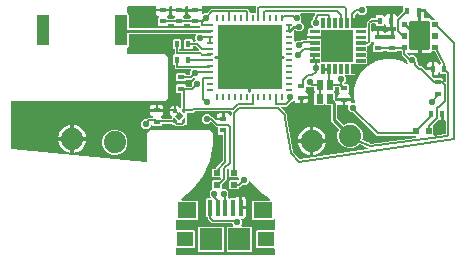
<source format=gbr>
G04 EAGLE Gerber RS-274X export*
G75*
%MOMM*%
%FSLAX34Y34*%
%LPD*%
%INTop Copper*%
%IPPOS*%
%AMOC8*
5,1,8,0,0,1.08239X$1,22.5*%
G01*
%ADD10R,0.457200X0.609600*%
%ADD11R,0.609600X0.457200*%
%ADD12R,0.500000X0.610000*%
%ADD13R,0.600000X0.500000*%
%ADD14R,0.600000X0.250000*%
%ADD15R,0.250000X0.600000*%
%ADD16R,5.400000X5.400000*%
%ADD17C,0.090000*%
%ADD18C,0.350000*%
%ADD19R,0.240000X0.240000*%
%ADD20R,0.520000X0.520000*%
%ADD21R,0.400000X1.350000*%
%ADD22R,1.600000X1.400000*%
%ADD23R,1.450000X1.300000*%
%ADD24R,1.900000X1.900000*%
%ADD25C,1.879600*%
%ADD26R,1.016000X2.540000*%
%ADD27C,0.026000*%
%ADD28R,2.680000X2.680000*%
%ADD29R,0.611800X0.811800*%
%ADD30C,0.553200*%
%ADD31C,0.152400*%
%ADD32C,0.254000*%

G36*
X-181093Y73469D02*
X-181093Y73469D01*
X-181074Y73467D01*
X-180972Y73489D01*
X-180870Y73505D01*
X-180853Y73515D01*
X-180833Y73519D01*
X-180744Y73572D01*
X-180653Y73621D01*
X-180639Y73635D01*
X-180622Y73645D01*
X-180554Y73724D01*
X-180483Y73799D01*
X-180475Y73817D01*
X-180462Y73832D01*
X-180423Y73928D01*
X-180380Y74022D01*
X-180377Y74042D01*
X-180370Y74060D01*
X-180351Y74227D01*
X-180349Y78080D01*
X-180353Y78099D01*
X-180350Y78119D01*
X-180372Y78220D01*
X-180389Y78322D01*
X-180398Y78340D01*
X-180403Y78360D01*
X-180455Y78448D01*
X-180504Y78540D01*
X-180518Y78554D01*
X-180529Y78571D01*
X-180607Y78638D01*
X-180682Y78709D01*
X-180700Y78718D01*
X-180716Y78731D01*
X-180812Y78770D01*
X-180905Y78813D01*
X-180925Y78815D01*
X-180944Y78823D01*
X-181111Y78841D01*
X-196030Y78841D01*
X-196775Y79586D01*
X-196775Y93638D01*
X-196030Y94383D01*
X-181101Y94383D01*
X-181081Y94386D01*
X-181062Y94384D01*
X-180960Y94406D01*
X-180858Y94422D01*
X-180841Y94432D01*
X-180821Y94436D01*
X-180732Y94489D01*
X-180641Y94538D01*
X-180627Y94552D01*
X-180610Y94562D01*
X-180543Y94641D01*
X-180471Y94716D01*
X-180463Y94734D01*
X-180450Y94749D01*
X-180411Y94845D01*
X-180368Y94939D01*
X-180366Y94958D01*
X-180358Y94977D01*
X-180340Y95144D01*
X-180335Y102645D01*
X-180347Y102716D01*
X-180349Y102788D01*
X-180367Y102837D01*
X-180375Y102888D01*
X-180409Y102952D01*
X-180433Y103019D01*
X-180466Y103060D01*
X-180490Y103106D01*
X-180542Y103155D01*
X-180587Y103211D01*
X-180631Y103239D01*
X-180668Y103275D01*
X-180733Y103305D01*
X-180794Y103344D01*
X-180844Y103357D01*
X-180891Y103379D01*
X-180963Y103387D01*
X-181032Y103404D01*
X-181084Y103400D01*
X-181136Y103406D01*
X-181206Y103391D01*
X-181278Y103385D01*
X-181325Y103365D01*
X-181376Y103354D01*
X-181438Y103317D01*
X-181504Y103289D01*
X-181560Y103244D01*
X-181587Y103228D01*
X-181603Y103210D01*
X-181635Y103184D01*
X-181978Y102841D01*
X-199030Y102841D01*
X-199775Y103586D01*
X-199775Y118638D01*
X-199030Y119383D01*
X-185241Y119383D01*
X-185236Y119383D01*
X-185232Y119383D01*
X-185115Y119403D01*
X-184998Y119422D01*
X-184994Y119425D01*
X-184990Y119425D01*
X-184885Y119482D01*
X-184781Y119538D01*
X-184778Y119541D01*
X-184774Y119543D01*
X-184693Y119630D01*
X-184611Y119716D01*
X-184610Y119720D01*
X-184606Y119723D01*
X-184558Y119831D01*
X-184508Y119939D01*
X-184507Y119943D01*
X-184505Y119948D01*
X-184494Y120066D01*
X-184481Y120183D01*
X-184482Y120188D01*
X-184481Y120192D01*
X-184508Y120309D01*
X-184533Y120424D01*
X-184535Y120428D01*
X-184536Y120432D01*
X-184598Y120533D01*
X-184659Y120635D01*
X-184663Y120638D01*
X-184665Y120642D01*
X-184788Y120756D01*
X-193826Y127448D01*
X-201244Y135764D01*
X-201316Y135822D01*
X-201384Y135887D01*
X-201412Y135899D01*
X-201435Y135919D01*
X-201522Y135951D01*
X-201607Y135990D01*
X-201637Y135994D01*
X-201666Y136004D01*
X-201759Y136007D01*
X-201851Y136017D01*
X-201881Y136011D01*
X-201912Y136012D01*
X-202001Y135985D01*
X-202092Y135965D01*
X-202118Y135949D01*
X-202147Y135941D01*
X-202223Y135887D01*
X-202303Y135839D01*
X-202323Y135816D01*
X-202348Y135798D01*
X-202402Y135723D01*
X-202463Y135652D01*
X-202474Y135624D01*
X-202492Y135599D01*
X-202520Y135510D01*
X-202555Y135424D01*
X-202559Y135386D01*
X-202566Y135364D01*
X-202565Y135332D01*
X-202573Y135257D01*
X-202573Y134872D01*
X-204938Y132507D01*
X-207457Y132507D01*
X-207547Y132492D01*
X-207638Y132485D01*
X-207667Y132473D01*
X-207699Y132467D01*
X-207780Y132425D01*
X-207864Y132389D01*
X-207896Y132363D01*
X-207917Y132352D01*
X-207939Y132329D01*
X-207995Y132284D01*
X-209642Y130637D01*
X-210106Y130637D01*
X-210126Y130634D01*
X-210145Y130636D01*
X-210247Y130614D01*
X-210349Y130598D01*
X-210366Y130588D01*
X-210386Y130584D01*
X-210475Y130531D01*
X-210566Y130482D01*
X-210580Y130468D01*
X-210597Y130458D01*
X-210664Y130379D01*
X-210736Y130304D01*
X-210744Y130286D01*
X-210757Y130271D01*
X-210796Y130175D01*
X-210839Y130081D01*
X-210841Y130061D01*
X-210849Y130043D01*
X-210867Y129876D01*
X-210867Y129644D01*
X-211612Y128899D01*
X-218664Y128899D01*
X-219409Y129644D01*
X-219409Y135696D01*
X-218664Y136441D01*
X-211408Y136441D01*
X-211388Y136444D01*
X-211369Y136442D01*
X-211267Y136464D01*
X-211165Y136480D01*
X-211148Y136490D01*
X-211128Y136494D01*
X-211039Y136547D01*
X-210948Y136596D01*
X-210934Y136610D01*
X-210917Y136620D01*
X-210850Y136699D01*
X-210778Y136774D01*
X-210770Y136792D01*
X-210757Y136807D01*
X-210718Y136903D01*
X-210675Y136997D01*
X-210673Y137017D01*
X-210665Y137035D01*
X-210647Y137202D01*
X-210647Y138138D01*
X-210650Y138158D01*
X-210648Y138177D01*
X-210670Y138279D01*
X-210686Y138381D01*
X-210696Y138398D01*
X-210700Y138418D01*
X-210753Y138507D01*
X-210802Y138598D01*
X-210816Y138612D01*
X-210826Y138629D01*
X-210905Y138696D01*
X-210980Y138768D01*
X-210998Y138776D01*
X-211013Y138789D01*
X-211109Y138828D01*
X-211203Y138871D01*
X-211223Y138873D01*
X-211241Y138881D01*
X-211408Y138899D01*
X-218664Y138899D01*
X-219409Y139644D01*
X-219409Y145812D01*
X-219410Y145820D01*
X-219410Y145824D01*
X-219414Y145843D01*
X-219420Y145882D01*
X-219422Y145954D01*
X-219440Y146003D01*
X-219448Y146054D01*
X-219482Y146118D01*
X-219507Y146185D01*
X-219539Y146226D01*
X-219564Y146272D01*
X-219615Y146321D01*
X-219660Y146377D01*
X-219704Y146405D01*
X-219742Y146441D01*
X-219807Y146471D01*
X-219867Y146510D01*
X-219918Y146523D01*
X-219965Y146545D01*
X-220036Y146553D01*
X-220106Y146570D01*
X-220158Y146566D01*
X-220209Y146572D01*
X-220280Y146556D01*
X-220351Y146551D01*
X-220399Y146531D01*
X-220450Y146519D01*
X-220511Y146483D01*
X-220577Y146455D01*
X-220633Y146410D01*
X-220661Y146393D01*
X-220676Y146376D01*
X-220708Y146350D01*
X-221010Y146048D01*
X-221063Y145974D01*
X-221123Y145904D01*
X-221135Y145874D01*
X-221154Y145848D01*
X-221181Y145761D01*
X-221215Y145676D01*
X-221219Y145635D01*
X-221226Y145613D01*
X-221225Y145581D01*
X-221233Y145509D01*
X-221233Y137080D01*
X-224868Y133445D01*
X-224921Y133371D01*
X-224981Y133302D01*
X-224993Y133271D01*
X-225012Y133245D01*
X-225039Y133158D01*
X-225073Y133073D01*
X-225077Y133032D01*
X-225084Y133010D01*
X-225083Y132978D01*
X-225091Y132907D01*
X-225091Y129688D01*
X-225088Y129668D01*
X-225090Y129648D01*
X-225068Y129547D01*
X-225052Y129445D01*
X-225042Y129427D01*
X-225038Y129408D01*
X-224985Y129319D01*
X-224936Y129227D01*
X-224922Y129214D01*
X-224912Y129197D01*
X-224833Y129129D01*
X-224758Y129058D01*
X-224740Y129050D01*
X-224725Y129037D01*
X-224629Y128998D01*
X-224535Y128954D01*
X-224515Y128952D01*
X-224497Y128945D01*
X-224330Y128926D01*
X-222180Y128926D01*
X-219816Y126562D01*
X-219816Y123218D01*
X-220248Y122785D01*
X-220301Y122711D01*
X-220361Y122641D01*
X-220373Y122611D01*
X-220392Y122585D01*
X-220419Y122498D01*
X-220453Y122413D01*
X-220457Y122372D01*
X-220464Y122350D01*
X-220463Y122318D01*
X-220471Y122247D01*
X-220471Y122144D01*
X-220468Y122124D01*
X-220470Y122105D01*
X-220448Y122003D01*
X-220432Y121901D01*
X-220422Y121884D01*
X-220418Y121864D01*
X-220365Y121775D01*
X-220316Y121684D01*
X-220302Y121670D01*
X-220292Y121653D01*
X-220213Y121586D01*
X-220138Y121514D01*
X-220120Y121506D01*
X-220105Y121493D01*
X-220077Y121482D01*
X-219792Y121197D01*
X-219776Y121186D01*
X-219764Y121170D01*
X-219676Y121114D01*
X-219593Y121054D01*
X-219574Y121048D01*
X-219557Y121037D01*
X-219456Y121012D01*
X-219358Y120981D01*
X-219338Y120982D01*
X-219318Y120977D01*
X-219215Y120985D01*
X-219112Y120988D01*
X-219093Y120995D01*
X-219073Y120996D01*
X-218978Y121037D01*
X-218881Y121072D01*
X-218865Y121085D01*
X-218847Y121093D01*
X-218716Y121197D01*
X-218530Y121383D01*
X-214142Y121383D01*
X-214052Y121397D01*
X-213961Y121405D01*
X-213931Y121417D01*
X-213899Y121422D01*
X-213818Y121465D01*
X-213734Y121501D01*
X-213702Y121527D01*
X-213682Y121538D01*
X-213659Y121561D01*
X-213603Y121606D01*
X-213064Y122145D01*
X-212485Y122480D01*
X-211838Y122653D01*
X-210503Y122653D01*
X-210503Y113600D01*
X-210500Y113581D01*
X-210502Y113561D01*
X-210480Y113459D01*
X-210464Y113357D01*
X-210454Y113340D01*
X-210450Y113320D01*
X-210397Y113231D01*
X-210348Y113140D01*
X-210334Y113126D01*
X-210324Y113109D01*
X-210245Y113042D01*
X-210170Y112971D01*
X-210152Y112962D01*
X-210137Y112949D01*
X-210041Y112911D01*
X-209988Y112886D01*
X-209987Y112881D01*
X-209978Y112864D01*
X-209974Y112844D01*
X-209921Y112755D01*
X-209872Y112664D01*
X-209858Y112650D01*
X-209848Y112633D01*
X-209769Y112566D01*
X-209694Y112494D01*
X-209676Y112486D01*
X-209661Y112473D01*
X-209564Y112434D01*
X-209471Y112391D01*
X-209451Y112389D01*
X-209433Y112381D01*
X-209266Y112363D01*
X-204963Y112363D01*
X-204963Y106278D01*
X-205136Y105631D01*
X-205471Y105052D01*
X-205944Y104579D01*
X-206523Y104244D01*
X-207170Y104071D01*
X-208031Y104071D01*
X-208101Y104060D01*
X-208173Y104058D01*
X-208222Y104040D01*
X-208273Y104032D01*
X-208337Y103998D01*
X-208404Y103973D01*
X-208445Y103941D01*
X-208491Y103916D01*
X-208540Y103865D01*
X-208596Y103820D01*
X-208624Y103776D01*
X-208660Y103738D01*
X-208690Y103673D01*
X-208729Y103613D01*
X-208742Y103562D01*
X-208764Y103515D01*
X-208772Y103444D01*
X-208789Y103374D01*
X-208785Y103322D01*
X-208791Y103271D01*
X-208776Y103200D01*
X-208770Y103129D01*
X-208750Y103081D01*
X-208739Y103030D01*
X-208702Y102969D01*
X-208674Y102903D01*
X-208629Y102847D01*
X-208612Y102819D01*
X-208595Y102804D01*
X-208569Y102772D01*
X-208307Y102510D01*
X-208307Y99166D01*
X-208791Y98682D01*
X-208833Y98624D01*
X-208882Y98572D01*
X-208904Y98525D01*
X-208934Y98483D01*
X-208956Y98414D01*
X-208986Y98349D01*
X-208992Y98297D01*
X-209007Y98247D01*
X-209005Y98176D01*
X-209013Y98105D01*
X-209002Y98054D01*
X-209000Y98002D01*
X-208976Y97934D01*
X-208961Y97864D01*
X-208934Y97819D01*
X-208916Y97771D01*
X-208871Y97715D01*
X-208834Y97653D01*
X-208795Y97619D01*
X-208762Y97579D01*
X-208702Y97540D01*
X-208648Y97493D01*
X-208599Y97474D01*
X-208555Y97446D01*
X-208486Y97428D01*
X-208419Y97401D01*
X-208348Y97393D01*
X-208317Y97385D01*
X-208294Y97387D01*
X-208253Y97383D01*
X-200478Y97383D01*
X-199733Y96638D01*
X-199733Y76586D01*
X-200478Y75841D01*
X-220530Y75841D01*
X-221275Y76586D01*
X-221275Y96638D01*
X-220530Y97383D01*
X-216435Y97383D01*
X-216365Y97394D01*
X-216293Y97396D01*
X-216244Y97414D01*
X-216193Y97422D01*
X-216129Y97456D01*
X-216062Y97481D01*
X-216021Y97513D01*
X-215975Y97538D01*
X-215926Y97590D01*
X-215870Y97634D01*
X-215842Y97678D01*
X-215806Y97716D01*
X-215776Y97781D01*
X-215737Y97841D01*
X-215724Y97892D01*
X-215702Y97939D01*
X-215694Y98010D01*
X-215677Y98080D01*
X-215681Y98132D01*
X-215675Y98183D01*
X-215690Y98254D01*
X-215696Y98325D01*
X-215716Y98373D01*
X-215727Y98424D01*
X-215764Y98485D01*
X-215792Y98551D01*
X-215837Y98607D01*
X-215854Y98635D01*
X-215871Y98650D01*
X-215897Y98682D01*
X-216381Y99166D01*
X-216381Y99246D01*
X-216384Y99266D01*
X-216382Y99285D01*
X-216404Y99387D01*
X-216420Y99489D01*
X-216430Y99506D01*
X-216434Y99526D01*
X-216487Y99615D01*
X-216536Y99706D01*
X-216550Y99720D01*
X-216560Y99737D01*
X-216639Y99804D01*
X-216714Y99876D01*
X-216732Y99884D01*
X-216747Y99897D01*
X-216843Y99936D01*
X-216937Y99979D01*
X-216957Y99981D01*
X-216975Y99989D01*
X-217142Y100007D01*
X-233555Y100007D01*
X-237101Y103553D01*
X-237101Y104580D01*
X-237104Y104600D01*
X-237102Y104619D01*
X-237124Y104721D01*
X-237140Y104823D01*
X-237150Y104840D01*
X-237154Y104860D01*
X-237207Y104949D01*
X-237256Y105040D01*
X-237270Y105054D01*
X-237280Y105071D01*
X-237359Y105138D01*
X-237434Y105210D01*
X-237452Y105218D01*
X-237467Y105231D01*
X-237563Y105270D01*
X-237657Y105313D01*
X-237677Y105315D01*
X-237695Y105323D01*
X-237862Y105341D01*
X-238030Y105341D01*
X-238775Y106086D01*
X-238775Y120638D01*
X-238030Y121383D01*
X-235355Y121383D01*
X-235285Y121394D01*
X-235213Y121396D01*
X-235164Y121414D01*
X-235113Y121422D01*
X-235049Y121456D01*
X-234982Y121481D01*
X-234941Y121513D01*
X-234895Y121538D01*
X-234846Y121590D01*
X-234790Y121634D01*
X-234762Y121678D01*
X-234726Y121716D01*
X-234696Y121781D01*
X-234657Y121841D01*
X-234644Y121892D01*
X-234622Y121939D01*
X-234614Y122010D01*
X-234597Y122080D01*
X-234601Y122132D01*
X-234595Y122183D01*
X-234610Y122254D01*
X-234616Y122325D01*
X-234636Y122373D01*
X-234647Y122424D01*
X-234684Y122485D01*
X-234712Y122551D01*
X-234757Y122607D01*
X-234774Y122635D01*
X-234791Y122650D01*
X-234817Y122682D01*
X-235685Y123550D01*
X-235685Y126894D01*
X-233822Y128757D01*
X-233811Y128773D01*
X-233795Y128785D01*
X-233739Y128873D01*
X-233679Y128956D01*
X-233673Y128976D01*
X-233662Y128992D01*
X-233637Y129093D01*
X-233606Y129191D01*
X-233607Y129212D01*
X-233602Y129231D01*
X-233610Y129334D01*
X-233613Y129437D01*
X-233620Y129456D01*
X-233621Y129476D01*
X-233633Y129503D01*
X-233633Y135696D01*
X-232888Y136441D01*
X-227937Y136441D01*
X-227847Y136455D01*
X-227756Y136463D01*
X-227726Y136475D01*
X-227695Y136480D01*
X-227614Y136523D01*
X-227530Y136559D01*
X-227498Y136585D01*
X-227477Y136596D01*
X-227455Y136619D01*
X-227399Y136664D01*
X-226463Y137600D01*
X-226421Y137658D01*
X-226372Y137710D01*
X-226350Y137757D01*
X-226319Y137799D01*
X-226298Y137868D01*
X-226268Y137933D01*
X-226262Y137985D01*
X-226247Y138035D01*
X-226249Y138106D01*
X-226241Y138177D01*
X-226252Y138228D01*
X-226253Y138280D01*
X-226278Y138348D01*
X-226293Y138418D01*
X-226320Y138463D01*
X-226338Y138511D01*
X-226383Y138567D01*
X-226419Y138629D01*
X-226459Y138663D01*
X-226492Y138703D01*
X-226552Y138742D01*
X-226606Y138789D01*
X-226655Y138808D01*
X-226699Y138836D01*
X-226768Y138854D01*
X-226835Y138881D01*
X-226906Y138889D01*
X-226937Y138897D01*
X-226960Y138895D01*
X-227001Y138899D01*
X-232888Y138899D01*
X-233633Y139644D01*
X-233633Y145696D01*
X-232888Y146441D01*
X-230639Y146441D01*
X-230520Y146460D01*
X-230402Y146478D01*
X-230399Y146480D01*
X-230396Y146480D01*
X-230290Y146536D01*
X-230184Y146592D01*
X-230181Y146594D01*
X-230178Y146596D01*
X-230170Y146604D01*
X-230061Y146706D01*
X-224973Y152630D01*
X-224940Y152684D01*
X-224899Y152731D01*
X-224876Y152788D01*
X-224844Y152840D01*
X-224831Y152901D01*
X-224807Y152960D01*
X-224797Y153048D01*
X-224790Y153080D01*
X-224792Y153098D01*
X-224789Y153126D01*
X-224789Y174494D01*
X-224792Y174514D01*
X-224790Y174533D01*
X-224812Y174635D01*
X-224828Y174737D01*
X-224838Y174754D01*
X-224842Y174774D01*
X-224895Y174863D01*
X-224944Y174954D01*
X-224958Y174968D01*
X-224968Y174985D01*
X-225047Y175052D01*
X-225122Y175124D01*
X-225140Y175132D01*
X-225155Y175145D01*
X-225251Y175184D01*
X-225345Y175227D01*
X-225365Y175229D01*
X-225383Y175237D01*
X-225550Y175255D01*
X-227600Y175255D01*
X-228345Y176000D01*
X-228345Y180844D01*
X-228348Y180864D01*
X-228346Y180883D01*
X-228368Y180985D01*
X-228384Y181087D01*
X-228394Y181104D01*
X-228398Y181124D01*
X-228451Y181213D01*
X-228500Y181304D01*
X-228514Y181318D01*
X-228524Y181335D01*
X-228603Y181402D01*
X-228678Y181474D01*
X-228696Y181482D01*
X-228711Y181495D01*
X-228807Y181534D01*
X-228901Y181577D01*
X-228921Y181579D01*
X-228939Y181587D01*
X-229106Y181605D01*
X-230200Y181605D01*
X-234138Y185543D01*
X-234154Y185555D01*
X-234166Y185570D01*
X-234254Y185626D01*
X-234337Y185686D01*
X-234356Y185692D01*
X-234373Y185703D01*
X-234474Y185728D01*
X-234573Y185759D01*
X-234592Y185758D01*
X-234612Y185763D01*
X-234715Y185755D01*
X-234818Y185752D01*
X-234837Y185746D01*
X-234857Y185744D01*
X-234952Y185704D01*
X-235049Y185668D01*
X-235065Y185656D01*
X-235083Y185648D01*
X-235214Y185543D01*
X-236326Y184431D01*
X-239670Y184431D01*
X-242035Y186796D01*
X-242035Y190140D01*
X-239670Y192505D01*
X-236326Y192505D01*
X-234545Y190724D01*
X-234471Y190671D01*
X-234401Y190611D01*
X-234371Y190599D01*
X-234345Y190580D01*
X-234258Y190553D01*
X-234173Y190519D01*
X-234132Y190515D01*
X-234110Y190508D01*
X-234078Y190509D01*
X-234007Y190501D01*
X-233346Y190501D01*
X-230390Y187545D01*
X-230316Y187492D01*
X-230247Y187432D01*
X-230216Y187420D01*
X-230190Y187401D01*
X-230103Y187374D01*
X-230018Y187340D01*
X-229977Y187336D01*
X-229955Y187329D01*
X-229923Y187330D01*
X-229852Y187322D01*
X-224407Y187322D01*
X-224388Y187325D01*
X-224368Y187323D01*
X-224266Y187345D01*
X-224164Y187361D01*
X-224147Y187371D01*
X-224127Y187375D01*
X-224038Y187428D01*
X-223947Y187477D01*
X-223933Y187491D01*
X-223916Y187501D01*
X-223849Y187580D01*
X-223778Y187655D01*
X-223769Y187673D01*
X-223756Y187688D01*
X-223718Y187784D01*
X-223674Y187878D01*
X-223672Y187898D01*
X-223664Y187916D01*
X-223646Y188083D01*
X-223646Y188084D01*
X-223645Y188084D01*
X-223625Y188087D01*
X-223605Y188085D01*
X-223504Y188107D01*
X-223402Y188124D01*
X-223385Y188133D01*
X-223365Y188137D01*
X-223276Y188190D01*
X-223185Y188239D01*
X-223171Y188253D01*
X-223154Y188263D01*
X-223087Y188342D01*
X-223015Y188417D01*
X-223007Y188435D01*
X-222994Y188450D01*
X-222955Y188547D01*
X-222912Y188640D01*
X-222910Y188660D01*
X-222902Y188678D01*
X-222884Y188845D01*
X-222884Y193291D01*
X-220644Y193291D01*
X-219997Y193118D01*
X-219418Y192783D01*
X-218945Y192310D01*
X-218608Y191726D01*
X-218561Y191638D01*
X-218520Y191547D01*
X-218504Y191530D01*
X-218492Y191508D01*
X-218420Y191440D01*
X-218353Y191367D01*
X-218332Y191356D01*
X-218314Y191339D01*
X-218224Y191297D01*
X-218137Y191250D01*
X-218113Y191245D01*
X-218091Y191235D01*
X-217992Y191224D01*
X-217895Y191207D01*
X-217871Y191211D01*
X-217847Y191208D01*
X-217749Y191229D01*
X-217651Y191244D01*
X-217630Y191255D01*
X-217606Y191260D01*
X-217521Y191311D01*
X-217433Y191357D01*
X-217416Y191374D01*
X-217395Y191387D01*
X-217331Y191462D01*
X-217261Y191533D01*
X-217251Y191555D01*
X-217235Y191573D01*
X-217198Y191665D01*
X-217155Y191755D01*
X-217152Y191779D01*
X-217143Y191802D01*
X-217125Y191968D01*
X-217125Y193449D01*
X-217125Y194394D01*
X-217128Y194414D01*
X-217126Y194433D01*
X-217148Y194535D01*
X-217164Y194637D01*
X-217174Y194654D01*
X-217178Y194674D01*
X-217231Y194763D01*
X-217280Y194854D01*
X-217294Y194868D01*
X-217304Y194885D01*
X-217383Y194952D01*
X-217458Y195024D01*
X-217476Y195032D01*
X-217491Y195045D01*
X-217587Y195084D01*
X-217681Y195127D01*
X-217701Y195129D01*
X-217719Y195137D01*
X-217886Y195155D01*
X-247941Y195155D01*
X-248031Y195141D01*
X-248122Y195133D01*
X-248151Y195121D01*
X-248183Y195116D01*
X-248264Y195073D01*
X-248348Y195037D01*
X-248380Y195011D01*
X-248401Y195000D01*
X-248423Y194977D01*
X-248479Y194932D01*
X-249636Y193775D01*
X-254336Y193775D01*
X-254356Y193772D01*
X-254375Y193774D01*
X-254477Y193752D01*
X-254579Y193736D01*
X-254596Y193726D01*
X-254616Y193722D01*
X-254705Y193669D01*
X-254796Y193620D01*
X-254810Y193606D01*
X-254827Y193596D01*
X-254894Y193517D01*
X-254966Y193442D01*
X-254974Y193424D01*
X-254987Y193409D01*
X-255026Y193313D01*
X-255069Y193219D01*
X-255071Y193199D01*
X-255079Y193181D01*
X-255097Y193014D01*
X-255097Y192579D01*
X-255130Y192534D01*
X-255177Y192485D01*
X-255201Y192435D01*
X-255234Y192389D01*
X-255254Y192324D01*
X-255283Y192263D01*
X-255290Y192208D01*
X-255306Y192154D01*
X-255304Y192086D01*
X-255313Y192019D01*
X-255301Y191941D01*
X-255300Y191908D01*
X-255293Y191889D01*
X-255287Y191853D01*
X-255150Y191342D01*
X-255150Y190674D01*
X-255287Y190163D01*
X-255294Y190095D01*
X-255310Y190030D01*
X-255306Y189974D01*
X-255312Y189918D01*
X-255297Y189852D01*
X-255291Y189785D01*
X-255269Y189733D01*
X-255257Y189678D01*
X-255221Y189620D01*
X-255195Y189558D01*
X-255145Y189496D01*
X-255128Y189468D01*
X-255112Y189455D01*
X-255097Y189436D01*
X-255097Y184482D01*
X-255842Y183737D01*
X-256909Y183737D01*
X-256999Y183723D01*
X-257090Y183715D01*
X-257120Y183703D01*
X-257152Y183698D01*
X-257232Y183655D01*
X-257316Y183619D01*
X-257348Y183593D01*
X-257369Y183582D01*
X-257391Y183559D01*
X-257447Y183514D01*
X-258711Y182250D01*
X-263985Y182250D01*
X-265249Y183514D01*
X-265323Y183567D01*
X-265392Y183627D01*
X-265423Y183639D01*
X-265449Y183658D01*
X-265536Y183685D01*
X-265621Y183719D01*
X-265662Y183723D01*
X-265684Y183730D01*
X-265716Y183729D01*
X-265787Y183737D01*
X-266894Y183737D01*
X-267363Y184206D01*
X-267437Y184259D01*
X-267507Y184319D01*
X-267537Y184331D01*
X-267563Y184350D01*
X-267650Y184377D01*
X-267735Y184411D01*
X-267776Y184415D01*
X-267798Y184422D01*
X-267830Y184421D01*
X-267902Y184429D01*
X-275332Y184429D01*
X-275352Y184426D01*
X-275371Y184428D01*
X-275473Y184406D01*
X-275575Y184390D01*
X-275592Y184380D01*
X-275612Y184376D01*
X-275701Y184323D01*
X-275792Y184274D01*
X-275806Y184260D01*
X-275823Y184250D01*
X-275890Y184171D01*
X-275962Y184096D01*
X-275970Y184078D01*
X-275983Y184063D01*
X-276022Y183967D01*
X-276065Y183873D01*
X-276067Y183853D01*
X-276075Y183835D01*
X-276093Y183668D01*
X-276093Y183366D01*
X-276838Y182621D01*
X-283986Y182621D01*
X-284478Y183113D01*
X-284536Y183155D01*
X-284588Y183204D01*
X-284635Y183226D01*
X-284677Y183256D01*
X-284746Y183277D01*
X-284811Y183308D01*
X-284863Y183313D01*
X-284913Y183329D01*
X-284984Y183327D01*
X-285055Y183335D01*
X-285106Y183324D01*
X-285158Y183322D01*
X-285226Y183298D01*
X-285296Y183282D01*
X-285341Y183256D01*
X-285389Y183238D01*
X-285445Y183193D01*
X-285507Y183156D01*
X-285541Y183117D01*
X-285581Y183084D01*
X-285620Y183024D01*
X-285667Y182969D01*
X-285686Y182921D01*
X-285714Y182877D01*
X-285732Y182808D01*
X-285759Y182741D01*
X-285767Y182670D01*
X-285775Y182639D01*
X-285773Y182615D01*
X-285777Y182574D01*
X-285777Y182478D01*
X-288142Y180113D01*
X-291486Y180113D01*
X-293851Y182478D01*
X-293851Y185822D01*
X-291486Y188187D01*
X-288967Y188187D01*
X-288877Y188201D01*
X-288786Y188209D01*
X-288757Y188221D01*
X-288725Y188226D01*
X-288644Y188269D01*
X-288560Y188305D01*
X-288528Y188331D01*
X-288507Y188342D01*
X-288485Y188365D01*
X-288429Y188410D01*
X-287612Y189227D01*
X-284810Y189227D01*
X-284720Y189241D01*
X-284629Y189249D01*
X-284599Y189261D01*
X-284567Y189266D01*
X-284486Y189309D01*
X-284402Y189345D01*
X-284370Y189371D01*
X-284350Y189382D01*
X-284327Y189405D01*
X-284271Y189450D01*
X-283878Y189843D01*
X-283822Y189921D01*
X-283761Y189994D01*
X-283751Y190020D01*
X-283734Y190043D01*
X-283706Y190134D01*
X-283671Y190223D01*
X-283670Y190251D01*
X-283662Y190278D01*
X-283664Y190374D01*
X-283660Y190469D01*
X-283667Y190496D01*
X-283668Y190524D01*
X-283701Y190614D01*
X-283727Y190705D01*
X-283743Y190729D01*
X-283753Y190755D01*
X-283812Y190830D01*
X-283866Y190908D01*
X-283889Y190925D01*
X-283906Y190947D01*
X-283987Y190999D01*
X-284063Y191056D01*
X-284096Y191069D01*
X-284113Y191080D01*
X-284145Y191088D01*
X-284219Y191117D01*
X-284441Y191176D01*
X-285020Y191511D01*
X-285493Y191984D01*
X-285828Y192563D01*
X-286001Y193210D01*
X-286001Y194688D01*
X-280793Y194688D01*
X-280774Y194691D01*
X-280754Y194689D01*
X-280652Y194711D01*
X-280550Y194727D01*
X-280533Y194737D01*
X-280513Y194741D01*
X-280424Y194794D01*
X-280421Y194796D01*
X-280329Y194759D01*
X-280236Y194716D01*
X-280216Y194714D01*
X-280198Y194706D01*
X-280031Y194688D01*
X-274823Y194688D01*
X-274823Y193210D01*
X-274996Y192563D01*
X-275331Y191984D01*
X-275804Y191511D01*
X-276383Y191176D01*
X-276605Y191117D01*
X-276692Y191078D01*
X-276781Y191045D01*
X-276804Y191027D01*
X-276829Y191016D01*
X-276899Y190951D01*
X-276974Y190891D01*
X-276989Y190868D01*
X-277009Y190848D01*
X-277055Y190765D01*
X-277107Y190684D01*
X-277113Y190657D01*
X-277127Y190632D01*
X-277143Y190538D01*
X-277167Y190446D01*
X-277164Y190418D01*
X-277169Y190390D01*
X-277155Y190295D01*
X-277147Y190201D01*
X-277136Y190175D01*
X-277132Y190147D01*
X-277088Y190062D01*
X-277051Y189974D01*
X-277029Y189947D01*
X-277019Y189928D01*
X-276996Y189905D01*
X-276946Y189843D01*
X-275983Y188880D01*
X-275938Y188796D01*
X-275924Y188782D01*
X-275914Y188765D01*
X-275835Y188698D01*
X-275760Y188626D01*
X-275742Y188618D01*
X-275727Y188605D01*
X-275631Y188566D01*
X-275537Y188523D01*
X-275517Y188521D01*
X-275499Y188513D01*
X-275332Y188495D01*
X-268400Y188495D01*
X-268380Y188498D01*
X-268361Y188496D01*
X-268259Y188518D01*
X-268157Y188534D01*
X-268140Y188544D01*
X-268120Y188548D01*
X-268031Y188601D01*
X-267940Y188650D01*
X-267926Y188664D01*
X-267909Y188674D01*
X-267842Y188753D01*
X-267770Y188828D01*
X-267762Y188846D01*
X-267749Y188861D01*
X-267710Y188957D01*
X-267667Y189051D01*
X-267665Y189071D01*
X-267657Y189089D01*
X-267639Y189256D01*
X-267639Y189437D01*
X-267606Y189482D01*
X-267559Y189531D01*
X-267535Y189581D01*
X-267502Y189627D01*
X-267482Y189692D01*
X-267453Y189753D01*
X-267446Y189808D01*
X-267430Y189862D01*
X-267432Y189930D01*
X-267423Y189997D01*
X-267435Y190075D01*
X-267436Y190108D01*
X-267443Y190128D01*
X-267449Y190163D01*
X-267569Y190610D01*
X-267606Y190693D01*
X-267637Y190779D01*
X-267656Y190805D01*
X-267670Y190834D01*
X-267732Y190901D01*
X-267788Y190973D01*
X-267821Y190997D01*
X-267837Y191014D01*
X-267866Y191030D01*
X-267923Y191072D01*
X-267928Y191075D01*
X-268401Y191548D01*
X-268736Y192127D01*
X-268909Y192773D01*
X-268909Y195047D01*
X-266373Y195047D01*
X-266373Y193108D01*
X-266369Y193103D01*
X-266368Y193103D01*
X-265268Y193103D01*
X-265266Y193105D01*
X-265264Y193104D01*
X-263764Y194604D01*
X-263764Y194607D01*
X-263763Y194608D01*
X-263763Y197008D01*
X-263767Y197013D01*
X-263768Y197013D01*
X-264307Y197013D01*
X-264307Y199549D01*
X-263433Y199549D01*
X-262787Y199376D01*
X-262208Y199041D01*
X-261735Y198568D01*
X-261400Y197989D01*
X-261400Y197988D01*
X-261361Y197901D01*
X-261328Y197811D01*
X-261311Y197789D01*
X-261299Y197764D01*
X-261234Y197694D01*
X-261174Y197619D01*
X-261151Y197604D01*
X-261132Y197583D01*
X-261048Y197538D01*
X-260968Y197486D01*
X-260940Y197479D01*
X-260915Y197466D01*
X-260821Y197450D01*
X-260729Y197426D01*
X-260701Y197428D01*
X-260673Y197424D01*
X-260579Y197438D01*
X-260484Y197445D01*
X-260458Y197456D01*
X-260430Y197461D01*
X-260345Y197504D01*
X-260258Y197542D01*
X-260230Y197564D01*
X-260211Y197573D01*
X-260188Y197597D01*
X-260127Y197647D01*
X-259924Y197849D01*
X-259871Y197923D01*
X-259811Y197993D01*
X-259799Y198023D01*
X-259780Y198049D01*
X-259753Y198136D01*
X-259719Y198221D01*
X-259715Y198262D01*
X-259708Y198284D01*
X-259709Y198316D01*
X-259701Y198388D01*
X-259701Y209804D01*
X-259704Y209824D01*
X-259702Y209843D01*
X-259724Y209945D01*
X-259740Y210047D01*
X-259750Y210064D01*
X-259754Y210084D01*
X-259807Y210173D01*
X-259856Y210264D01*
X-259870Y210278D01*
X-259880Y210295D01*
X-259959Y210362D01*
X-260034Y210434D01*
X-260052Y210442D01*
X-260067Y210455D01*
X-260163Y210494D01*
X-260257Y210537D01*
X-260277Y210539D01*
X-260295Y210547D01*
X-260462Y210565D01*
X-263416Y210565D01*
X-264161Y211310D01*
X-264161Y216934D01*
X-263416Y217679D01*
X-256268Y217679D01*
X-255523Y216934D01*
X-255523Y216285D01*
X-255520Y216265D01*
X-255522Y216246D01*
X-255500Y216144D01*
X-255484Y216042D01*
X-255474Y216025D01*
X-255470Y216005D01*
X-255417Y215916D01*
X-255368Y215825D01*
X-255354Y215811D01*
X-255344Y215794D01*
X-255265Y215727D01*
X-255190Y215655D01*
X-255172Y215647D01*
X-255157Y215634D01*
X-255061Y215595D01*
X-254967Y215552D01*
X-254947Y215550D01*
X-254929Y215542D01*
X-254762Y215524D01*
X-251708Y215524D01*
X-251618Y215538D01*
X-251527Y215546D01*
X-251498Y215558D01*
X-251466Y215563D01*
X-251385Y215606D01*
X-251301Y215642D01*
X-251269Y215668D01*
X-251248Y215679D01*
X-251226Y215702D01*
X-251170Y215747D01*
X-250640Y216277D01*
X-250587Y216351D01*
X-250527Y216420D01*
X-250515Y216451D01*
X-250496Y216477D01*
X-250469Y216564D01*
X-250435Y216649D01*
X-250431Y216690D01*
X-250424Y216712D01*
X-250425Y216744D01*
X-250417Y216815D01*
X-250417Y219334D01*
X-248078Y221673D01*
X-248036Y221731D01*
X-247987Y221783D01*
X-247965Y221830D01*
X-247935Y221872D01*
X-247913Y221941D01*
X-247883Y222006D01*
X-247877Y222058D01*
X-247862Y222108D01*
X-247864Y222179D01*
X-247856Y222250D01*
X-247867Y222301D01*
X-247869Y222353D01*
X-247893Y222421D01*
X-247908Y222491D01*
X-247935Y222536D01*
X-247953Y222584D01*
X-247998Y222640D01*
X-248035Y222702D01*
X-248074Y222736D01*
X-248107Y222776D01*
X-248167Y222815D01*
X-248221Y222862D01*
X-248270Y222881D01*
X-248314Y222909D01*
X-248383Y222927D01*
X-248450Y222954D01*
X-248521Y222962D01*
X-248552Y222970D01*
X-248575Y222968D01*
X-248616Y222972D01*
X-248994Y222972D01*
X-249084Y222958D01*
X-249175Y222950D01*
X-249204Y222938D01*
X-249236Y222933D01*
X-249317Y222890D01*
X-249401Y222854D01*
X-249433Y222828D01*
X-249454Y222817D01*
X-249476Y222794D01*
X-249532Y222749D01*
X-250540Y221741D01*
X-254762Y221741D01*
X-254782Y221738D01*
X-254801Y221740D01*
X-254903Y221718D01*
X-255005Y221702D01*
X-255022Y221692D01*
X-255042Y221688D01*
X-255131Y221635D01*
X-255222Y221586D01*
X-255236Y221572D01*
X-255253Y221562D01*
X-255320Y221483D01*
X-255392Y221408D01*
X-255400Y221390D01*
X-255413Y221375D01*
X-255452Y221279D01*
X-255495Y221185D01*
X-255497Y221165D01*
X-255505Y221147D01*
X-255523Y220980D01*
X-255523Y220962D01*
X-256268Y220217D01*
X-263416Y220217D01*
X-264161Y220962D01*
X-264161Y226586D01*
X-263416Y227331D01*
X-256268Y227331D01*
X-255523Y226586D01*
X-255523Y226568D01*
X-255520Y226548D01*
X-255522Y226529D01*
X-255500Y226427D01*
X-255484Y226325D01*
X-255474Y226308D01*
X-255470Y226288D01*
X-255417Y226199D01*
X-255368Y226108D01*
X-255354Y226094D01*
X-255344Y226077D01*
X-255265Y226010D01*
X-255190Y225938D01*
X-255172Y225930D01*
X-255157Y225917D01*
X-255061Y225878D01*
X-254967Y225835D01*
X-254947Y225833D01*
X-254929Y225825D01*
X-254762Y225807D01*
X-252945Y225807D01*
X-252925Y225810D01*
X-252906Y225808D01*
X-252804Y225830D01*
X-252702Y225846D01*
X-252685Y225856D01*
X-252665Y225860D01*
X-252576Y225913D01*
X-252485Y225962D01*
X-252471Y225976D01*
X-252454Y225986D01*
X-252387Y226065D01*
X-252315Y226140D01*
X-252307Y226158D01*
X-252294Y226173D01*
X-252255Y226269D01*
X-252212Y226363D01*
X-252210Y226383D01*
X-252202Y226401D01*
X-252184Y226568D01*
X-252184Y228681D01*
X-251663Y229202D01*
X-251621Y229260D01*
X-251572Y229312D01*
X-251550Y229359D01*
X-251520Y229401D01*
X-251498Y229470D01*
X-251468Y229535D01*
X-251462Y229587D01*
X-251447Y229637D01*
X-251449Y229708D01*
X-251441Y229779D01*
X-251452Y229830D01*
X-251454Y229882D01*
X-251478Y229950D01*
X-251493Y230020D01*
X-251520Y230065D01*
X-251538Y230113D01*
X-251583Y230169D01*
X-251620Y230231D01*
X-251659Y230265D01*
X-251692Y230305D01*
X-251752Y230344D01*
X-251806Y230391D01*
X-251855Y230410D01*
X-251899Y230438D01*
X-251968Y230456D01*
X-252035Y230483D01*
X-252106Y230491D01*
X-252137Y230499D01*
X-252160Y230497D01*
X-252201Y230501D01*
X-264238Y230501D01*
X-265429Y231692D01*
X-265429Y233551D01*
X-265432Y233571D01*
X-265430Y233590D01*
X-265452Y233692D01*
X-265468Y233794D01*
X-265478Y233811D01*
X-265482Y233831D01*
X-265535Y233920D01*
X-265584Y234011D01*
X-265598Y234025D01*
X-265608Y234042D01*
X-265687Y234109D01*
X-265762Y234181D01*
X-265780Y234189D01*
X-265795Y234202D01*
X-265891Y234241D01*
X-265985Y234284D01*
X-266005Y234286D01*
X-266023Y234294D01*
X-266190Y234312D01*
X-266208Y234312D01*
X-266953Y235057D01*
X-266953Y242205D01*
X-266208Y242950D01*
X-266190Y242950D01*
X-266170Y242953D01*
X-266151Y242951D01*
X-266049Y242973D01*
X-265947Y242989D01*
X-265930Y242999D01*
X-265910Y243003D01*
X-265821Y243056D01*
X-265730Y243105D01*
X-265716Y243119D01*
X-265699Y243129D01*
X-265632Y243208D01*
X-265560Y243283D01*
X-265552Y243301D01*
X-265539Y243316D01*
X-265500Y243412D01*
X-265457Y243506D01*
X-265455Y243526D01*
X-265447Y243544D01*
X-265429Y243711D01*
X-265429Y247019D01*
X-265432Y247039D01*
X-265430Y247058D01*
X-265452Y247160D01*
X-265468Y247262D01*
X-265478Y247279D01*
X-265482Y247299D01*
X-265535Y247388D01*
X-265584Y247479D01*
X-265598Y247493D01*
X-265608Y247510D01*
X-265687Y247577D01*
X-265762Y247649D01*
X-265780Y247657D01*
X-265795Y247670D01*
X-265891Y247709D01*
X-265985Y247752D01*
X-266005Y247754D01*
X-266023Y247762D01*
X-266190Y247780D01*
X-266208Y247780D01*
X-266953Y248525D01*
X-266953Y255673D01*
X-266208Y256418D01*
X-260584Y256418D01*
X-259839Y255673D01*
X-259839Y248525D01*
X-260584Y247780D01*
X-260602Y247780D01*
X-260622Y247777D01*
X-260641Y247779D01*
X-260743Y247757D01*
X-260845Y247741D01*
X-260862Y247731D01*
X-260882Y247727D01*
X-260971Y247674D01*
X-261062Y247625D01*
X-261076Y247611D01*
X-261093Y247601D01*
X-261160Y247522D01*
X-261232Y247447D01*
X-261240Y247429D01*
X-261253Y247414D01*
X-261292Y247318D01*
X-261335Y247224D01*
X-261337Y247204D01*
X-261345Y247186D01*
X-261363Y247019D01*
X-261363Y246765D01*
X-261360Y246745D01*
X-261362Y246726D01*
X-261340Y246624D01*
X-261324Y246522D01*
X-261314Y246505D01*
X-261310Y246485D01*
X-261257Y246396D01*
X-261208Y246305D01*
X-261194Y246291D01*
X-261184Y246274D01*
X-261105Y246207D01*
X-261030Y246135D01*
X-261012Y246127D01*
X-260997Y246114D01*
X-260901Y246075D01*
X-260807Y246032D01*
X-260787Y246030D01*
X-260769Y246022D01*
X-260602Y246004D01*
X-245157Y246004D01*
X-245086Y246015D01*
X-245015Y246017D01*
X-244966Y246035D01*
X-244914Y246043D01*
X-244851Y246077D01*
X-244784Y246102D01*
X-244743Y246134D01*
X-244697Y246159D01*
X-244648Y246211D01*
X-244592Y246255D01*
X-244563Y246299D01*
X-244528Y246337D01*
X-244497Y246402D01*
X-244459Y246462D01*
X-244446Y246513D01*
X-244424Y246560D01*
X-244416Y246631D01*
X-244399Y246701D01*
X-244403Y246753D01*
X-244397Y246804D01*
X-244412Y246875D01*
X-244418Y246946D01*
X-244438Y246994D01*
X-244449Y247045D01*
X-244486Y247106D01*
X-244514Y247172D01*
X-244559Y247228D01*
X-244575Y247256D01*
X-244593Y247271D01*
X-244619Y247303D01*
X-246905Y249589D01*
X-246979Y249642D01*
X-247048Y249702D01*
X-247078Y249714D01*
X-247105Y249733D01*
X-247192Y249760D01*
X-247276Y249794D01*
X-247317Y249798D01*
X-247340Y249805D01*
X-247372Y249804D01*
X-247443Y249812D01*
X-249426Y249812D01*
X-249446Y249809D01*
X-249465Y249811D01*
X-249567Y249789D01*
X-249669Y249773D01*
X-249686Y249763D01*
X-249706Y249759D01*
X-249795Y249706D01*
X-249886Y249657D01*
X-249900Y249643D01*
X-249917Y249633D01*
X-249984Y249554D01*
X-250056Y249479D01*
X-250064Y249461D01*
X-250077Y249446D01*
X-250116Y249350D01*
X-250159Y249256D01*
X-250161Y249236D01*
X-250169Y249218D01*
X-250187Y249051D01*
X-250187Y248525D01*
X-250932Y247780D01*
X-256556Y247780D01*
X-257301Y248525D01*
X-257301Y255673D01*
X-256556Y256418D01*
X-250932Y256418D01*
X-250187Y255673D01*
X-250187Y254639D01*
X-250184Y254621D01*
X-250186Y254604D01*
X-250186Y254602D01*
X-250186Y254600D01*
X-250164Y254498D01*
X-250148Y254396D01*
X-250138Y254379D01*
X-250134Y254359D01*
X-250081Y254270D01*
X-250032Y254179D01*
X-250018Y254165D01*
X-250008Y254148D01*
X-249929Y254081D01*
X-249854Y254009D01*
X-249836Y254001D01*
X-249821Y253988D01*
X-249725Y253949D01*
X-249631Y253906D01*
X-249611Y253904D01*
X-249593Y253896D01*
X-249426Y253878D01*
X-248361Y253878D01*
X-248291Y253889D01*
X-248219Y253891D01*
X-248170Y253909D01*
X-248119Y253917D01*
X-248055Y253951D01*
X-247988Y253976D01*
X-247947Y254008D01*
X-247901Y254033D01*
X-247852Y254084D01*
X-247796Y254129D01*
X-247768Y254173D01*
X-247732Y254211D01*
X-247702Y254276D01*
X-247663Y254336D01*
X-247650Y254387D01*
X-247628Y254434D01*
X-247620Y254505D01*
X-247603Y254575D01*
X-247607Y254627D01*
X-247601Y254678D01*
X-247616Y254749D01*
X-247622Y254820D01*
X-247642Y254868D01*
X-247653Y254919D01*
X-247690Y254980D01*
X-247718Y255046D01*
X-247763Y255102D01*
X-247780Y255130D01*
X-247783Y255133D01*
X-247784Y255134D01*
X-247799Y255147D01*
X-247823Y255177D01*
X-247948Y255302D01*
X-247948Y258646D01*
X-247392Y259202D01*
X-247350Y259260D01*
X-247301Y259312D01*
X-247279Y259359D01*
X-247249Y259401D01*
X-247227Y259470D01*
X-247197Y259535D01*
X-247191Y259587D01*
X-247176Y259637D01*
X-247178Y259708D01*
X-247170Y259779D01*
X-247181Y259830D01*
X-247183Y259882D01*
X-247207Y259950D01*
X-247222Y260020D01*
X-247249Y260065D01*
X-247267Y260113D01*
X-247312Y260169D01*
X-247349Y260231D01*
X-247388Y260265D01*
X-247421Y260305D01*
X-247481Y260344D01*
X-247535Y260391D01*
X-247584Y260410D01*
X-247628Y260438D01*
X-247697Y260456D01*
X-247764Y260483D01*
X-247835Y260491D01*
X-247866Y260499D01*
X-247889Y260497D01*
X-247930Y260501D01*
X-303276Y260501D01*
X-303296Y260498D01*
X-303315Y260500D01*
X-303417Y260478D01*
X-303519Y260462D01*
X-303536Y260452D01*
X-303556Y260448D01*
X-303645Y260395D01*
X-303736Y260346D01*
X-303750Y260332D01*
X-303767Y260322D01*
X-303834Y260243D01*
X-303906Y260168D01*
X-303914Y260150D01*
X-303927Y260135D01*
X-303966Y260039D01*
X-304009Y259945D01*
X-304011Y259925D01*
X-304019Y259907D01*
X-304037Y259740D01*
X-304037Y250426D01*
X-304848Y249614D01*
X-304915Y249575D01*
X-305006Y249526D01*
X-305020Y249512D01*
X-305037Y249502D01*
X-305104Y249423D01*
X-305176Y249348D01*
X-305184Y249330D01*
X-305197Y249315D01*
X-305236Y249219D01*
X-305279Y249125D01*
X-305281Y249105D01*
X-305289Y249087D01*
X-305307Y248920D01*
X-305307Y243965D01*
X-305305Y243954D01*
X-305306Y243946D01*
X-305305Y243939D01*
X-305306Y243926D01*
X-305284Y243824D01*
X-305268Y243722D01*
X-305258Y243705D01*
X-305254Y243685D01*
X-305201Y243596D01*
X-305152Y243505D01*
X-305138Y243491D01*
X-305128Y243474D01*
X-305049Y243407D01*
X-304974Y243335D01*
X-304956Y243327D01*
X-304941Y243314D01*
X-304845Y243275D01*
X-304751Y243232D01*
X-304731Y243230D01*
X-304713Y243222D01*
X-304546Y243204D01*
X-273635Y243204D01*
X-270659Y240228D01*
X-270659Y206516D01*
X-273635Y203540D01*
X-403098Y203540D01*
X-403118Y203537D01*
X-403137Y203539D01*
X-403239Y203517D01*
X-403341Y203501D01*
X-403358Y203491D01*
X-403378Y203487D01*
X-403467Y203434D01*
X-403558Y203385D01*
X-403572Y203371D01*
X-403589Y203361D01*
X-403656Y203282D01*
X-403728Y203207D01*
X-403736Y203189D01*
X-403749Y203174D01*
X-403788Y203078D01*
X-403831Y202984D01*
X-403833Y202964D01*
X-403841Y202946D01*
X-403859Y202779D01*
X-403859Y163684D01*
X-403842Y163579D01*
X-403830Y163474D01*
X-403822Y163458D01*
X-403820Y163441D01*
X-403770Y163347D01*
X-403725Y163251D01*
X-403713Y163239D01*
X-403704Y163224D01*
X-403628Y163151D01*
X-403554Y163074D01*
X-403539Y163066D01*
X-403526Y163054D01*
X-403430Y163010D01*
X-403336Y162961D01*
X-403315Y162956D01*
X-403303Y162951D01*
X-403272Y162947D01*
X-403172Y162926D01*
X-289656Y151872D01*
X-289615Y151874D01*
X-289589Y151874D01*
X-289543Y151869D01*
X-289477Y151884D01*
X-289410Y151888D01*
X-289358Y151909D01*
X-289302Y151922D01*
X-289245Y151956D01*
X-289183Y151981D01*
X-289140Y152019D01*
X-289122Y152029D01*
X-289091Y152048D01*
X-289048Y152099D01*
X-288997Y152142D01*
X-288968Y152191D01*
X-288952Y152208D01*
X-288950Y152212D01*
X-288931Y152235D01*
X-288906Y152297D01*
X-288872Y152354D01*
X-288862Y152402D01*
X-288849Y152431D01*
X-288848Y152442D01*
X-288839Y152463D01*
X-288828Y152565D01*
X-288822Y152595D01*
X-288823Y152608D01*
X-288821Y152630D01*
X-288821Y176268D01*
X-285845Y179244D01*
X-238150Y179244D01*
X-238136Y179246D01*
X-238113Y179245D01*
X-236112Y179340D01*
X-236100Y179335D01*
X-236057Y179308D01*
X-235987Y179290D01*
X-235928Y179266D01*
X-234516Y177854D01*
X-234505Y177846D01*
X-234490Y177829D01*
X-233007Y176481D01*
X-233002Y176470D01*
X-232991Y176420D01*
X-232954Y176357D01*
X-232929Y176299D01*
X-232929Y174303D01*
X-232927Y174289D01*
X-232928Y174266D01*
X-232594Y167261D01*
X-235247Y153205D01*
X-241090Y140149D01*
X-249804Y128806D01*
X-259752Y120735D01*
X-259826Y120652D01*
X-259902Y120572D01*
X-259907Y120561D01*
X-259915Y120551D01*
X-259959Y120449D01*
X-260005Y120349D01*
X-260007Y120337D01*
X-260012Y120325D01*
X-260020Y120215D01*
X-260032Y120105D01*
X-260030Y120092D01*
X-260031Y120080D01*
X-260004Y119973D01*
X-259980Y119864D01*
X-259974Y119853D01*
X-259971Y119841D01*
X-259911Y119748D01*
X-259854Y119653D01*
X-259844Y119645D01*
X-259838Y119634D01*
X-259751Y119565D01*
X-259667Y119493D01*
X-259655Y119488D01*
X-259646Y119481D01*
X-259542Y119443D01*
X-259439Y119401D01*
X-259424Y119400D01*
X-259415Y119396D01*
X-259387Y119395D01*
X-259272Y119383D01*
X-245978Y119383D01*
X-245233Y118638D01*
X-245233Y103586D01*
X-245978Y102841D01*
X-263030Y102841D01*
X-263172Y102983D01*
X-263230Y103024D01*
X-263282Y103074D01*
X-263329Y103096D01*
X-263371Y103126D01*
X-263440Y103147D01*
X-263505Y103178D01*
X-263557Y103183D01*
X-263607Y103199D01*
X-263678Y103197D01*
X-263750Y103205D01*
X-263800Y103193D01*
X-263852Y103192D01*
X-263920Y103167D01*
X-263990Y103152D01*
X-264035Y103126D01*
X-264083Y103108D01*
X-264139Y103063D01*
X-264201Y103026D01*
X-264235Y102986D01*
X-264275Y102954D01*
X-264314Y102894D01*
X-264361Y102839D01*
X-264380Y102791D01*
X-264408Y102747D01*
X-264426Y102677D01*
X-264453Y102611D01*
X-264461Y102540D01*
X-264469Y102509D01*
X-264467Y102485D01*
X-264471Y102444D01*
X-264469Y95144D01*
X-264466Y95124D01*
X-264468Y95105D01*
X-264446Y95003D01*
X-264429Y94901D01*
X-264420Y94884D01*
X-264416Y94864D01*
X-264363Y94775D01*
X-264314Y94684D01*
X-264299Y94670D01*
X-264289Y94653D01*
X-264211Y94586D01*
X-264135Y94514D01*
X-264118Y94506D01*
X-264102Y94493D01*
X-264006Y94454D01*
X-263912Y94411D01*
X-263893Y94409D01*
X-263874Y94401D01*
X-263708Y94383D01*
X-248978Y94383D01*
X-248233Y93638D01*
X-248233Y79586D01*
X-248978Y78841D01*
X-263702Y78841D01*
X-263722Y78838D01*
X-263742Y78840D01*
X-263843Y78818D01*
X-263945Y78802D01*
X-263963Y78792D01*
X-263982Y78788D01*
X-264071Y78735D01*
X-264162Y78686D01*
X-264176Y78672D01*
X-264193Y78662D01*
X-264260Y78583D01*
X-264332Y78508D01*
X-264340Y78490D01*
X-264353Y78475D01*
X-264392Y78379D01*
X-264435Y78285D01*
X-264437Y78265D01*
X-264445Y78246D01*
X-264463Y78080D01*
X-264462Y74227D01*
X-264459Y74207D01*
X-264461Y74188D01*
X-264439Y74086D01*
X-264422Y73984D01*
X-264413Y73967D01*
X-264409Y73947D01*
X-264356Y73858D01*
X-264307Y73767D01*
X-264293Y73753D01*
X-264283Y73736D01*
X-264204Y73669D01*
X-264129Y73597D01*
X-264111Y73589D01*
X-264096Y73576D01*
X-263999Y73537D01*
X-263906Y73494D01*
X-263886Y73492D01*
X-263868Y73484D01*
X-263701Y73466D01*
X-181113Y73466D01*
X-181093Y73469D01*
G37*
G36*
X-158834Y154523D02*
X-158834Y154523D01*
X-102511Y162778D01*
X-102478Y162788D01*
X-102444Y162791D01*
X-102361Y162825D01*
X-102277Y162852D01*
X-102249Y162873D01*
X-102217Y162886D01*
X-102150Y162945D01*
X-102078Y162998D01*
X-102058Y163026D01*
X-102032Y163049D01*
X-101988Y163126D01*
X-101937Y163199D01*
X-101927Y163232D01*
X-101909Y163262D01*
X-101892Y163349D01*
X-101866Y163434D01*
X-101868Y163469D01*
X-101861Y163503D01*
X-101872Y163591D01*
X-101875Y163680D01*
X-101887Y163713D01*
X-101891Y163747D01*
X-101930Y163827D01*
X-101962Y163911D01*
X-101983Y163937D01*
X-101998Y163968D01*
X-102061Y164032D01*
X-102117Y164101D01*
X-102146Y164120D01*
X-102170Y164144D01*
X-102316Y164228D01*
X-108409Y166901D01*
X-108411Y166902D01*
X-108413Y166903D01*
X-108530Y166932D01*
X-108648Y166963D01*
X-108649Y166962D01*
X-108651Y166963D01*
X-108768Y166954D01*
X-108893Y166944D01*
X-108895Y166944D01*
X-108896Y166944D01*
X-109003Y166898D01*
X-109120Y166849D01*
X-109121Y166848D01*
X-109123Y166847D01*
X-109254Y166743D01*
X-110797Y165199D01*
X-114718Y163575D01*
X-118962Y163575D01*
X-122883Y165199D01*
X-125885Y168201D01*
X-127509Y172122D01*
X-127509Y176366D01*
X-126253Y179399D01*
X-126226Y179512D01*
X-126197Y179626D01*
X-126198Y179632D01*
X-126196Y179638D01*
X-126207Y179755D01*
X-126216Y179871D01*
X-126219Y179877D01*
X-126219Y179883D01*
X-126267Y179991D01*
X-126313Y180097D01*
X-126317Y180103D01*
X-126319Y180108D01*
X-126332Y180122D01*
X-126418Y180228D01*
X-131327Y185138D01*
X-133038Y186849D01*
X-133038Y199649D01*
X-133041Y199669D01*
X-133039Y199688D01*
X-133061Y199790D01*
X-133078Y199892D01*
X-133087Y199909D01*
X-133091Y199929D01*
X-133145Y200018D01*
X-133193Y200109D01*
X-133207Y200123D01*
X-133218Y200140D01*
X-133296Y200207D01*
X-133371Y200279D01*
X-133389Y200287D01*
X-133404Y200300D01*
X-133501Y200339D01*
X-133594Y200382D01*
X-133614Y200384D01*
X-133633Y200392D01*
X-133799Y200410D01*
X-137761Y200410D01*
X-137892Y200541D01*
X-137908Y200552D01*
X-137920Y200568D01*
X-138008Y200624D01*
X-138091Y200684D01*
X-138110Y200690D01*
X-138127Y200701D01*
X-138228Y200726D01*
X-138327Y200757D01*
X-138347Y200756D01*
X-138366Y200761D01*
X-138469Y200753D01*
X-138572Y200750D01*
X-138591Y200743D01*
X-138611Y200742D01*
X-138706Y200701D01*
X-138803Y200666D01*
X-138819Y200653D01*
X-138837Y200645D01*
X-138968Y200541D01*
X-139099Y200410D01*
X-146269Y200410D01*
X-147014Y201155D01*
X-147014Y210325D01*
X-146422Y210917D01*
X-146411Y210933D01*
X-146395Y210945D01*
X-146339Y211033D01*
X-146279Y211116D01*
X-146273Y211135D01*
X-146262Y211152D01*
X-146237Y211253D01*
X-146206Y211352D01*
X-146207Y211371D01*
X-146202Y211391D01*
X-146210Y211494D01*
X-146213Y211597D01*
X-146220Y211616D01*
X-146221Y211636D01*
X-146262Y211731D01*
X-146297Y211828D01*
X-146310Y211844D01*
X-146318Y211862D01*
X-146422Y211993D01*
X-147014Y212585D01*
X-147014Y214376D01*
X-147017Y214396D01*
X-147015Y214415D01*
X-147037Y214517D01*
X-147053Y214619D01*
X-147063Y214636D01*
X-147067Y214656D01*
X-147120Y214745D01*
X-147169Y214836D01*
X-147183Y214850D01*
X-147193Y214867D01*
X-147272Y214934D01*
X-147347Y215006D01*
X-147365Y215014D01*
X-147380Y215027D01*
X-147476Y215066D01*
X-147570Y215109D01*
X-147590Y215111D01*
X-147608Y215119D01*
X-147775Y215137D01*
X-149940Y215137D01*
X-149999Y215196D01*
X-150073Y215249D01*
X-150142Y215309D01*
X-150173Y215321D01*
X-150199Y215340D01*
X-150286Y215367D01*
X-150371Y215401D01*
X-150412Y215405D01*
X-150434Y215412D01*
X-150466Y215411D01*
X-150537Y215419D01*
X-152294Y215419D01*
X-152624Y215749D01*
X-152682Y215791D01*
X-152734Y215840D01*
X-152781Y215862D01*
X-152823Y215892D01*
X-152892Y215914D01*
X-152957Y215944D01*
X-153009Y215950D01*
X-153059Y215965D01*
X-153130Y215963D01*
X-153201Y215971D01*
X-153252Y215960D01*
X-153304Y215958D01*
X-153372Y215934D01*
X-153442Y215919D01*
X-153487Y215892D01*
X-153535Y215874D01*
X-153591Y215829D01*
X-153653Y215792D01*
X-153687Y215753D01*
X-153727Y215720D01*
X-153766Y215660D01*
X-153813Y215606D01*
X-153832Y215557D01*
X-153860Y215513D01*
X-153878Y215444D01*
X-153905Y215377D01*
X-153913Y215306D01*
X-153921Y215275D01*
X-153919Y215252D01*
X-153923Y215211D01*
X-153923Y213342D01*
X-154776Y212489D01*
X-154832Y212411D01*
X-154893Y212338D01*
X-154903Y212312D01*
X-154920Y212289D01*
X-154948Y212197D01*
X-154983Y212109D01*
X-154984Y212081D01*
X-154992Y212054D01*
X-154990Y211958D01*
X-154994Y211863D01*
X-154987Y211836D01*
X-154986Y211808D01*
X-154953Y211718D01*
X-154927Y211627D01*
X-154911Y211603D01*
X-154901Y211577D01*
X-154842Y211502D01*
X-154788Y211424D01*
X-154765Y211407D01*
X-154748Y211385D01*
X-154667Y211333D01*
X-154591Y211276D01*
X-154558Y211263D01*
X-154541Y211252D01*
X-154509Y211244D01*
X-154435Y211215D01*
X-154213Y211156D01*
X-153634Y210821D01*
X-153161Y210348D01*
X-152826Y209769D01*
X-152653Y209122D01*
X-152653Y207644D01*
X-157861Y207644D01*
X-157880Y207641D01*
X-157900Y207643D01*
X-158002Y207621D01*
X-158104Y207605D01*
X-158121Y207595D01*
X-158141Y207591D01*
X-158230Y207538D01*
X-158321Y207489D01*
X-158335Y207475D01*
X-158352Y207465D01*
X-158419Y207386D01*
X-158490Y207311D01*
X-158499Y207293D01*
X-158512Y207278D01*
X-158550Y207182D01*
X-158594Y207088D01*
X-158596Y207068D01*
X-158604Y207050D01*
X-158622Y206883D01*
X-158622Y206882D01*
X-158623Y206882D01*
X-158643Y206879D01*
X-158662Y206881D01*
X-158764Y206859D01*
X-158866Y206842D01*
X-158883Y206833D01*
X-158903Y206829D01*
X-158992Y206776D01*
X-159083Y206727D01*
X-159097Y206713D01*
X-159114Y206703D01*
X-159181Y206624D01*
X-159253Y206549D01*
X-159261Y206531D01*
X-159274Y206516D01*
X-159313Y206419D01*
X-159356Y206326D01*
X-159358Y206306D01*
X-159366Y206288D01*
X-159384Y206121D01*
X-159384Y201675D01*
X-161624Y201675D01*
X-162271Y201848D01*
X-162850Y202183D01*
X-163323Y202656D01*
X-163658Y203235D01*
X-163749Y203577D01*
X-163788Y203664D01*
X-163821Y203754D01*
X-163839Y203776D01*
X-163850Y203801D01*
X-163915Y203871D01*
X-163975Y203946D01*
X-163999Y203961D01*
X-164018Y203982D01*
X-164101Y204027D01*
X-164182Y204079D01*
X-164209Y204086D01*
X-164234Y204099D01*
X-164328Y204115D01*
X-164420Y204139D01*
X-164448Y204136D01*
X-164476Y204141D01*
X-164571Y204127D01*
X-164665Y204120D01*
X-164691Y204109D01*
X-164719Y204104D01*
X-164804Y204060D01*
X-164892Y204023D01*
X-164919Y204001D01*
X-164938Y203992D01*
X-164961Y203968D01*
X-165023Y203918D01*
X-165968Y202973D01*
X-166308Y202973D01*
X-166398Y202959D01*
X-166489Y202951D01*
X-166519Y202939D01*
X-166551Y202934D01*
X-166631Y202891D01*
X-166715Y202855D01*
X-166747Y202829D01*
X-166768Y202818D01*
X-166790Y202795D01*
X-166846Y202750D01*
X-170631Y198965D01*
X-174329Y198965D01*
X-174400Y198954D01*
X-174471Y198952D01*
X-174520Y198934D01*
X-174572Y198926D01*
X-174635Y198892D01*
X-174702Y198867D01*
X-174743Y198835D01*
X-174789Y198810D01*
X-174838Y198758D01*
X-174894Y198714D01*
X-174922Y198670D01*
X-174958Y198632D01*
X-174988Y198567D01*
X-175027Y198507D01*
X-175040Y198456D01*
X-175062Y198409D01*
X-175070Y198338D01*
X-175087Y198268D01*
X-175083Y198216D01*
X-175089Y198165D01*
X-175074Y198094D01*
X-175068Y198023D01*
X-175048Y197975D01*
X-175037Y197924D01*
X-175000Y197863D01*
X-174972Y197797D01*
X-174927Y197741D01*
X-174911Y197713D01*
X-174893Y197698D01*
X-174867Y197666D01*
X-171593Y194392D01*
X-170179Y192978D01*
X-170179Y189462D01*
X-170174Y189430D01*
X-170169Y189336D01*
X-165411Y160866D01*
X-165401Y160839D01*
X-165399Y160810D01*
X-165377Y160758D01*
X-165371Y160730D01*
X-165356Y160705D01*
X-165331Y160633D01*
X-165314Y160610D01*
X-165303Y160584D01*
X-165198Y160453D01*
X-159483Y154738D01*
X-159464Y154724D01*
X-159449Y154706D01*
X-159364Y154652D01*
X-159283Y154594D01*
X-159261Y154587D01*
X-159241Y154575D01*
X-159144Y154551D01*
X-159048Y154522D01*
X-159025Y154522D01*
X-159002Y154517D01*
X-158834Y154523D01*
G37*
G36*
X-99857Y167637D02*
X-99857Y167637D01*
X-99704Y167640D01*
X-61281Y172475D01*
X-61209Y172496D01*
X-61134Y172509D01*
X-61091Y172531D01*
X-61045Y172544D01*
X-60983Y172588D01*
X-60916Y172624D01*
X-60883Y172658D01*
X-60844Y172686D01*
X-60799Y172747D01*
X-60747Y172802D01*
X-60727Y172845D01*
X-60698Y172884D01*
X-60675Y172956D01*
X-60643Y173025D01*
X-60638Y173073D01*
X-60623Y173118D01*
X-60624Y173194D01*
X-60616Y173269D01*
X-60626Y173316D01*
X-60627Y173364D01*
X-60652Y173436D01*
X-60668Y173510D01*
X-60693Y173551D01*
X-60709Y173596D01*
X-60756Y173656D01*
X-60795Y173721D01*
X-60831Y173752D01*
X-60860Y173790D01*
X-60924Y173831D01*
X-60981Y173881D01*
X-61026Y173899D01*
X-61066Y173925D01*
X-61139Y173944D01*
X-61210Y173973D01*
X-61274Y173980D01*
X-61304Y173988D01*
X-61340Y173987D01*
X-61376Y173991D01*
X-63907Y173991D01*
X-63956Y174026D01*
X-64026Y174086D01*
X-64056Y174098D01*
X-64082Y174117D01*
X-64169Y174144D01*
X-64254Y174178D01*
X-64295Y174182D01*
X-64317Y174189D01*
X-64349Y174188D01*
X-64421Y174196D01*
X-94320Y174196D01*
X-113850Y193726D01*
X-113924Y193779D01*
X-113994Y193839D01*
X-114024Y193851D01*
X-114050Y193870D01*
X-114137Y193897D01*
X-114222Y193931D01*
X-114263Y193935D01*
X-114285Y193942D01*
X-114317Y193941D01*
X-114389Y193949D01*
X-115852Y193949D01*
X-118217Y196314D01*
X-118217Y199136D01*
X-118220Y199156D01*
X-118218Y199175D01*
X-118240Y199277D01*
X-118257Y199379D01*
X-118266Y199396D01*
X-118270Y199416D01*
X-118323Y199505D01*
X-118372Y199596D01*
X-118386Y199610D01*
X-118396Y199627D01*
X-118475Y199694D01*
X-118550Y199766D01*
X-118568Y199774D01*
X-118583Y199787D01*
X-118679Y199826D01*
X-118773Y199869D01*
X-118793Y199871D01*
X-118811Y199879D01*
X-118978Y199897D01*
X-120778Y199897D01*
X-120778Y203582D01*
X-116331Y203582D01*
X-116331Y202784D01*
X-116328Y202764D01*
X-116330Y202744D01*
X-116308Y202643D01*
X-116292Y202541D01*
X-116282Y202524D01*
X-116278Y202504D01*
X-116225Y202415D01*
X-116176Y202324D01*
X-116162Y202310D01*
X-116152Y202293D01*
X-116073Y202226D01*
X-115998Y202154D01*
X-115980Y202146D01*
X-115965Y202133D01*
X-115869Y202094D01*
X-115775Y202051D01*
X-115755Y202049D01*
X-115737Y202041D01*
X-115570Y202023D01*
X-113071Y202023D01*
X-112954Y202042D01*
X-112836Y202060D01*
X-112832Y202062D01*
X-112828Y202062D01*
X-112723Y202118D01*
X-112617Y202173D01*
X-112614Y202176D01*
X-112611Y202177D01*
X-112529Y202263D01*
X-112446Y202349D01*
X-112444Y202353D01*
X-112441Y202356D01*
X-112391Y202464D01*
X-112340Y202571D01*
X-112339Y202575D01*
X-112338Y202579D01*
X-112325Y202697D01*
X-112310Y202815D01*
X-112311Y202820D01*
X-112311Y202823D01*
X-112313Y202837D01*
X-112335Y202981D01*
X-113130Y205945D01*
X-113130Y213663D01*
X-111132Y221117D01*
X-107274Y227801D01*
X-101817Y233258D01*
X-95133Y237116D01*
X-87679Y239114D01*
X-79961Y239114D01*
X-72507Y237116D01*
X-68594Y234857D01*
X-68571Y234849D01*
X-68552Y234834D01*
X-68456Y234805D01*
X-68364Y234770D01*
X-68339Y234769D01*
X-68316Y234762D01*
X-68217Y234765D01*
X-68118Y234761D01*
X-68095Y234768D01*
X-68071Y234768D01*
X-67977Y234803D01*
X-67882Y234831D01*
X-67862Y234845D01*
X-67840Y234853D01*
X-67762Y234915D01*
X-67681Y234972D01*
X-67666Y234992D01*
X-67648Y235007D01*
X-67594Y235090D01*
X-67535Y235170D01*
X-67528Y235193D01*
X-67515Y235214D01*
X-67490Y235310D01*
X-67460Y235405D01*
X-67460Y235429D01*
X-67454Y235452D01*
X-67462Y235551D01*
X-67464Y235651D01*
X-67472Y235673D01*
X-67474Y235697D01*
X-67512Y235789D01*
X-67546Y235882D01*
X-67560Y235901D01*
X-67570Y235924D01*
X-67675Y236055D01*
X-68349Y236729D01*
X-68349Y237469D01*
X-68363Y237559D01*
X-68371Y237650D01*
X-68383Y237680D01*
X-68388Y237712D01*
X-68431Y237793D01*
X-68467Y237877D01*
X-68493Y237909D01*
X-68504Y237929D01*
X-68527Y237952D01*
X-68572Y238008D01*
X-73197Y242633D01*
X-73197Y245302D01*
X-73200Y245322D01*
X-73198Y245341D01*
X-73220Y245443D01*
X-73236Y245545D01*
X-73246Y245562D01*
X-73250Y245582D01*
X-73303Y245671D01*
X-73352Y245762D01*
X-73366Y245776D01*
X-73376Y245793D01*
X-73455Y245860D01*
X-73530Y245932D01*
X-73548Y245940D01*
X-73563Y245953D01*
X-73659Y245992D01*
X-73753Y246035D01*
X-73773Y246037D01*
X-73791Y246045D01*
X-73923Y246059D01*
X-74018Y246154D01*
X-74092Y246207D01*
X-74161Y246267D01*
X-74191Y246279D01*
X-74217Y246298D01*
X-74305Y246325D01*
X-74389Y246359D01*
X-74430Y246363D01*
X-74453Y246370D01*
X-74485Y246369D01*
X-74556Y246377D01*
X-75942Y246377D01*
X-75962Y246374D01*
X-75981Y246376D01*
X-76083Y246354D01*
X-76185Y246338D01*
X-76202Y246328D01*
X-76222Y246324D01*
X-76311Y246271D01*
X-76402Y246222D01*
X-76416Y246208D01*
X-76433Y246198D01*
X-76500Y246119D01*
X-76572Y246044D01*
X-76580Y246026D01*
X-76593Y246011D01*
X-76632Y245915D01*
X-76675Y245821D01*
X-76677Y245801D01*
X-76685Y245783D01*
X-76703Y245616D01*
X-76703Y245598D01*
X-77448Y244853D01*
X-84596Y244853D01*
X-85341Y245598D01*
X-85341Y245616D01*
X-85344Y245636D01*
X-85342Y245655D01*
X-85364Y245757D01*
X-85380Y245859D01*
X-85390Y245876D01*
X-85394Y245896D01*
X-85447Y245985D01*
X-85496Y246076D01*
X-85510Y246090D01*
X-85520Y246107D01*
X-85599Y246174D01*
X-85674Y246246D01*
X-85692Y246254D01*
X-85707Y246267D01*
X-85803Y246306D01*
X-85897Y246349D01*
X-85917Y246351D01*
X-85935Y246359D01*
X-86102Y246377D01*
X-88138Y246377D01*
X-88158Y246374D01*
X-88177Y246376D01*
X-88279Y246354D01*
X-88381Y246338D01*
X-88398Y246328D01*
X-88418Y246324D01*
X-88507Y246271D01*
X-88598Y246222D01*
X-88612Y246208D01*
X-88629Y246198D01*
X-88696Y246119D01*
X-88768Y246044D01*
X-88776Y246026D01*
X-88789Y246011D01*
X-88828Y245915D01*
X-88871Y245821D01*
X-88873Y245801D01*
X-88881Y245783D01*
X-88899Y245616D01*
X-88899Y245600D01*
X-89644Y244855D01*
X-96792Y244855D01*
X-97537Y245600D01*
X-97537Y251224D01*
X-96684Y252077D01*
X-96628Y252155D01*
X-96567Y252228D01*
X-96557Y252254D01*
X-96540Y252277D01*
X-96512Y252368D01*
X-96477Y252457D01*
X-96476Y252485D01*
X-96468Y252512D01*
X-96470Y252608D01*
X-96466Y252703D01*
X-96473Y252730D01*
X-96474Y252758D01*
X-96507Y252848D01*
X-96533Y252939D01*
X-96549Y252963D01*
X-96559Y252989D01*
X-96618Y253064D01*
X-96672Y253142D01*
X-96695Y253159D01*
X-96712Y253181D01*
X-96792Y253233D01*
X-96869Y253290D01*
X-96902Y253303D01*
X-96919Y253314D01*
X-96951Y253322D01*
X-97025Y253351D01*
X-97247Y253410D01*
X-97685Y253664D01*
X-97775Y253697D01*
X-97861Y253738D01*
X-97889Y253741D01*
X-97915Y253751D01*
X-98011Y253754D01*
X-98105Y253765D01*
X-98133Y253759D01*
X-98161Y253760D01*
X-98253Y253733D01*
X-98346Y253712D01*
X-98370Y253698D01*
X-98397Y253690D01*
X-98475Y253635D01*
X-98557Y253586D01*
X-98575Y253565D01*
X-98598Y253549D01*
X-98655Y253472D01*
X-98717Y253399D01*
X-98727Y253373D01*
X-98744Y253350D01*
X-98773Y253260D01*
X-98808Y253172D01*
X-101433Y250547D01*
X-101876Y250547D01*
X-101896Y250544D01*
X-101915Y250546D01*
X-102017Y250524D01*
X-102119Y250508D01*
X-102136Y250498D01*
X-102156Y250494D01*
X-102245Y250441D01*
X-102336Y250392D01*
X-102350Y250378D01*
X-102367Y250368D01*
X-102434Y250289D01*
X-102506Y250214D01*
X-102514Y250196D01*
X-102527Y250181D01*
X-102566Y250085D01*
X-102609Y249991D01*
X-102611Y249971D01*
X-102619Y249953D01*
X-102637Y249786D01*
X-102637Y246194D01*
X-102849Y245982D01*
X-102860Y245966D01*
X-102876Y245954D01*
X-102932Y245866D01*
X-102992Y245783D01*
X-102998Y245764D01*
X-103009Y245747D01*
X-103034Y245646D01*
X-103065Y245547D01*
X-103064Y245527D01*
X-103069Y245508D01*
X-103061Y245405D01*
X-103058Y245302D01*
X-103051Y245283D01*
X-103050Y245263D01*
X-103009Y245168D01*
X-102974Y245071D01*
X-102961Y245055D01*
X-102954Y245037D01*
X-102849Y244906D01*
X-102637Y244694D01*
X-102637Y241194D01*
X-102849Y240982D01*
X-102860Y240966D01*
X-102876Y240954D01*
X-102932Y240866D01*
X-102992Y240783D01*
X-102998Y240764D01*
X-103009Y240747D01*
X-103034Y240646D01*
X-103065Y240547D01*
X-103064Y240527D01*
X-103069Y240508D01*
X-103061Y240405D01*
X-103058Y240302D01*
X-103051Y240283D01*
X-103050Y240263D01*
X-103009Y240168D01*
X-102974Y240071D01*
X-102961Y240055D01*
X-102954Y240037D01*
X-102849Y239906D01*
X-102637Y239694D01*
X-102637Y236194D01*
X-103458Y235373D01*
X-111676Y235373D01*
X-111696Y235370D01*
X-111715Y235372D01*
X-111817Y235350D01*
X-111919Y235334D01*
X-111936Y235324D01*
X-111956Y235320D01*
X-112045Y235267D01*
X-112136Y235218D01*
X-112150Y235204D01*
X-112167Y235194D01*
X-112234Y235115D01*
X-112306Y235040D01*
X-112314Y235022D01*
X-112327Y235007D01*
X-112366Y234911D01*
X-112409Y234817D01*
X-112411Y234797D01*
X-112419Y234779D01*
X-112437Y234612D01*
X-112437Y226394D01*
X-113258Y225573D01*
X-116758Y225573D01*
X-116970Y225785D01*
X-116986Y225796D01*
X-116998Y225812D01*
X-117086Y225868D01*
X-117169Y225928D01*
X-117188Y225934D01*
X-117205Y225945D01*
X-117306Y225970D01*
X-117405Y226001D01*
X-117425Y226000D01*
X-117444Y226005D01*
X-117547Y225997D01*
X-117650Y225994D01*
X-117669Y225987D01*
X-117689Y225986D01*
X-117784Y225945D01*
X-117881Y225910D01*
X-117897Y225897D01*
X-117915Y225890D01*
X-118046Y225785D01*
X-118258Y225573D01*
X-120491Y225573D01*
X-120561Y225562D01*
X-120633Y225560D01*
X-120682Y225542D01*
X-120733Y225534D01*
X-120797Y225500D01*
X-120864Y225475D01*
X-120905Y225443D01*
X-120951Y225418D01*
X-121000Y225366D01*
X-121056Y225322D01*
X-121084Y225278D01*
X-121120Y225240D01*
X-121150Y225175D01*
X-121189Y225115D01*
X-121202Y225064D01*
X-121224Y225017D01*
X-121232Y224946D01*
X-121249Y224876D01*
X-121245Y224824D01*
X-121251Y224773D01*
X-121236Y224702D01*
X-121230Y224631D01*
X-121210Y224583D01*
X-121199Y224532D01*
X-121162Y224471D01*
X-121134Y224405D01*
X-121089Y224349D01*
X-121072Y224321D01*
X-121055Y224306D01*
X-121029Y224274D01*
X-120677Y223922D01*
X-120677Y220578D01*
X-122023Y219232D01*
X-122065Y219174D01*
X-122114Y219122D01*
X-122136Y219075D01*
X-122166Y219033D01*
X-122188Y218964D01*
X-122218Y218899D01*
X-122224Y218847D01*
X-122239Y218797D01*
X-122237Y218726D01*
X-122245Y218655D01*
X-122234Y218604D01*
X-122232Y218552D01*
X-122208Y218484D01*
X-122193Y218414D01*
X-122166Y218369D01*
X-122148Y218321D01*
X-122103Y218265D01*
X-122066Y218203D01*
X-122027Y218169D01*
X-121994Y218129D01*
X-121934Y218090D01*
X-121880Y218043D01*
X-121831Y218024D01*
X-121787Y217996D01*
X-121718Y217978D01*
X-121651Y217951D01*
X-121580Y217943D01*
X-121549Y217935D01*
X-121526Y217937D01*
X-121485Y217933D01*
X-118346Y217933D01*
X-117601Y217188D01*
X-117601Y211564D01*
X-118454Y210711D01*
X-118510Y210633D01*
X-118571Y210560D01*
X-118581Y210534D01*
X-118598Y210511D01*
X-118626Y210420D01*
X-118661Y210331D01*
X-118662Y210303D01*
X-118670Y210276D01*
X-118668Y210180D01*
X-118672Y210085D01*
X-118665Y210058D01*
X-118664Y210030D01*
X-118631Y209940D01*
X-118605Y209849D01*
X-118589Y209825D01*
X-118579Y209799D01*
X-118520Y209724D01*
X-118466Y209646D01*
X-118443Y209629D01*
X-118426Y209607D01*
X-118346Y209555D01*
X-118269Y209498D01*
X-118236Y209485D01*
X-118219Y209474D01*
X-118187Y209466D01*
X-118113Y209437D01*
X-117891Y209378D01*
X-117312Y209043D01*
X-116839Y208570D01*
X-116504Y207991D01*
X-116331Y207344D01*
X-116331Y205866D01*
X-121539Y205866D01*
X-121558Y205863D01*
X-121578Y205865D01*
X-121680Y205843D01*
X-121782Y205827D01*
X-121799Y205817D01*
X-121819Y205813D01*
X-121908Y205760D01*
X-121911Y205758D01*
X-122003Y205795D01*
X-122096Y205838D01*
X-122116Y205840D01*
X-122134Y205848D01*
X-122301Y205866D01*
X-127509Y205866D01*
X-127509Y207344D01*
X-127336Y207991D01*
X-127001Y208570D01*
X-126528Y209043D01*
X-125949Y209378D01*
X-125727Y209437D01*
X-125640Y209476D01*
X-125550Y209509D01*
X-125528Y209527D01*
X-125503Y209538D01*
X-125433Y209603D01*
X-125358Y209663D01*
X-125343Y209686D01*
X-125323Y209706D01*
X-125277Y209789D01*
X-125225Y209870D01*
X-125219Y209897D01*
X-125205Y209922D01*
X-125189Y210016D01*
X-125165Y210108D01*
X-125168Y210136D01*
X-125163Y210164D01*
X-125177Y210259D01*
X-125185Y210353D01*
X-125196Y210379D01*
X-125200Y210407D01*
X-125244Y210492D01*
X-125281Y210580D01*
X-125303Y210607D01*
X-125312Y210626D01*
X-125336Y210649D01*
X-125386Y210711D01*
X-126239Y211564D01*
X-126239Y214757D01*
X-126242Y214777D01*
X-126240Y214796D01*
X-126262Y214898D01*
X-126278Y215000D01*
X-126288Y215017D01*
X-126292Y215037D01*
X-126345Y215126D01*
X-126394Y215217D01*
X-126408Y215231D01*
X-126418Y215248D01*
X-126497Y215315D01*
X-126572Y215387D01*
X-126590Y215395D01*
X-126605Y215408D01*
X-126701Y215447D01*
X-126795Y215490D01*
X-126815Y215492D01*
X-126833Y215500D01*
X-127000Y215518D01*
X-129018Y215518D01*
X-129108Y215504D01*
X-129199Y215496D01*
X-129229Y215484D01*
X-129260Y215479D01*
X-129341Y215436D01*
X-129425Y215400D01*
X-129457Y215374D01*
X-129478Y215363D01*
X-129500Y215340D01*
X-129556Y215295D01*
X-129623Y215228D01*
X-129677Y215154D01*
X-129736Y215085D01*
X-129748Y215054D01*
X-129767Y215028D01*
X-129794Y214941D01*
X-129828Y214856D01*
X-129832Y214815D01*
X-129839Y214793D01*
X-129838Y214761D01*
X-129846Y214690D01*
X-129846Y212585D01*
X-130438Y211993D01*
X-130449Y211977D01*
X-130465Y211965D01*
X-130521Y211877D01*
X-130581Y211794D01*
X-130587Y211775D01*
X-130598Y211758D01*
X-130623Y211657D01*
X-130654Y211558D01*
X-130653Y211539D01*
X-130658Y211519D01*
X-130650Y211416D01*
X-130647Y211313D01*
X-130640Y211294D01*
X-130639Y211274D01*
X-130598Y211179D01*
X-130563Y211082D01*
X-130550Y211066D01*
X-130542Y211048D01*
X-130438Y210917D01*
X-129846Y210325D01*
X-129846Y205319D01*
X-129832Y205229D01*
X-129824Y205138D01*
X-129812Y205108D01*
X-129807Y205076D01*
X-129764Y204995D01*
X-129728Y204911D01*
X-129702Y204879D01*
X-129691Y204859D01*
X-129668Y204836D01*
X-129623Y204780D01*
X-128648Y203805D01*
X-128574Y203751D01*
X-128504Y203692D01*
X-128474Y203680D01*
X-128448Y203661D01*
X-128361Y203634D01*
X-128276Y203600D01*
X-128235Y203596D01*
X-128213Y203589D01*
X-128181Y203590D01*
X-128109Y203582D01*
X-123062Y203582D01*
X-123062Y199897D01*
X-125302Y199897D01*
X-125949Y200070D01*
X-126528Y200405D01*
X-126657Y200534D01*
X-126715Y200576D01*
X-126767Y200625D01*
X-126815Y200647D01*
X-126857Y200678D01*
X-126925Y200699D01*
X-126990Y200729D01*
X-127042Y200735D01*
X-127092Y200750D01*
X-127164Y200748D01*
X-127235Y200756D01*
X-127286Y200745D01*
X-127338Y200744D01*
X-127405Y200719D01*
X-127475Y200704D01*
X-127520Y200677D01*
X-127569Y200659D01*
X-127625Y200614D01*
X-127686Y200577D01*
X-127720Y200538D01*
X-127761Y200505D01*
X-127800Y200445D01*
X-127846Y200391D01*
X-127866Y200342D01*
X-127894Y200299D01*
X-127911Y200229D01*
X-127938Y200162D01*
X-127946Y200091D01*
X-127954Y200060D01*
X-127952Y200037D01*
X-127957Y199996D01*
X-127957Y189269D01*
X-127942Y189179D01*
X-127935Y189088D01*
X-127922Y189058D01*
X-127917Y189026D01*
X-127874Y188946D01*
X-127838Y188862D01*
X-127813Y188830D01*
X-127802Y188809D01*
X-127778Y188787D01*
X-127734Y188731D01*
X-122824Y183822D01*
X-122730Y183754D01*
X-122636Y183684D01*
X-122630Y183682D01*
X-122625Y183678D01*
X-122514Y183644D01*
X-122402Y183607D01*
X-122396Y183608D01*
X-122390Y183606D01*
X-122273Y183609D01*
X-122156Y183610D01*
X-122149Y183612D01*
X-122144Y183612D01*
X-122126Y183618D01*
X-121995Y183657D01*
X-118962Y184913D01*
X-114718Y184913D01*
X-110797Y183289D01*
X-107795Y180287D01*
X-106171Y176366D01*
X-106171Y172122D01*
X-106504Y171319D01*
X-106507Y171307D01*
X-106513Y171297D01*
X-106535Y171188D01*
X-106560Y171079D01*
X-106559Y171068D01*
X-106561Y171056D01*
X-106547Y170945D01*
X-106537Y170835D01*
X-106532Y170824D01*
X-106531Y170812D01*
X-106482Y170711D01*
X-106437Y170610D01*
X-106429Y170601D01*
X-106424Y170590D01*
X-106346Y170511D01*
X-106271Y170429D01*
X-106260Y170423D01*
X-106252Y170414D01*
X-106106Y170330D01*
X-100105Y167698D01*
X-99988Y167668D01*
X-99872Y167637D01*
X-99869Y167637D01*
X-99867Y167637D01*
X-99857Y167637D01*
G37*
G36*
X-244245Y265594D02*
X-244245Y265594D01*
X-244173Y265596D01*
X-244124Y265614D01*
X-244073Y265622D01*
X-244009Y265656D01*
X-243942Y265681D01*
X-243901Y265713D01*
X-243855Y265738D01*
X-243806Y265789D01*
X-243750Y265834D01*
X-243722Y265878D01*
X-243686Y265916D01*
X-243656Y265981D01*
X-243617Y266041D01*
X-243604Y266092D01*
X-243582Y266139D01*
X-243574Y266210D01*
X-243557Y266280D01*
X-243561Y266332D01*
X-243555Y266383D01*
X-243570Y266454D01*
X-243576Y266525D01*
X-243596Y266573D01*
X-243607Y266624D01*
X-243644Y266685D01*
X-243672Y266751D01*
X-243717Y266807D01*
X-243733Y266835D01*
X-243751Y266850D01*
X-243777Y266882D01*
X-244125Y267230D01*
X-244199Y267283D01*
X-244268Y267343D01*
X-244299Y267355D01*
X-244325Y267374D01*
X-244412Y267401D01*
X-244497Y267435D01*
X-244538Y267439D01*
X-244560Y267446D01*
X-244592Y267445D01*
X-244663Y267453D01*
X-251732Y267453D01*
X-252477Y268198D01*
X-252477Y268216D01*
X-252480Y268236D01*
X-252478Y268255D01*
X-252500Y268357D01*
X-252516Y268459D01*
X-252526Y268476D01*
X-252530Y268496D01*
X-252583Y268585D01*
X-252632Y268676D01*
X-252646Y268690D01*
X-252656Y268707D01*
X-252735Y268774D01*
X-252810Y268846D01*
X-252828Y268854D01*
X-252843Y268867D01*
X-252939Y268906D01*
X-253033Y268949D01*
X-253053Y268951D01*
X-253071Y268959D01*
X-253238Y268977D01*
X-256800Y268977D01*
X-256820Y268974D01*
X-256839Y268976D01*
X-256941Y268954D01*
X-257043Y268938D01*
X-257060Y268928D01*
X-257080Y268924D01*
X-257169Y268871D01*
X-257260Y268822D01*
X-257274Y268808D01*
X-257291Y268798D01*
X-257358Y268719D01*
X-257430Y268644D01*
X-257438Y268626D01*
X-257451Y268611D01*
X-257490Y268515D01*
X-257533Y268421D01*
X-257535Y268401D01*
X-257543Y268383D01*
X-257561Y268216D01*
X-257561Y268204D01*
X-258306Y267459D01*
X-265454Y267459D01*
X-266199Y268204D01*
X-266199Y268224D01*
X-266202Y268244D01*
X-266200Y268263D01*
X-266222Y268365D01*
X-266238Y268467D01*
X-266248Y268484D01*
X-266252Y268504D01*
X-266305Y268593D01*
X-266354Y268684D01*
X-266368Y268698D01*
X-266378Y268715D01*
X-266457Y268782D01*
X-266532Y268854D01*
X-266550Y268862D01*
X-266565Y268875D01*
X-266661Y268914D01*
X-266755Y268957D01*
X-266775Y268959D01*
X-266793Y268967D01*
X-266960Y268985D01*
X-270256Y268985D01*
X-270276Y268982D01*
X-270295Y268984D01*
X-270397Y268962D01*
X-270499Y268946D01*
X-270516Y268936D01*
X-270536Y268932D01*
X-270625Y268879D01*
X-270716Y268830D01*
X-270730Y268816D01*
X-270747Y268806D01*
X-270814Y268727D01*
X-270886Y268652D01*
X-270894Y268634D01*
X-270907Y268619D01*
X-270946Y268523D01*
X-270989Y268429D01*
X-270991Y268409D01*
X-270999Y268391D01*
X-271017Y268224D01*
X-271017Y268206D01*
X-271762Y267461D01*
X-278910Y267461D01*
X-279655Y268206D01*
X-279655Y273830D01*
X-278802Y274683D01*
X-278756Y274747D01*
X-278735Y274769D01*
X-278730Y274780D01*
X-278685Y274834D01*
X-278675Y274860D01*
X-278658Y274883D01*
X-278630Y274974D01*
X-278595Y275063D01*
X-278594Y275091D01*
X-278586Y275118D01*
X-278588Y275214D01*
X-278584Y275309D01*
X-278591Y275336D01*
X-278592Y275364D01*
X-278625Y275454D01*
X-278651Y275545D01*
X-278667Y275569D01*
X-278677Y275595D01*
X-278736Y275670D01*
X-278790Y275748D01*
X-278813Y275765D01*
X-278830Y275787D01*
X-278911Y275839D01*
X-278987Y275896D01*
X-279020Y275909D01*
X-279037Y275920D01*
X-279069Y275928D01*
X-279143Y275957D01*
X-279365Y276016D01*
X-279944Y276351D01*
X-280417Y276824D01*
X-280752Y277403D01*
X-280925Y278050D01*
X-280925Y279528D01*
X-275717Y279528D01*
X-275698Y279531D01*
X-275678Y279529D01*
X-275576Y279551D01*
X-275474Y279567D01*
X-275457Y279577D01*
X-275437Y279581D01*
X-275348Y279634D01*
X-275345Y279636D01*
X-275253Y279599D01*
X-275160Y279556D01*
X-275140Y279554D01*
X-275122Y279546D01*
X-274955Y279528D01*
X-269747Y279528D01*
X-269747Y278050D01*
X-269920Y277403D01*
X-270255Y276824D01*
X-270728Y276351D01*
X-271307Y276016D01*
X-271529Y275957D01*
X-271616Y275918D01*
X-271705Y275885D01*
X-271728Y275867D01*
X-271753Y275856D01*
X-271823Y275791D01*
X-271898Y275731D01*
X-271913Y275708D01*
X-271933Y275688D01*
X-271979Y275605D01*
X-272031Y275524D01*
X-272037Y275497D01*
X-272051Y275472D01*
X-272067Y275378D01*
X-272091Y275286D01*
X-272088Y275258D01*
X-272093Y275230D01*
X-272079Y275135D01*
X-272071Y275041D01*
X-272060Y275015D01*
X-272056Y274987D01*
X-272012Y274902D01*
X-271975Y274814D01*
X-271953Y274787D01*
X-271943Y274768D01*
X-271920Y274745D01*
X-271891Y274709D01*
X-271889Y274706D01*
X-271887Y274704D01*
X-271870Y274683D01*
X-271017Y273830D01*
X-271017Y273812D01*
X-271014Y273792D01*
X-271016Y273773D01*
X-270994Y273671D01*
X-270978Y273569D01*
X-270968Y273552D01*
X-270964Y273532D01*
X-270911Y273443D01*
X-270862Y273352D01*
X-270848Y273338D01*
X-270838Y273321D01*
X-270759Y273254D01*
X-270684Y273182D01*
X-270666Y273174D01*
X-270651Y273161D01*
X-270555Y273122D01*
X-270461Y273079D01*
X-270441Y273077D01*
X-270423Y273069D01*
X-270256Y273051D01*
X-266960Y273051D01*
X-266940Y273054D01*
X-266921Y273052D01*
X-266819Y273074D01*
X-266717Y273090D01*
X-266700Y273100D01*
X-266680Y273104D01*
X-266591Y273157D01*
X-266500Y273206D01*
X-266486Y273220D01*
X-266469Y273230D01*
X-266402Y273309D01*
X-266330Y273384D01*
X-266322Y273402D01*
X-266309Y273417D01*
X-266270Y273513D01*
X-266227Y273607D01*
X-266225Y273627D01*
X-266217Y273645D01*
X-266199Y273812D01*
X-266199Y273828D01*
X-265346Y274681D01*
X-265300Y274745D01*
X-265277Y274769D01*
X-265272Y274781D01*
X-265229Y274832D01*
X-265219Y274858D01*
X-265202Y274881D01*
X-265174Y274972D01*
X-265139Y275061D01*
X-265138Y275089D01*
X-265130Y275116D01*
X-265132Y275212D01*
X-265128Y275307D01*
X-265135Y275334D01*
X-265136Y275362D01*
X-265169Y275452D01*
X-265195Y275543D01*
X-265211Y275567D01*
X-265221Y275593D01*
X-265280Y275668D01*
X-265334Y275746D01*
X-265357Y275763D01*
X-265374Y275785D01*
X-265454Y275837D01*
X-265531Y275894D01*
X-265564Y275907D01*
X-265581Y275918D01*
X-265613Y275926D01*
X-265687Y275955D01*
X-265909Y276014D01*
X-266488Y276349D01*
X-266961Y276822D01*
X-267296Y277401D01*
X-267469Y278048D01*
X-267469Y279526D01*
X-262261Y279526D01*
X-262242Y279529D01*
X-262222Y279527D01*
X-262120Y279549D01*
X-262018Y279565D01*
X-262001Y279575D01*
X-261981Y279579D01*
X-261892Y279632D01*
X-261889Y279634D01*
X-261797Y279597D01*
X-261704Y279554D01*
X-261684Y279552D01*
X-261666Y279544D01*
X-261499Y279526D01*
X-256291Y279526D01*
X-256291Y278048D01*
X-256464Y277401D01*
X-256799Y276822D01*
X-257272Y276349D01*
X-257851Y276014D01*
X-258073Y275955D01*
X-258160Y275916D01*
X-258250Y275883D01*
X-258272Y275865D01*
X-258297Y275854D01*
X-258367Y275789D01*
X-258442Y275729D01*
X-258457Y275706D01*
X-258477Y275686D01*
X-258523Y275603D01*
X-258575Y275522D01*
X-258581Y275495D01*
X-258595Y275470D01*
X-258611Y275376D01*
X-258635Y275284D01*
X-258632Y275256D01*
X-258637Y275228D01*
X-258623Y275133D01*
X-258615Y275039D01*
X-258604Y275013D01*
X-258600Y274985D01*
X-258556Y274900D01*
X-258519Y274812D01*
X-258497Y274785D01*
X-258488Y274766D01*
X-258464Y274743D01*
X-258438Y274711D01*
X-258435Y274706D01*
X-258432Y274703D01*
X-258414Y274681D01*
X-257561Y273828D01*
X-257561Y273810D01*
X-257558Y273790D01*
X-257560Y273771D01*
X-257538Y273669D01*
X-257522Y273567D01*
X-257512Y273550D01*
X-257508Y273530D01*
X-257455Y273441D01*
X-257406Y273350D01*
X-257392Y273336D01*
X-257382Y273319D01*
X-257303Y273252D01*
X-257228Y273180D01*
X-257210Y273172D01*
X-257195Y273159D01*
X-257099Y273120D01*
X-257005Y273077D01*
X-256985Y273075D01*
X-256967Y273067D01*
X-256800Y273049D01*
X-253238Y273049D01*
X-253218Y273052D01*
X-253199Y273050D01*
X-253097Y273072D01*
X-252995Y273088D01*
X-252978Y273098D01*
X-252958Y273102D01*
X-252869Y273155D01*
X-252778Y273204D01*
X-252764Y273218D01*
X-252747Y273228D01*
X-252680Y273307D01*
X-252608Y273382D01*
X-252600Y273400D01*
X-252587Y273415D01*
X-252548Y273511D01*
X-252505Y273605D01*
X-252503Y273625D01*
X-252495Y273643D01*
X-252477Y273810D01*
X-252477Y273822D01*
X-251624Y274675D01*
X-251579Y274737D01*
X-251549Y274769D01*
X-251542Y274783D01*
X-251507Y274826D01*
X-251497Y274852D01*
X-251480Y274875D01*
X-251452Y274966D01*
X-251417Y275055D01*
X-251416Y275083D01*
X-251408Y275110D01*
X-251410Y275206D01*
X-251406Y275301D01*
X-251413Y275328D01*
X-251414Y275356D01*
X-251447Y275446D01*
X-251473Y275537D01*
X-251489Y275561D01*
X-251499Y275587D01*
X-251558Y275662D01*
X-251612Y275740D01*
X-251635Y275757D01*
X-251652Y275779D01*
X-251732Y275831D01*
X-251809Y275888D01*
X-251842Y275901D01*
X-251859Y275912D01*
X-251891Y275920D01*
X-251965Y275949D01*
X-252187Y276008D01*
X-252766Y276343D01*
X-253239Y276816D01*
X-253574Y277395D01*
X-253747Y278042D01*
X-253747Y279520D01*
X-248539Y279520D01*
X-248520Y279523D01*
X-248500Y279521D01*
X-248398Y279543D01*
X-248296Y279559D01*
X-248279Y279569D01*
X-248259Y279573D01*
X-248170Y279626D01*
X-248167Y279628D01*
X-248075Y279591D01*
X-247982Y279548D01*
X-247962Y279546D01*
X-247944Y279538D01*
X-247777Y279520D01*
X-242569Y279520D01*
X-242569Y277974D01*
X-242558Y277904D01*
X-242556Y277832D01*
X-242538Y277783D01*
X-242530Y277732D01*
X-242496Y277668D01*
X-242471Y277601D01*
X-242439Y277560D01*
X-242414Y277514D01*
X-242362Y277465D01*
X-242318Y277409D01*
X-242274Y277381D01*
X-242236Y277345D01*
X-242171Y277315D01*
X-242111Y277276D01*
X-242060Y277263D01*
X-242013Y277241D01*
X-241942Y277233D01*
X-241872Y277216D01*
X-241820Y277220D01*
X-241769Y277214D01*
X-241698Y277229D01*
X-241627Y277235D01*
X-241579Y277255D01*
X-241528Y277266D01*
X-241467Y277303D01*
X-241401Y277331D01*
X-241345Y277376D01*
X-241317Y277393D01*
X-241302Y277410D01*
X-241270Y277436D01*
X-240432Y278274D01*
X-237913Y278274D01*
X-237823Y278288D01*
X-237732Y278296D01*
X-237703Y278308D01*
X-237671Y278313D01*
X-237590Y278356D01*
X-237506Y278392D01*
X-237474Y278418D01*
X-237453Y278429D01*
X-237431Y278452D01*
X-237375Y278497D01*
X-234261Y281611D01*
X-203530Y281611D01*
X-202339Y280420D01*
X-202339Y279270D01*
X-202328Y279199D01*
X-202326Y279127D01*
X-202308Y279078D01*
X-202300Y279027D01*
X-202266Y278963D01*
X-202241Y278896D01*
X-202209Y278855D01*
X-202184Y278809D01*
X-202132Y278760D01*
X-202088Y278704D01*
X-202044Y278676D01*
X-202006Y278640D01*
X-201941Y278610D01*
X-201881Y278571D01*
X-201830Y278558D01*
X-201783Y278536D01*
X-201712Y278529D01*
X-201642Y278511D01*
X-201590Y278515D01*
X-201539Y278509D01*
X-201468Y278525D01*
X-201397Y278530D01*
X-201349Y278551D01*
X-201298Y278562D01*
X-201296Y278563D01*
X-197547Y278563D01*
X-197491Y278536D01*
X-197439Y278531D01*
X-197390Y278515D01*
X-197318Y278517D01*
X-197247Y278509D01*
X-197196Y278520D01*
X-197144Y278522D01*
X-197076Y278546D01*
X-197006Y278562D01*
X-196962Y278588D01*
X-196913Y278606D01*
X-196857Y278651D01*
X-196795Y278688D01*
X-196761Y278727D01*
X-196721Y278760D01*
X-196682Y278820D01*
X-196635Y278875D01*
X-196616Y278923D01*
X-196588Y278967D01*
X-196570Y279036D01*
X-196543Y279103D01*
X-196535Y279174D01*
X-196527Y279205D01*
X-196529Y279229D01*
X-196525Y279270D01*
X-196525Y283297D01*
X-196528Y283317D01*
X-196526Y283336D01*
X-196548Y283438D01*
X-196564Y283540D01*
X-196574Y283557D01*
X-196578Y283577D01*
X-196631Y283666D01*
X-196680Y283757D01*
X-196694Y283771D01*
X-196704Y283788D01*
X-196783Y283855D01*
X-196858Y283927D01*
X-196876Y283935D01*
X-196891Y283948D01*
X-196987Y283987D01*
X-197081Y284030D01*
X-197101Y284032D01*
X-197119Y284040D01*
X-197286Y284058D01*
X-241808Y284058D01*
X-241828Y284055D01*
X-241847Y284057D01*
X-241949Y284035D01*
X-242051Y284019D01*
X-242068Y284009D01*
X-242088Y284005D01*
X-242177Y283952D01*
X-242268Y283903D01*
X-242282Y283889D01*
X-242299Y283879D01*
X-242366Y283800D01*
X-242438Y283725D01*
X-242446Y283707D01*
X-242459Y283692D01*
X-242498Y283596D01*
X-242541Y283502D01*
X-242543Y283482D01*
X-242551Y283464D01*
X-242569Y283297D01*
X-242569Y281804D01*
X-247777Y281804D01*
X-247796Y281801D01*
X-247816Y281803D01*
X-247918Y281781D01*
X-248020Y281765D01*
X-248037Y281755D01*
X-248057Y281751D01*
X-248146Y281698D01*
X-248149Y281696D01*
X-248241Y281733D01*
X-248334Y281776D01*
X-248354Y281778D01*
X-248372Y281786D01*
X-248539Y281804D01*
X-253747Y281804D01*
X-253747Y283297D01*
X-253750Y283317D01*
X-253748Y283336D01*
X-253770Y283438D01*
X-253786Y283540D01*
X-253796Y283557D01*
X-253800Y283577D01*
X-253853Y283666D01*
X-253902Y283757D01*
X-253916Y283771D01*
X-253926Y283788D01*
X-254005Y283855D01*
X-254080Y283927D01*
X-254098Y283935D01*
X-254113Y283948D01*
X-254209Y283987D01*
X-254303Y284030D01*
X-254323Y284032D01*
X-254341Y284040D01*
X-254508Y284058D01*
X-255530Y284058D01*
X-255550Y284055D01*
X-255569Y284057D01*
X-255671Y284035D01*
X-255773Y284019D01*
X-255790Y284009D01*
X-255810Y284005D01*
X-255899Y283952D01*
X-255990Y283903D01*
X-256004Y283889D01*
X-256021Y283879D01*
X-256088Y283800D01*
X-256160Y283725D01*
X-256168Y283707D01*
X-256181Y283692D01*
X-256220Y283596D01*
X-256263Y283502D01*
X-256265Y283482D01*
X-256273Y283464D01*
X-256291Y283297D01*
X-256291Y281810D01*
X-261499Y281810D01*
X-261518Y281807D01*
X-261538Y281809D01*
X-261640Y281787D01*
X-261742Y281771D01*
X-261759Y281761D01*
X-261779Y281757D01*
X-261868Y281704D01*
X-261871Y281702D01*
X-261963Y281739D01*
X-262056Y281782D01*
X-262076Y281784D01*
X-262094Y281792D01*
X-262261Y281810D01*
X-267469Y281810D01*
X-267469Y283297D01*
X-267472Y283317D01*
X-267470Y283336D01*
X-267492Y283438D01*
X-267508Y283540D01*
X-267518Y283557D01*
X-267522Y283577D01*
X-267575Y283666D01*
X-267624Y283757D01*
X-267638Y283771D01*
X-267648Y283788D01*
X-267727Y283855D01*
X-267802Y283927D01*
X-267820Y283935D01*
X-267835Y283948D01*
X-267931Y283987D01*
X-268025Y284030D01*
X-268045Y284032D01*
X-268063Y284040D01*
X-268230Y284058D01*
X-268986Y284058D01*
X-269006Y284055D01*
X-269025Y284057D01*
X-269127Y284035D01*
X-269229Y284019D01*
X-269246Y284009D01*
X-269266Y284005D01*
X-269355Y283952D01*
X-269446Y283903D01*
X-269460Y283889D01*
X-269477Y283879D01*
X-269544Y283800D01*
X-269616Y283725D01*
X-269624Y283707D01*
X-269637Y283692D01*
X-269676Y283596D01*
X-269719Y283502D01*
X-269721Y283482D01*
X-269729Y283464D01*
X-269747Y283297D01*
X-269747Y281812D01*
X-274955Y281812D01*
X-274974Y281809D01*
X-274994Y281811D01*
X-275096Y281789D01*
X-275198Y281773D01*
X-275215Y281763D01*
X-275235Y281759D01*
X-275324Y281706D01*
X-275327Y281704D01*
X-275419Y281741D01*
X-275512Y281784D01*
X-275532Y281786D01*
X-275550Y281794D01*
X-275717Y281812D01*
X-280925Y281812D01*
X-280925Y283297D01*
X-280928Y283317D01*
X-280926Y283336D01*
X-280948Y283438D01*
X-280964Y283540D01*
X-280974Y283557D01*
X-280978Y283577D01*
X-281031Y283666D01*
X-281080Y283757D01*
X-281094Y283771D01*
X-281104Y283788D01*
X-281183Y283855D01*
X-281258Y283927D01*
X-281276Y283935D01*
X-281291Y283948D01*
X-281387Y283987D01*
X-281481Y284030D01*
X-281501Y284032D01*
X-281519Y284040D01*
X-281686Y284058D01*
X-304546Y284058D01*
X-304566Y284055D01*
X-304585Y284057D01*
X-304687Y284035D01*
X-304789Y284019D01*
X-304806Y284009D01*
X-304826Y284005D01*
X-304915Y283952D01*
X-305006Y283903D01*
X-305020Y283889D01*
X-305037Y283879D01*
X-305104Y283800D01*
X-305176Y283725D01*
X-305184Y283707D01*
X-305197Y283692D01*
X-305236Y283596D01*
X-305279Y283502D01*
X-305281Y283482D01*
X-305289Y283464D01*
X-305307Y283297D01*
X-305307Y278384D01*
X-305304Y278364D01*
X-305306Y278345D01*
X-305284Y278243D01*
X-305268Y278141D01*
X-305258Y278124D01*
X-305254Y278104D01*
X-305201Y278015D01*
X-305152Y277924D01*
X-305138Y277910D01*
X-305128Y277893D01*
X-305049Y277826D01*
X-304974Y277754D01*
X-304956Y277746D01*
X-304941Y277733D01*
X-304859Y277700D01*
X-304037Y276878D01*
X-304037Y266344D01*
X-304034Y266324D01*
X-304036Y266305D01*
X-304014Y266203D01*
X-303998Y266101D01*
X-303988Y266084D01*
X-303984Y266064D01*
X-303931Y265975D01*
X-303882Y265884D01*
X-303868Y265870D01*
X-303858Y265853D01*
X-303779Y265786D01*
X-303704Y265714D01*
X-303686Y265706D01*
X-303671Y265693D01*
X-303575Y265654D01*
X-303481Y265611D01*
X-303461Y265609D01*
X-303443Y265601D01*
X-303276Y265583D01*
X-244315Y265583D01*
X-244245Y265594D01*
G37*
G36*
X-81384Y256923D02*
X-81384Y256923D01*
X-81364Y256921D01*
X-81262Y256943D01*
X-81160Y256959D01*
X-81143Y256969D01*
X-81123Y256973D01*
X-81034Y257026D01*
X-80943Y257075D01*
X-80929Y257089D01*
X-80912Y257099D01*
X-80845Y257178D01*
X-80774Y257253D01*
X-80765Y257271D01*
X-80752Y257286D01*
X-80714Y257382D01*
X-80670Y257476D01*
X-80668Y257496D01*
X-80660Y257514D01*
X-80642Y257681D01*
X-80642Y257682D01*
X-80641Y257682D01*
X-80621Y257685D01*
X-80601Y257683D01*
X-80500Y257705D01*
X-80398Y257722D01*
X-80381Y257731D01*
X-80361Y257735D01*
X-80272Y257788D01*
X-80181Y257837D01*
X-80167Y257851D01*
X-80150Y257861D01*
X-80083Y257940D01*
X-80011Y258015D01*
X-80003Y258033D01*
X-79990Y258048D01*
X-79951Y258145D01*
X-79908Y258238D01*
X-79906Y258258D01*
X-79898Y258276D01*
X-79880Y258443D01*
X-79880Y262889D01*
X-78744Y262889D01*
X-78724Y262892D01*
X-78705Y262890D01*
X-78603Y262912D01*
X-78501Y262928D01*
X-78484Y262938D01*
X-78464Y262942D01*
X-78375Y262995D01*
X-78284Y263044D01*
X-78270Y263058D01*
X-78253Y263068D01*
X-78186Y263147D01*
X-78114Y263222D01*
X-78106Y263240D01*
X-78093Y263255D01*
X-78054Y263351D01*
X-78011Y263445D01*
X-78009Y263465D01*
X-78001Y263483D01*
X-77983Y263650D01*
X-77983Y265585D01*
X-78002Y265701D01*
X-78020Y265820D01*
X-78022Y265823D01*
X-78022Y265827D01*
X-78078Y265932D01*
X-78133Y266038D01*
X-78136Y266041D01*
X-78138Y266045D01*
X-78224Y266127D01*
X-78309Y266210D01*
X-78313Y266211D01*
X-78316Y266214D01*
X-78424Y266265D01*
X-78531Y266316D01*
X-78535Y266316D01*
X-78539Y266318D01*
X-78657Y266331D01*
X-78775Y266345D01*
X-78780Y266345D01*
X-78783Y266345D01*
X-78797Y266342D01*
X-78941Y266320D01*
X-79422Y266191D01*
X-80900Y266191D01*
X-80900Y271399D01*
X-80902Y271415D01*
X-80901Y271430D01*
X-80901Y271433D01*
X-80901Y271438D01*
X-80923Y271540D01*
X-80939Y271642D01*
X-80949Y271659D01*
X-80953Y271679D01*
X-81006Y271768D01*
X-81008Y271771D01*
X-80971Y271863D01*
X-80928Y271956D01*
X-80926Y271976D01*
X-80918Y271994D01*
X-80900Y272161D01*
X-80900Y277369D01*
X-79422Y277369D01*
X-78775Y277196D01*
X-78196Y276861D01*
X-77723Y276388D01*
X-77388Y275809D01*
X-77341Y275632D01*
X-77302Y275545D01*
X-77269Y275455D01*
X-77251Y275433D01*
X-77240Y275408D01*
X-77175Y275338D01*
X-77115Y275263D01*
X-77092Y275248D01*
X-77072Y275227D01*
X-76989Y275182D01*
X-76908Y275130D01*
X-76881Y275123D01*
X-76856Y275110D01*
X-76762Y275094D01*
X-76670Y275070D01*
X-76642Y275073D01*
X-76614Y275068D01*
X-76520Y275082D01*
X-76425Y275089D01*
X-76399Y275100D01*
X-76371Y275105D01*
X-76286Y275149D01*
X-76198Y275186D01*
X-76171Y275208D01*
X-76152Y275217D01*
X-76129Y275241D01*
X-76067Y275291D01*
X-72106Y279252D01*
X-72060Y279316D01*
X-72041Y279336D01*
X-72037Y279345D01*
X-71993Y279396D01*
X-71981Y279426D01*
X-71962Y279452D01*
X-71935Y279539D01*
X-71901Y279624D01*
X-71897Y279665D01*
X-71890Y279687D01*
X-71891Y279719D01*
X-71883Y279791D01*
X-71883Y283297D01*
X-71886Y283317D01*
X-71884Y283336D01*
X-71906Y283438D01*
X-71922Y283540D01*
X-71932Y283557D01*
X-71936Y283577D01*
X-71989Y283666D01*
X-72038Y283757D01*
X-72052Y283771D01*
X-72062Y283788D01*
X-72141Y283855D01*
X-72216Y283927D01*
X-72234Y283935D01*
X-72249Y283948D01*
X-72345Y283987D01*
X-72439Y284030D01*
X-72459Y284032D01*
X-72477Y284040D01*
X-72644Y284058D01*
X-102407Y284058D01*
X-102477Y284047D01*
X-102549Y284045D01*
X-102598Y284027D01*
X-102649Y284019D01*
X-102713Y283985D01*
X-102780Y283960D01*
X-102821Y283928D01*
X-102867Y283903D01*
X-102916Y283851D01*
X-102972Y283807D01*
X-103000Y283763D01*
X-103036Y283725D01*
X-103066Y283660D01*
X-103105Y283600D01*
X-103118Y283549D01*
X-103140Y283502D01*
X-103148Y283431D01*
X-103165Y283361D01*
X-103161Y283309D01*
X-103167Y283258D01*
X-103152Y283187D01*
X-103146Y283116D01*
X-103126Y283068D01*
X-103115Y283017D01*
X-103078Y282956D01*
X-103050Y282890D01*
X-103005Y282834D01*
X-102988Y282806D01*
X-102971Y282791D01*
X-102945Y282759D01*
X-102389Y282203D01*
X-102389Y278859D01*
X-104754Y276494D01*
X-108098Y276494D01*
X-109845Y278241D01*
X-109861Y278253D01*
X-109873Y278268D01*
X-109961Y278324D01*
X-110044Y278384D01*
X-110063Y278390D01*
X-110080Y278401D01*
X-110181Y278426D01*
X-110280Y278457D01*
X-110299Y278456D01*
X-110319Y278461D01*
X-110422Y278453D01*
X-110525Y278450D01*
X-110544Y278444D01*
X-110564Y278442D01*
X-110659Y278402D01*
X-110756Y278366D01*
X-110772Y278354D01*
X-110790Y278346D01*
X-110921Y278241D01*
X-112752Y276410D01*
X-112805Y276336D01*
X-112865Y276267D01*
X-112877Y276236D01*
X-112896Y276210D01*
X-112923Y276123D01*
X-112957Y276038D01*
X-112961Y275997D01*
X-112968Y275975D01*
X-112967Y275943D01*
X-112975Y275872D01*
X-112975Y275348D01*
X-112961Y275257D01*
X-112953Y275167D01*
X-112941Y275137D01*
X-112936Y275105D01*
X-112893Y275024D01*
X-112857Y274940D01*
X-112831Y274908D01*
X-112820Y274887D01*
X-112797Y274865D01*
X-112752Y274809D01*
X-112437Y274494D01*
X-112437Y266276D01*
X-112434Y266256D01*
X-112436Y266237D01*
X-112414Y266135D01*
X-112398Y266033D01*
X-112388Y266016D01*
X-112384Y265996D01*
X-112331Y265907D01*
X-112282Y265816D01*
X-112268Y265802D01*
X-112258Y265785D01*
X-112179Y265718D01*
X-112104Y265646D01*
X-112086Y265638D01*
X-112071Y265625D01*
X-111975Y265586D01*
X-111881Y265543D01*
X-111861Y265541D01*
X-111843Y265533D01*
X-111676Y265515D01*
X-103654Y265515D01*
X-103634Y265518D01*
X-103615Y265516D01*
X-103513Y265538D01*
X-103411Y265554D01*
X-103394Y265564D01*
X-103374Y265568D01*
X-103285Y265621D01*
X-103194Y265670D01*
X-103180Y265684D01*
X-103163Y265694D01*
X-103096Y265773D01*
X-103024Y265848D01*
X-103016Y265866D01*
X-103003Y265881D01*
X-102964Y265977D01*
X-102921Y266071D01*
X-102919Y266091D01*
X-102911Y266109D01*
X-102893Y266276D01*
X-102893Y270282D01*
X-99362Y273813D01*
X-96012Y273813D01*
X-95992Y273816D01*
X-95973Y273814D01*
X-95871Y273836D01*
X-95769Y273852D01*
X-95752Y273862D01*
X-95732Y273866D01*
X-95643Y273919D01*
X-95552Y273968D01*
X-95538Y273982D01*
X-95521Y273992D01*
X-95454Y274071D01*
X-95382Y274146D01*
X-95374Y274164D01*
X-95361Y274179D01*
X-95322Y274275D01*
X-95279Y274369D01*
X-95277Y274389D01*
X-95269Y274407D01*
X-95251Y274574D01*
X-95251Y275354D01*
X-94506Y276099D01*
X-88882Y276099D01*
X-88029Y275246D01*
X-87951Y275190D01*
X-87878Y275129D01*
X-87852Y275119D01*
X-87829Y275102D01*
X-87738Y275074D01*
X-87649Y275039D01*
X-87621Y275038D01*
X-87594Y275030D01*
X-87498Y275032D01*
X-87403Y275028D01*
X-87376Y275035D01*
X-87348Y275036D01*
X-87258Y275069D01*
X-87167Y275095D01*
X-87143Y275111D01*
X-87117Y275121D01*
X-87042Y275180D01*
X-86964Y275234D01*
X-86947Y275257D01*
X-86925Y275274D01*
X-86873Y275355D01*
X-86816Y275431D01*
X-86803Y275464D01*
X-86792Y275481D01*
X-86784Y275513D01*
X-86755Y275587D01*
X-86696Y275809D01*
X-86361Y276388D01*
X-85888Y276861D01*
X-85309Y277196D01*
X-84662Y277369D01*
X-83184Y277369D01*
X-83184Y272161D01*
X-83181Y272142D01*
X-83183Y272122D01*
X-83161Y272020D01*
X-83145Y271918D01*
X-83135Y271901D01*
X-83131Y271881D01*
X-83078Y271792D01*
X-83076Y271789D01*
X-83113Y271697D01*
X-83156Y271604D01*
X-83158Y271584D01*
X-83166Y271566D01*
X-83184Y271399D01*
X-83184Y266191D01*
X-84662Y266191D01*
X-85309Y266364D01*
X-85888Y266699D01*
X-86361Y267172D01*
X-86696Y267751D01*
X-86755Y267973D01*
X-86794Y268060D01*
X-86827Y268149D01*
X-86845Y268172D01*
X-86856Y268197D01*
X-86921Y268267D01*
X-86981Y268342D01*
X-87004Y268357D01*
X-87024Y268377D01*
X-87107Y268423D01*
X-87188Y268475D01*
X-87215Y268481D01*
X-87240Y268495D01*
X-87334Y268511D01*
X-87426Y268535D01*
X-87454Y268532D01*
X-87482Y268537D01*
X-87577Y268523D01*
X-87671Y268515D01*
X-87697Y268504D01*
X-87725Y268500D01*
X-87810Y268456D01*
X-87898Y268419D01*
X-87925Y268397D01*
X-87944Y268387D01*
X-87967Y268364D01*
X-88029Y268314D01*
X-88882Y267461D01*
X-94506Y267461D01*
X-95251Y268206D01*
X-95251Y268986D01*
X-95254Y269006D01*
X-95252Y269025D01*
X-95274Y269127D01*
X-95290Y269229D01*
X-95300Y269246D01*
X-95304Y269266D01*
X-95357Y269355D01*
X-95406Y269446D01*
X-95420Y269460D01*
X-95430Y269477D01*
X-95509Y269544D01*
X-95584Y269616D01*
X-95602Y269624D01*
X-95617Y269637D01*
X-95713Y269676D01*
X-95807Y269719D01*
X-95827Y269721D01*
X-95845Y269729D01*
X-96012Y269747D01*
X-97363Y269747D01*
X-97453Y269733D01*
X-97544Y269725D01*
X-97573Y269713D01*
X-97605Y269708D01*
X-97686Y269665D01*
X-97770Y269629D01*
X-97802Y269603D01*
X-97823Y269592D01*
X-97845Y269569D01*
X-97901Y269524D01*
X-98604Y268821D01*
X-98657Y268747D01*
X-98717Y268678D01*
X-98729Y268647D01*
X-98748Y268621D01*
X-98775Y268534D01*
X-98809Y268449D01*
X-98813Y268408D01*
X-98820Y268386D01*
X-98819Y268354D01*
X-98827Y268283D01*
X-98827Y263124D01*
X-98812Y263030D01*
X-98803Y262935D01*
X-98792Y262909D01*
X-98788Y262881D01*
X-98743Y262797D01*
X-98705Y262709D01*
X-98686Y262688D01*
X-98672Y262663D01*
X-98603Y262598D01*
X-98539Y262527D01*
X-98515Y262514D01*
X-98494Y262494D01*
X-98408Y262454D01*
X-98324Y262407D01*
X-98297Y262402D01*
X-98271Y262390D01*
X-98176Y262380D01*
X-98083Y262362D01*
X-98055Y262366D01*
X-98027Y262363D01*
X-97933Y262384D01*
X-97839Y262397D01*
X-97807Y262411D01*
X-97786Y262416D01*
X-97758Y262433D01*
X-97685Y262464D01*
X-97247Y262718D01*
X-96600Y262891D01*
X-94360Y262891D01*
X-94360Y258445D01*
X-94357Y258427D01*
X-94359Y258410D01*
X-94359Y258409D01*
X-94359Y258406D01*
X-94337Y258304D01*
X-94321Y258202D01*
X-94311Y258185D01*
X-94307Y258165D01*
X-94254Y258076D01*
X-94205Y257985D01*
X-94191Y257971D01*
X-94181Y257954D01*
X-94102Y257887D01*
X-94027Y257816D01*
X-94009Y257807D01*
X-93994Y257794D01*
X-93898Y257756D01*
X-93804Y257712D01*
X-93784Y257710D01*
X-93766Y257702D01*
X-93599Y257684D01*
X-93598Y257684D01*
X-93598Y257683D01*
X-93595Y257665D01*
X-93597Y257649D01*
X-93597Y257647D01*
X-93597Y257643D01*
X-93575Y257542D01*
X-93558Y257440D01*
X-93549Y257423D01*
X-93545Y257403D01*
X-93492Y257314D01*
X-93443Y257223D01*
X-93429Y257209D01*
X-93419Y257192D01*
X-93340Y257125D01*
X-93265Y257053D01*
X-93247Y257045D01*
X-93232Y257032D01*
X-93135Y256993D01*
X-93042Y256950D01*
X-93022Y256948D01*
X-93004Y256940D01*
X-92837Y256922D01*
X-86886Y256922D01*
X-86868Y256920D01*
X-81403Y256920D01*
X-81384Y256923D01*
G37*
%LPC*%
G36*
X-244530Y75841D02*
X-244530Y75841D01*
X-245275Y76586D01*
X-245275Y96638D01*
X-244530Y97383D01*
X-224478Y97383D01*
X-223733Y96638D01*
X-223733Y76586D01*
X-224478Y75841D01*
X-244530Y75841D01*
G37*
%LPD*%
%LPC*%
G36*
X-318098Y157987D02*
X-318098Y157987D01*
X-322019Y159611D01*
X-325021Y162613D01*
X-326645Y166534D01*
X-326645Y170778D01*
X-325021Y174699D01*
X-322019Y177701D01*
X-318098Y179325D01*
X-313854Y179325D01*
X-309933Y177701D01*
X-306931Y174699D01*
X-305307Y170778D01*
X-305307Y166534D01*
X-306931Y162613D01*
X-309933Y159611D01*
X-313854Y157987D01*
X-318098Y157987D01*
G37*
%LPD*%
G36*
X-36236Y219537D02*
X-36236Y219537D01*
X-36184Y219538D01*
X-36116Y219563D01*
X-36046Y219578D01*
X-36001Y219605D01*
X-35953Y219623D01*
X-35897Y219668D01*
X-35835Y219704D01*
X-35801Y219744D01*
X-35761Y219776D01*
X-35722Y219837D01*
X-35675Y219891D01*
X-35656Y219940D01*
X-35628Y219983D01*
X-35610Y220053D01*
X-35583Y220119D01*
X-35575Y220191D01*
X-35567Y220222D01*
X-35569Y220245D01*
X-35565Y220286D01*
X-35565Y226062D01*
X-35568Y226082D01*
X-35566Y226101D01*
X-35588Y226203D01*
X-35604Y226305D01*
X-35614Y226322D01*
X-35618Y226342D01*
X-35671Y226431D01*
X-35720Y226522D01*
X-35734Y226536D01*
X-35744Y226553D01*
X-35823Y226620D01*
X-35898Y226692D01*
X-35916Y226700D01*
X-35931Y226713D01*
X-36027Y226752D01*
X-36121Y226795D01*
X-36141Y226797D01*
X-36159Y226805D01*
X-36326Y226823D01*
X-39896Y226823D01*
X-40749Y227676D01*
X-40827Y227732D01*
X-40900Y227793D01*
X-40926Y227803D01*
X-40949Y227820D01*
X-41040Y227848D01*
X-41129Y227883D01*
X-41157Y227884D01*
X-41184Y227892D01*
X-41280Y227890D01*
X-41375Y227894D01*
X-41402Y227887D01*
X-41430Y227886D01*
X-41520Y227853D01*
X-41611Y227827D01*
X-41635Y227811D01*
X-41661Y227801D01*
X-41736Y227742D01*
X-41814Y227688D01*
X-41831Y227665D01*
X-41853Y227648D01*
X-41905Y227567D01*
X-41962Y227491D01*
X-41975Y227458D01*
X-41986Y227441D01*
X-41994Y227409D01*
X-42023Y227335D01*
X-42082Y227113D01*
X-42417Y226534D01*
X-42890Y226061D01*
X-43469Y225726D01*
X-44116Y225553D01*
X-45594Y225553D01*
X-45594Y230761D01*
X-45597Y230780D01*
X-45595Y230800D01*
X-45617Y230902D01*
X-45633Y231004D01*
X-45643Y231021D01*
X-45647Y231041D01*
X-45700Y231130D01*
X-45702Y231133D01*
X-45665Y231225D01*
X-45622Y231318D01*
X-45620Y231338D01*
X-45612Y231356D01*
X-45594Y231523D01*
X-45594Y236731D01*
X-44116Y236731D01*
X-43469Y236558D01*
X-42890Y236223D01*
X-42417Y235750D01*
X-42082Y235171D01*
X-42023Y234949D01*
X-41984Y234862D01*
X-41951Y234773D01*
X-41933Y234751D01*
X-41922Y234725D01*
X-41857Y234655D01*
X-41797Y234581D01*
X-41774Y234565D01*
X-41754Y234545D01*
X-41671Y234499D01*
X-41590Y234448D01*
X-41563Y234441D01*
X-41538Y234427D01*
X-41444Y234411D01*
X-41352Y234387D01*
X-41324Y234390D01*
X-41296Y234385D01*
X-41202Y234399D01*
X-41107Y234407D01*
X-41081Y234418D01*
X-41053Y234422D01*
X-40968Y234465D01*
X-40880Y234503D01*
X-40853Y234525D01*
X-40834Y234535D01*
X-40811Y234558D01*
X-40749Y234608D01*
X-40275Y235082D01*
X-40256Y235109D01*
X-40231Y235130D01*
X-40210Y235165D01*
X-40192Y235184D01*
X-40175Y235221D01*
X-40131Y235282D01*
X-40122Y235313D01*
X-40105Y235341D01*
X-40092Y235399D01*
X-40089Y235407D01*
X-40086Y235426D01*
X-40085Y235430D01*
X-40059Y235517D01*
X-40060Y235550D01*
X-40053Y235582D01*
X-40063Y235672D01*
X-40065Y235763D01*
X-40076Y235794D01*
X-40080Y235826D01*
X-40143Y235982D01*
X-45360Y245663D01*
X-45408Y245725D01*
X-45448Y245793D01*
X-45483Y245822D01*
X-45510Y245858D01*
X-45576Y245902D01*
X-45635Y245953D01*
X-45677Y245970D01*
X-45715Y245995D01*
X-45790Y246015D01*
X-45864Y246045D01*
X-45923Y246051D01*
X-45952Y246059D01*
X-45979Y246058D01*
X-46030Y246063D01*
X-47081Y246063D01*
X-47148Y246052D01*
X-47215Y246051D01*
X-47268Y246033D01*
X-47324Y246024D01*
X-47383Y245992D01*
X-47447Y245969D01*
X-47492Y245935D01*
X-47541Y245908D01*
X-47588Y245859D01*
X-47641Y245818D01*
X-47688Y245754D01*
X-47710Y245730D01*
X-47719Y245711D01*
X-47721Y245709D01*
X-48529Y244901D01*
X-49508Y244336D01*
X-50599Y244043D01*
X-56641Y244043D01*
X-56641Y258322D01*
X-56644Y258342D01*
X-56642Y258361D01*
X-56664Y258463D01*
X-56681Y258565D01*
X-56690Y258582D01*
X-56694Y258602D01*
X-56747Y258691D01*
X-56796Y258782D01*
X-56810Y258796D01*
X-56820Y258813D01*
X-56899Y258880D01*
X-56974Y258951D01*
X-56992Y258960D01*
X-57007Y258973D01*
X-57103Y259012D01*
X-57197Y259055D01*
X-57217Y259057D01*
X-57235Y259065D01*
X-57402Y259083D01*
X-58926Y259083D01*
X-58946Y259080D01*
X-58965Y259082D01*
X-59067Y259060D01*
X-59169Y259043D01*
X-59186Y259034D01*
X-59206Y259030D01*
X-59295Y258977D01*
X-59386Y258928D01*
X-59400Y258914D01*
X-59417Y258904D01*
X-59484Y258825D01*
X-59555Y258750D01*
X-59564Y258732D01*
X-59577Y258717D01*
X-59616Y258621D01*
X-59659Y258527D01*
X-59661Y258507D01*
X-59669Y258489D01*
X-59687Y258322D01*
X-59687Y244043D01*
X-65729Y244043D01*
X-66820Y244336D01*
X-67326Y244628D01*
X-67348Y244636D01*
X-67368Y244650D01*
X-67463Y244679D01*
X-67556Y244715D01*
X-67580Y244715D01*
X-67603Y244723D01*
X-67702Y244720D01*
X-67802Y244724D01*
X-67825Y244717D01*
X-67849Y244716D01*
X-67942Y244682D01*
X-68038Y244654D01*
X-68057Y244640D01*
X-68080Y244632D01*
X-68158Y244569D01*
X-68239Y244512D01*
X-68253Y244493D01*
X-68272Y244478D01*
X-68326Y244394D01*
X-68385Y244314D01*
X-68392Y244291D01*
X-68405Y244271D01*
X-68429Y244175D01*
X-68459Y244080D01*
X-68459Y244056D01*
X-68465Y244033D01*
X-68457Y243933D01*
X-68456Y243834D01*
X-68448Y243811D01*
X-68446Y243787D01*
X-68407Y243696D01*
X-68374Y243602D01*
X-68359Y243583D01*
X-68350Y243561D01*
X-68245Y243430D01*
X-67156Y242342D01*
X-67140Y242330D01*
X-67128Y242314D01*
X-67040Y242258D01*
X-66957Y242198D01*
X-66938Y242192D01*
X-66921Y242181D01*
X-66820Y242156D01*
X-66721Y242126D01*
X-66702Y242126D01*
X-66682Y242121D01*
X-66579Y242129D01*
X-66476Y242132D01*
X-66457Y242139D01*
X-66437Y242141D01*
X-66342Y242181D01*
X-66245Y242217D01*
X-66229Y242229D01*
X-66211Y242237D01*
X-66080Y242342D01*
X-65984Y242437D01*
X-62640Y242437D01*
X-60275Y240073D01*
X-60275Y237554D01*
X-60261Y237464D01*
X-60253Y237373D01*
X-60241Y237343D01*
X-60236Y237311D01*
X-60193Y237231D01*
X-60157Y237147D01*
X-60131Y237115D01*
X-60120Y237094D01*
X-60097Y237072D01*
X-60052Y237016D01*
X-59661Y236625D01*
X-59661Y235433D01*
X-59647Y235343D01*
X-59639Y235252D01*
X-59627Y235223D01*
X-59622Y235191D01*
X-59579Y235110D01*
X-59543Y235026D01*
X-59517Y234994D01*
X-59506Y234973D01*
X-59483Y234951D01*
X-59438Y234895D01*
X-57967Y233424D01*
X-57893Y233371D01*
X-57823Y233311D01*
X-57793Y233299D01*
X-57767Y233280D01*
X-57680Y233253D01*
X-57595Y233219D01*
X-57554Y233215D01*
X-57532Y233208D01*
X-57500Y233209D01*
X-57429Y233201D01*
X-56237Y233201D01*
X-54824Y231787D01*
X-52862Y229826D01*
X-52804Y229784D01*
X-52752Y229734D01*
X-52705Y229712D01*
X-52663Y229682D01*
X-52594Y229661D01*
X-52529Y229631D01*
X-52477Y229625D01*
X-52427Y229610D01*
X-52356Y229612D01*
X-52285Y229604D01*
X-52234Y229615D01*
X-52182Y229616D01*
X-52114Y229641D01*
X-52044Y229656D01*
X-51999Y229683D01*
X-51951Y229701D01*
X-51895Y229745D01*
X-51833Y229782D01*
X-51799Y229822D01*
X-51759Y229854D01*
X-51720Y229915D01*
X-51673Y229969D01*
X-51661Y230000D01*
X-47878Y230000D01*
X-47878Y225157D01*
X-47864Y225067D01*
X-47856Y224976D01*
X-47844Y224946D01*
X-47839Y224914D01*
X-47796Y224834D01*
X-47760Y224750D01*
X-47734Y224718D01*
X-47723Y224697D01*
X-47700Y224675D01*
X-47655Y224619D01*
X-46268Y223232D01*
X-46194Y223179D01*
X-46125Y223119D01*
X-46095Y223107D01*
X-46069Y223088D01*
X-45982Y223061D01*
X-45897Y223027D01*
X-45856Y223023D01*
X-45834Y223016D01*
X-45801Y223017D01*
X-45730Y223009D01*
X-38848Y223009D01*
X-38103Y222264D01*
X-38103Y221302D01*
X-38089Y221212D01*
X-38081Y221121D01*
X-38069Y221091D01*
X-38064Y221059D01*
X-38021Y220979D01*
X-37985Y220895D01*
X-37959Y220863D01*
X-37948Y220842D01*
X-37925Y220820D01*
X-37880Y220764D01*
X-37187Y220071D01*
X-36864Y219748D01*
X-36806Y219706D01*
X-36754Y219657D01*
X-36707Y219635D01*
X-36665Y219604D01*
X-36596Y219583D01*
X-36531Y219553D01*
X-36479Y219547D01*
X-36429Y219532D01*
X-36358Y219534D01*
X-36287Y219526D01*
X-36236Y219537D01*
G37*
G36*
X-201893Y210665D02*
X-201893Y210665D01*
X-201790Y210668D01*
X-201771Y210675D01*
X-201751Y210676D01*
X-201656Y210717D01*
X-201559Y210752D01*
X-201543Y210765D01*
X-201525Y210773D01*
X-201394Y210877D01*
X-201208Y211063D01*
X-201170Y211063D01*
X-201150Y211066D01*
X-201131Y211064D01*
X-201029Y211086D01*
X-200927Y211102D01*
X-200910Y211112D01*
X-200890Y211116D01*
X-200801Y211169D01*
X-200710Y211218D01*
X-200696Y211232D01*
X-200679Y211242D01*
X-200612Y211321D01*
X-200541Y211396D01*
X-200532Y211414D01*
X-200519Y211429D01*
X-200480Y211525D01*
X-200437Y211619D01*
X-200435Y211639D01*
X-200427Y211657D01*
X-200409Y211824D01*
X-200409Y239019D01*
X-173214Y239019D01*
X-173194Y239022D01*
X-173175Y239020D01*
X-173073Y239042D01*
X-172971Y239059D01*
X-172954Y239068D01*
X-172934Y239072D01*
X-172845Y239125D01*
X-172754Y239174D01*
X-172740Y239188D01*
X-172723Y239198D01*
X-172656Y239277D01*
X-172584Y239352D01*
X-172576Y239370D01*
X-172563Y239385D01*
X-172524Y239481D01*
X-172481Y239575D01*
X-172479Y239595D01*
X-172471Y239613D01*
X-172453Y239780D01*
X-172453Y239818D01*
X-172267Y240004D01*
X-172256Y240020D01*
X-172240Y240032D01*
X-172184Y240120D01*
X-172124Y240203D01*
X-172118Y240222D01*
X-172107Y240239D01*
X-172082Y240340D01*
X-172051Y240438D01*
X-172052Y240458D01*
X-172047Y240478D01*
X-172055Y240581D01*
X-172058Y240684D01*
X-172065Y240703D01*
X-172066Y240723D01*
X-172107Y240818D01*
X-172142Y240915D01*
X-172155Y240931D01*
X-172163Y240949D01*
X-172267Y241080D01*
X-172453Y241266D01*
X-172453Y241304D01*
X-172456Y241324D01*
X-172454Y241343D01*
X-172476Y241445D01*
X-172492Y241547D01*
X-172502Y241564D01*
X-172506Y241584D01*
X-172559Y241673D01*
X-172608Y241764D01*
X-172622Y241778D01*
X-172632Y241795D01*
X-172711Y241862D01*
X-172786Y241933D01*
X-172804Y241942D01*
X-172819Y241955D01*
X-172915Y241994D01*
X-173009Y242037D01*
X-173029Y242039D01*
X-173047Y242047D01*
X-173214Y242065D01*
X-201170Y242065D01*
X-201190Y242062D01*
X-201209Y242064D01*
X-201311Y242042D01*
X-201413Y242025D01*
X-201430Y242016D01*
X-201450Y242012D01*
X-201539Y241959D01*
X-201630Y241910D01*
X-201644Y241896D01*
X-201661Y241886D01*
X-201728Y241807D01*
X-201799Y241732D01*
X-201808Y241714D01*
X-201821Y241699D01*
X-201860Y241603D01*
X-201903Y241509D01*
X-201905Y241489D01*
X-201913Y241471D01*
X-201931Y241304D01*
X-201931Y240541D01*
X-201933Y240541D01*
X-201933Y241304D01*
X-201936Y241324D01*
X-201934Y241343D01*
X-201956Y241445D01*
X-201973Y241547D01*
X-201982Y241564D01*
X-201986Y241584D01*
X-202039Y241673D01*
X-202088Y241764D01*
X-202102Y241778D01*
X-202112Y241795D01*
X-202191Y241862D01*
X-202266Y241933D01*
X-202284Y241942D01*
X-202299Y241955D01*
X-202395Y241994D01*
X-202489Y242037D01*
X-202509Y242039D01*
X-202527Y242047D01*
X-202694Y242065D01*
X-230650Y242065D01*
X-230670Y242062D01*
X-230689Y242064D01*
X-230791Y242042D01*
X-230893Y242025D01*
X-230910Y242016D01*
X-230930Y242012D01*
X-231019Y241959D01*
X-231110Y241910D01*
X-231124Y241896D01*
X-231141Y241886D01*
X-231208Y241807D01*
X-231280Y241732D01*
X-231288Y241714D01*
X-231301Y241699D01*
X-231340Y241603D01*
X-231383Y241509D01*
X-231385Y241489D01*
X-231393Y241471D01*
X-231411Y241304D01*
X-231411Y241266D01*
X-231597Y241080D01*
X-231608Y241064D01*
X-231624Y241052D01*
X-231680Y240964D01*
X-231740Y240881D01*
X-231746Y240862D01*
X-231757Y240845D01*
X-231782Y240744D01*
X-231813Y240646D01*
X-231812Y240626D01*
X-231817Y240606D01*
X-231809Y240503D01*
X-231806Y240400D01*
X-231799Y240381D01*
X-231798Y240361D01*
X-231757Y240266D01*
X-231722Y240169D01*
X-231709Y240153D01*
X-231701Y240135D01*
X-231597Y240004D01*
X-231411Y239818D01*
X-231411Y239780D01*
X-231408Y239760D01*
X-231410Y239741D01*
X-231388Y239639D01*
X-231372Y239537D01*
X-231362Y239520D01*
X-231358Y239500D01*
X-231305Y239411D01*
X-231256Y239320D01*
X-231242Y239306D01*
X-231232Y239289D01*
X-231153Y239222D01*
X-231078Y239151D01*
X-231060Y239142D01*
X-231045Y239129D01*
X-230949Y239090D01*
X-230855Y239047D01*
X-230835Y239045D01*
X-230817Y239037D01*
X-230650Y239019D01*
X-203455Y239019D01*
X-203455Y211824D01*
X-203452Y211804D01*
X-203454Y211785D01*
X-203432Y211683D01*
X-203415Y211581D01*
X-203406Y211564D01*
X-203402Y211544D01*
X-203349Y211455D01*
X-203300Y211364D01*
X-203286Y211350D01*
X-203276Y211333D01*
X-203197Y211266D01*
X-203122Y211194D01*
X-203104Y211186D01*
X-203089Y211173D01*
X-202993Y211134D01*
X-202899Y211091D01*
X-202879Y211089D01*
X-202861Y211081D01*
X-202694Y211063D01*
X-202656Y211063D01*
X-202470Y210877D01*
X-202454Y210866D01*
X-202442Y210850D01*
X-202354Y210794D01*
X-202271Y210734D01*
X-202252Y210728D01*
X-202235Y210717D01*
X-202134Y210692D01*
X-202036Y210661D01*
X-202016Y210662D01*
X-201996Y210657D01*
X-201893Y210665D01*
G37*
G36*
X-163040Y254010D02*
X-163040Y254010D01*
X-162969Y254016D01*
X-162921Y254036D01*
X-162870Y254047D01*
X-162809Y254084D01*
X-162743Y254112D01*
X-162687Y254157D01*
X-162659Y254174D01*
X-162644Y254191D01*
X-162612Y254217D01*
X-162094Y254735D01*
X-158559Y254735D01*
X-158469Y254749D01*
X-158378Y254757D01*
X-158349Y254769D01*
X-158317Y254774D01*
X-158236Y254817D01*
X-158152Y254853D01*
X-158120Y254879D01*
X-158099Y254890D01*
X-158077Y254913D01*
X-158021Y254958D01*
X-157608Y255371D01*
X-154359Y255371D01*
X-154242Y255390D01*
X-154124Y255408D01*
X-154120Y255410D01*
X-154116Y255410D01*
X-154012Y255466D01*
X-153905Y255521D01*
X-153903Y255524D01*
X-153899Y255526D01*
X-153818Y255611D01*
X-153734Y255697D01*
X-153732Y255701D01*
X-153730Y255704D01*
X-153680Y255811D01*
X-153628Y255919D01*
X-153628Y255923D01*
X-153626Y255927D01*
X-153613Y256045D01*
X-153598Y256163D01*
X-153599Y256168D01*
X-153599Y256171D01*
X-153602Y256185D01*
X-153624Y256329D01*
X-153649Y256422D01*
X-153649Y257183D01*
X-147058Y257183D01*
X-147039Y257186D01*
X-147019Y257184D01*
X-146918Y257206D01*
X-146816Y257222D01*
X-146798Y257232D01*
X-146779Y257236D01*
X-146689Y257289D01*
X-146598Y257337D01*
X-146585Y257352D01*
X-146567Y257362D01*
X-146500Y257441D01*
X-146429Y257516D01*
X-146420Y257534D01*
X-146407Y257549D01*
X-146369Y257645D01*
X-146325Y257739D01*
X-146323Y257759D01*
X-146316Y257777D01*
X-146297Y257944D01*
X-146300Y257964D01*
X-146298Y257983D01*
X-146298Y257984D01*
X-146320Y258085D01*
X-146337Y258187D01*
X-146346Y258204D01*
X-146350Y258224D01*
X-146404Y258313D01*
X-146452Y258404D01*
X-146466Y258418D01*
X-146477Y258435D01*
X-146555Y258502D01*
X-146630Y258574D01*
X-146648Y258582D01*
X-146663Y258595D01*
X-146760Y258634D01*
X-146853Y258677D01*
X-146873Y258679D01*
X-146892Y258687D01*
X-147058Y258705D01*
X-153649Y258705D01*
X-153649Y259466D01*
X-153467Y260145D01*
X-153115Y260754D01*
X-152602Y261267D01*
X-152549Y261341D01*
X-152489Y261411D01*
X-152477Y261441D01*
X-152458Y261467D01*
X-152431Y261554D01*
X-152397Y261639D01*
X-152393Y261680D01*
X-152386Y261702D01*
X-152387Y261734D01*
X-152379Y261806D01*
X-152379Y264694D01*
X-151558Y265515D01*
X-149109Y265515D01*
X-149039Y265526D01*
X-148967Y265528D01*
X-148918Y265546D01*
X-148867Y265554D01*
X-148803Y265588D01*
X-148736Y265613D01*
X-148695Y265645D01*
X-148649Y265670D01*
X-148600Y265722D01*
X-148544Y265766D01*
X-148516Y265810D01*
X-148480Y265848D01*
X-148450Y265913D01*
X-148411Y265973D01*
X-148398Y266024D01*
X-148376Y266071D01*
X-148368Y266142D01*
X-148351Y266212D01*
X-148355Y266264D01*
X-148349Y266315D01*
X-148364Y266386D01*
X-148370Y266457D01*
X-148390Y266505D01*
X-148401Y266556D01*
X-148438Y266617D01*
X-148466Y266683D01*
X-148511Y266739D01*
X-148528Y266767D01*
X-148545Y266782D01*
X-148571Y266814D01*
X-149945Y268188D01*
X-149945Y271533D01*
X-148164Y273314D01*
X-148111Y273387D01*
X-148052Y273457D01*
X-148039Y273487D01*
X-148021Y273513D01*
X-147994Y273600D01*
X-147960Y273685D01*
X-147955Y273726D01*
X-147948Y273748D01*
X-147949Y273781D01*
X-147941Y273852D01*
X-147941Y275020D01*
X-146470Y276492D01*
X-146428Y276550D01*
X-146379Y276602D01*
X-146357Y276649D01*
X-146326Y276691D01*
X-146305Y276760D01*
X-146275Y276825D01*
X-146269Y276877D01*
X-146254Y276927D01*
X-146256Y276998D01*
X-146248Y277069D01*
X-146259Y277120D01*
X-146260Y277172D01*
X-146285Y277240D01*
X-146300Y277310D01*
X-146327Y277355D01*
X-146345Y277403D01*
X-146390Y277459D01*
X-146426Y277521D01*
X-146466Y277555D01*
X-146498Y277595D01*
X-146559Y277634D01*
X-146613Y277681D01*
X-146662Y277700D01*
X-146705Y277728D01*
X-146775Y277746D01*
X-146841Y277773D01*
X-146913Y277781D01*
X-146944Y277789D01*
X-146967Y277787D01*
X-147008Y277791D01*
X-158429Y277791D01*
X-158499Y277780D01*
X-158571Y277778D01*
X-158620Y277760D01*
X-158671Y277752D01*
X-158735Y277718D01*
X-158802Y277693D01*
X-158843Y277661D01*
X-158889Y277636D01*
X-158938Y277584D01*
X-158994Y277540D01*
X-159022Y277496D01*
X-159058Y277458D01*
X-159088Y277393D01*
X-159127Y277333D01*
X-159140Y277282D01*
X-159162Y277235D01*
X-159170Y277164D01*
X-159187Y277094D01*
X-159183Y277042D01*
X-159189Y276991D01*
X-159174Y276920D01*
X-159168Y276849D01*
X-159148Y276801D01*
X-159137Y276750D01*
X-159100Y276689D01*
X-159072Y276623D01*
X-159027Y276567D01*
X-159010Y276539D01*
X-158993Y276524D01*
X-158967Y276492D01*
X-158157Y275682D01*
X-158157Y272338D01*
X-158459Y272036D01*
X-158501Y271978D01*
X-158550Y271926D01*
X-158572Y271879D01*
X-158602Y271837D01*
X-158623Y271768D01*
X-158654Y271703D01*
X-158659Y271651D01*
X-158675Y271601D01*
X-158673Y271530D01*
X-158681Y271459D01*
X-158670Y271408D01*
X-158668Y271356D01*
X-158644Y271288D01*
X-158629Y271218D01*
X-158602Y271173D01*
X-158584Y271125D01*
X-158539Y271069D01*
X-158502Y271007D01*
X-158463Y270973D01*
X-158430Y270933D01*
X-158370Y270894D01*
X-158315Y270847D01*
X-158267Y270828D01*
X-158223Y270800D01*
X-158154Y270782D01*
X-158129Y270772D01*
X-155729Y268372D01*
X-155729Y265028D01*
X-158094Y262663D01*
X-161438Y262663D01*
X-162612Y263837D01*
X-162670Y263879D01*
X-162722Y263928D01*
X-162769Y263950D01*
X-162811Y263980D01*
X-162880Y264002D01*
X-162945Y264032D01*
X-162997Y264038D01*
X-163047Y264053D01*
X-163118Y264051D01*
X-163189Y264059D01*
X-163240Y264048D01*
X-163292Y264046D01*
X-163360Y264022D01*
X-163430Y264007D01*
X-163475Y263980D01*
X-163523Y263962D01*
X-163579Y263917D01*
X-163641Y263880D01*
X-163675Y263841D01*
X-163715Y263808D01*
X-163754Y263748D01*
X-163801Y263694D01*
X-163820Y263645D01*
X-163848Y263601D01*
X-163866Y263532D01*
X-163893Y263465D01*
X-163901Y263394D01*
X-163909Y263363D01*
X-163907Y263340D01*
X-163911Y263299D01*
X-163911Y261266D01*
X-164097Y261080D01*
X-164108Y261064D01*
X-164124Y261052D01*
X-164180Y260964D01*
X-164240Y260881D01*
X-164246Y260862D01*
X-164257Y260845D01*
X-164282Y260744D01*
X-164313Y260645D01*
X-164312Y260625D01*
X-164317Y260606D01*
X-164309Y260503D01*
X-164306Y260400D01*
X-164299Y260381D01*
X-164298Y260361D01*
X-164257Y260266D01*
X-164222Y260169D01*
X-164209Y260153D01*
X-164201Y260135D01*
X-164097Y260004D01*
X-163911Y259818D01*
X-163911Y256266D01*
X-164097Y256080D01*
X-164108Y256064D01*
X-164124Y256052D01*
X-164180Y255964D01*
X-164240Y255881D01*
X-164246Y255862D01*
X-164257Y255845D01*
X-164282Y255744D01*
X-164313Y255645D01*
X-164312Y255625D01*
X-164317Y255606D01*
X-164309Y255503D01*
X-164306Y255400D01*
X-164299Y255381D01*
X-164298Y255361D01*
X-164257Y255266D01*
X-164222Y255169D01*
X-164209Y255153D01*
X-164201Y255135D01*
X-164097Y255004D01*
X-163911Y254818D01*
X-163911Y254755D01*
X-163900Y254685D01*
X-163898Y254613D01*
X-163880Y254564D01*
X-163872Y254513D01*
X-163838Y254449D01*
X-163813Y254382D01*
X-163781Y254341D01*
X-163756Y254295D01*
X-163704Y254246D01*
X-163660Y254190D01*
X-163616Y254162D01*
X-163578Y254126D01*
X-163513Y254096D01*
X-163453Y254057D01*
X-163402Y254044D01*
X-163355Y254022D01*
X-163284Y254014D01*
X-163214Y253997D01*
X-163162Y254001D01*
X-163111Y253995D01*
X-163040Y254010D01*
G37*
G36*
X-45782Y174429D02*
X-45782Y174429D01*
X-45747Y174430D01*
X-36231Y175627D01*
X-36140Y175654D01*
X-36046Y175674D01*
X-36022Y175689D01*
X-35995Y175697D01*
X-35917Y175752D01*
X-35835Y175801D01*
X-35817Y175822D01*
X-35794Y175838D01*
X-35737Y175915D01*
X-35675Y175987D01*
X-35665Y176014D01*
X-35648Y176036D01*
X-35619Y176127D01*
X-35583Y176216D01*
X-35579Y176251D01*
X-35573Y176270D01*
X-35573Y176303D01*
X-35565Y176382D01*
X-35565Y186440D01*
X-35568Y186460D01*
X-35566Y186479D01*
X-35588Y186581D01*
X-35604Y186683D01*
X-35614Y186700D01*
X-35618Y186720D01*
X-35671Y186809D01*
X-35720Y186900D01*
X-35734Y186914D01*
X-35744Y186931D01*
X-35823Y186998D01*
X-35898Y187070D01*
X-35916Y187078D01*
X-35931Y187091D01*
X-36027Y187130D01*
X-36121Y187173D01*
X-36141Y187175D01*
X-36159Y187183D01*
X-36326Y187201D01*
X-37464Y187201D01*
X-37464Y192409D01*
X-37467Y192428D01*
X-37465Y192448D01*
X-37487Y192550D01*
X-37503Y192652D01*
X-37513Y192669D01*
X-37517Y192689D01*
X-37570Y192778D01*
X-37619Y192869D01*
X-37633Y192883D01*
X-37643Y192900D01*
X-37722Y192967D01*
X-37797Y193038D01*
X-37815Y193047D01*
X-37830Y193060D01*
X-37926Y193098D01*
X-38020Y193142D01*
X-38040Y193144D01*
X-38058Y193152D01*
X-38225Y193170D01*
X-38987Y193170D01*
X-39007Y193167D01*
X-39026Y193169D01*
X-39128Y193147D01*
X-39230Y193130D01*
X-39247Y193121D01*
X-39267Y193117D01*
X-39356Y193064D01*
X-39447Y193015D01*
X-39461Y193001D01*
X-39478Y192991D01*
X-39545Y192912D01*
X-39617Y192837D01*
X-39625Y192819D01*
X-39638Y192804D01*
X-39677Y192707D01*
X-39720Y192614D01*
X-39722Y192594D01*
X-39730Y192576D01*
X-39748Y192409D01*
X-39748Y187201D01*
X-41226Y187201D01*
X-41731Y187337D01*
X-41799Y187343D01*
X-41864Y187360D01*
X-41920Y187355D01*
X-41976Y187361D01*
X-42042Y187346D01*
X-42110Y187341D01*
X-42161Y187319D01*
X-42216Y187306D01*
X-42274Y187271D01*
X-42336Y187244D01*
X-42398Y187195D01*
X-42426Y187178D01*
X-42439Y187162D01*
X-42467Y187139D01*
X-42559Y187048D01*
X-42559Y187047D01*
X-46622Y182984D01*
X-46634Y182968D01*
X-46650Y182955D01*
X-46706Y182868D01*
X-46766Y182784D01*
X-46772Y182765D01*
X-46783Y182748D01*
X-46808Y182648D01*
X-46838Y182549D01*
X-46838Y182529D01*
X-46843Y182510D01*
X-46835Y182407D01*
X-46832Y182303D01*
X-46825Y182285D01*
X-46824Y182265D01*
X-46783Y182170D01*
X-46747Y182072D01*
X-46735Y182057D01*
X-46727Y182038D01*
X-46622Y181907D01*
X-46603Y181888D01*
X-46603Y175185D01*
X-46592Y175118D01*
X-46591Y175051D01*
X-46573Y174998D01*
X-46564Y174942D01*
X-46532Y174882D01*
X-46509Y174819D01*
X-46475Y174774D01*
X-46448Y174725D01*
X-46400Y174678D01*
X-46358Y174625D01*
X-46311Y174594D01*
X-46270Y174555D01*
X-46209Y174527D01*
X-46153Y174490D01*
X-46098Y174475D01*
X-46047Y174452D01*
X-45980Y174444D01*
X-45915Y174427D01*
X-45835Y174428D01*
X-45803Y174425D01*
X-45782Y174429D01*
G37*
G36*
X-57382Y259088D02*
X-57382Y259088D01*
X-57363Y259086D01*
X-57261Y259108D01*
X-57159Y259125D01*
X-57142Y259134D01*
X-57122Y259138D01*
X-57033Y259191D01*
X-56942Y259240D01*
X-56928Y259254D01*
X-56911Y259264D01*
X-56844Y259343D01*
X-56773Y259418D01*
X-56764Y259436D01*
X-56751Y259451D01*
X-56712Y259547D01*
X-56669Y259641D01*
X-56667Y259661D01*
X-56659Y259679D01*
X-56641Y259846D01*
X-56641Y273810D01*
X-56644Y273830D01*
X-56642Y273849D01*
X-56664Y273951D01*
X-56681Y274053D01*
X-56690Y274070D01*
X-56694Y274090D01*
X-56747Y274179D01*
X-56796Y274270D01*
X-56810Y274284D01*
X-56820Y274301D01*
X-56899Y274368D01*
X-56974Y274440D01*
X-56992Y274448D01*
X-57007Y274461D01*
X-57103Y274500D01*
X-57197Y274543D01*
X-57217Y274545D01*
X-57235Y274553D01*
X-57402Y274571D01*
X-57532Y274571D01*
X-57532Y279018D01*
X-53847Y279018D01*
X-53847Y276778D01*
X-54020Y276131D01*
X-54355Y275552D01*
X-54483Y275424D01*
X-54524Y275366D01*
X-54574Y275314D01*
X-54596Y275267D01*
X-54626Y275225D01*
X-54647Y275156D01*
X-54677Y275091D01*
X-54683Y275039D01*
X-54699Y274990D01*
X-54697Y274918D01*
X-54705Y274847D01*
X-54693Y274796D01*
X-54692Y274744D01*
X-54668Y274676D01*
X-54652Y274606D01*
X-54626Y274561D01*
X-54608Y274513D01*
X-54563Y274457D01*
X-54526Y274395D01*
X-54487Y274361D01*
X-54454Y274321D01*
X-54394Y274282D01*
X-54339Y274235D01*
X-54291Y274216D01*
X-54247Y274188D01*
X-54178Y274170D01*
X-54111Y274143D01*
X-54040Y274135D01*
X-54009Y274127D01*
X-53985Y274129D01*
X-53944Y274125D01*
X-50599Y274125D01*
X-49508Y273832D01*
X-48529Y273267D01*
X-47708Y272446D01*
X-47697Y272433D01*
X-47663Y272375D01*
X-47620Y272339D01*
X-47585Y272295D01*
X-47527Y272259D01*
X-47476Y272215D01*
X-47424Y272194D01*
X-47376Y272164D01*
X-47310Y272149D01*
X-47248Y272123D01*
X-47169Y272114D01*
X-47137Y272107D01*
X-47116Y272109D01*
X-47081Y272105D01*
X-45748Y272105D01*
X-45681Y272116D01*
X-45614Y272117D01*
X-45561Y272135D01*
X-45505Y272144D01*
X-45446Y272176D01*
X-45382Y272198D01*
X-45337Y272233D01*
X-45288Y272260D01*
X-45241Y272308D01*
X-45188Y272350D01*
X-45157Y272397D01*
X-45118Y272438D01*
X-45090Y272499D01*
X-45053Y272555D01*
X-45038Y272610D01*
X-45015Y272661D01*
X-45007Y272728D01*
X-44990Y272793D01*
X-44994Y272849D01*
X-44988Y272905D01*
X-45002Y272971D01*
X-45006Y273039D01*
X-45028Y273091D01*
X-45040Y273146D01*
X-45074Y273204D01*
X-45100Y273266D01*
X-45149Y273329D01*
X-45166Y273357D01*
X-45182Y273370D01*
X-45203Y273398D01*
X-52706Y281073D01*
X-52783Y281130D01*
X-52856Y281192D01*
X-52882Y281202D01*
X-52904Y281219D01*
X-52995Y281248D01*
X-53084Y281284D01*
X-53119Y281288D01*
X-53139Y281294D01*
X-53171Y281294D01*
X-53251Y281302D01*
X-58293Y281302D01*
X-58312Y281299D01*
X-58332Y281301D01*
X-58434Y281279D01*
X-58536Y281263D01*
X-58553Y281253D01*
X-58573Y281249D01*
X-58662Y281196D01*
X-58753Y281147D01*
X-58767Y281133D01*
X-58784Y281123D01*
X-58851Y281044D01*
X-58922Y280969D01*
X-58931Y280951D01*
X-58944Y280936D01*
X-58982Y280840D01*
X-59026Y280746D01*
X-59028Y280726D01*
X-59036Y280708D01*
X-59054Y280541D01*
X-59054Y280540D01*
X-59055Y280540D01*
X-59075Y280537D01*
X-59094Y280539D01*
X-59196Y280517D01*
X-59298Y280500D01*
X-59315Y280491D01*
X-59335Y280487D01*
X-59424Y280434D01*
X-59515Y280385D01*
X-59529Y280371D01*
X-59546Y280361D01*
X-59613Y280282D01*
X-59685Y280207D01*
X-59693Y280189D01*
X-59706Y280174D01*
X-59745Y280077D01*
X-59788Y279984D01*
X-59790Y279964D01*
X-59798Y279946D01*
X-59816Y279779D01*
X-59816Y274886D01*
X-59813Y274866D01*
X-59815Y274847D01*
X-59793Y274745D01*
X-59777Y274643D01*
X-59767Y274626D01*
X-59763Y274606D01*
X-59710Y274517D01*
X-59687Y274474D01*
X-59687Y259846D01*
X-59684Y259826D01*
X-59686Y259807D01*
X-59664Y259705D01*
X-59647Y259603D01*
X-59638Y259586D01*
X-59634Y259566D01*
X-59581Y259477D01*
X-59532Y259386D01*
X-59518Y259372D01*
X-59508Y259355D01*
X-59429Y259288D01*
X-59354Y259217D01*
X-59336Y259208D01*
X-59321Y259195D01*
X-59225Y259156D01*
X-59131Y259113D01*
X-59111Y259111D01*
X-59093Y259103D01*
X-58926Y259085D01*
X-57402Y259085D01*
X-57382Y259088D01*
G37*
%LPC*%
G36*
X-363890Y173227D02*
X-363890Y173227D01*
X-363689Y174500D01*
X-363108Y176287D01*
X-362255Y177961D01*
X-361150Y179482D01*
X-359822Y180810D01*
X-358301Y181915D01*
X-356627Y182768D01*
X-354840Y183349D01*
X-353567Y183550D01*
X-353567Y173227D01*
X-363890Y173227D01*
G37*
%LPD*%
%LPC*%
G36*
X-161198Y171449D02*
X-161198Y171449D01*
X-160997Y172722D01*
X-160416Y174509D01*
X-159563Y176183D01*
X-158458Y177704D01*
X-157130Y179032D01*
X-155609Y180137D01*
X-153935Y180990D01*
X-152148Y181571D01*
X-150875Y181772D01*
X-150875Y171449D01*
X-161198Y171449D01*
G37*
%LPD*%
%LPC*%
G36*
X-354840Y160059D02*
X-354840Y160059D01*
X-356627Y160640D01*
X-358301Y161493D01*
X-359822Y162598D01*
X-361150Y163926D01*
X-362255Y165447D01*
X-363108Y167121D01*
X-363689Y168908D01*
X-363890Y170181D01*
X-353567Y170181D01*
X-353567Y159858D01*
X-354840Y160059D01*
G37*
%LPD*%
%LPC*%
G36*
X-152148Y158281D02*
X-152148Y158281D01*
X-153935Y158862D01*
X-155609Y159715D01*
X-157130Y160820D01*
X-158458Y162148D01*
X-159563Y163669D01*
X-160416Y165343D01*
X-160997Y167130D01*
X-161198Y168403D01*
X-150875Y168403D01*
X-150875Y158080D01*
X-152148Y158281D01*
G37*
%LPD*%
%LPC*%
G36*
X-147829Y171449D02*
X-147829Y171449D01*
X-147829Y181772D01*
X-146556Y181571D01*
X-144769Y180990D01*
X-143095Y180137D01*
X-141574Y179032D01*
X-140246Y177704D01*
X-139141Y176183D01*
X-138288Y174509D01*
X-137707Y172722D01*
X-137506Y171449D01*
X-147829Y171449D01*
G37*
%LPD*%
%LPC*%
G36*
X-350521Y173227D02*
X-350521Y173227D01*
X-350521Y183550D01*
X-349248Y183349D01*
X-347461Y182768D01*
X-345787Y181915D01*
X-344266Y180810D01*
X-342938Y179482D01*
X-341833Y177961D01*
X-340980Y176287D01*
X-340399Y174500D01*
X-340198Y173227D01*
X-350521Y173227D01*
G37*
%LPD*%
%LPC*%
G36*
X-147829Y168403D02*
X-147829Y168403D01*
X-137506Y168403D01*
X-137707Y167130D01*
X-138288Y165343D01*
X-139141Y163669D01*
X-140246Y162148D01*
X-141574Y160820D01*
X-143095Y159715D01*
X-144769Y158862D01*
X-146556Y158281D01*
X-147829Y158080D01*
X-147829Y168403D01*
G37*
%LPD*%
%LPC*%
G36*
X-350521Y170181D02*
X-350521Y170181D01*
X-340198Y170181D01*
X-340399Y168908D01*
X-340980Y167121D01*
X-341833Y165447D01*
X-342938Y163926D01*
X-344266Y162598D01*
X-345787Y161493D01*
X-347461Y160640D01*
X-349248Y160059D01*
X-350521Y159858D01*
X-350521Y170181D01*
G37*
%LPD*%
%LPC*%
G36*
X-87354Y259204D02*
X-87354Y259204D01*
X-87372Y259206D01*
X-92076Y259206D01*
X-92076Y262891D01*
X-89836Y262891D01*
X-89189Y262718D01*
X-88610Y262383D01*
X-88137Y261910D01*
X-87779Y261290D01*
X-87718Y261216D01*
X-87664Y261138D01*
X-87641Y261121D01*
X-87623Y261099D01*
X-87542Y261048D01*
X-87465Y260992D01*
X-87438Y260983D01*
X-87415Y260968D01*
X-87322Y260946D01*
X-87231Y260917D01*
X-87203Y260918D01*
X-87175Y260911D01*
X-87081Y260919D01*
X-86985Y260921D01*
X-86958Y260930D01*
X-86930Y260933D01*
X-86843Y260971D01*
X-86753Y261003D01*
X-86731Y261020D01*
X-86705Y261032D01*
X-86635Y261096D01*
X-86560Y261154D01*
X-86539Y261183D01*
X-86523Y261197D01*
X-86507Y261226D01*
X-86460Y261290D01*
X-86103Y261908D01*
X-85630Y262381D01*
X-85051Y262716D01*
X-84404Y262889D01*
X-82164Y262889D01*
X-82164Y259204D01*
X-87354Y259204D01*
G37*
%LPD*%
%LPC*%
G36*
X-208505Y114361D02*
X-208505Y114361D01*
X-208505Y122653D01*
X-207169Y122653D01*
X-206523Y122480D01*
X-205944Y122145D01*
X-205471Y121672D01*
X-205136Y121093D01*
X-204963Y120446D01*
X-204963Y114361D01*
X-208505Y114361D01*
G37*
%LPD*%
%LPC*%
G36*
X-229615Y189606D02*
X-229615Y189606D01*
X-229615Y191084D01*
X-229442Y191731D01*
X-229107Y192310D01*
X-228634Y192783D01*
X-228055Y193118D01*
X-227408Y193291D01*
X-225168Y193291D01*
X-225168Y189606D01*
X-229615Y189606D01*
G37*
%LPD*%
%LPC*%
G36*
X-51563Y232284D02*
X-51563Y232284D01*
X-51563Y234524D01*
X-51390Y235171D01*
X-51055Y235750D01*
X-50582Y236223D01*
X-50003Y236558D01*
X-49356Y236731D01*
X-47878Y236731D01*
X-47878Y232284D01*
X-51563Y232284D01*
G37*
%LPD*%
%LPC*%
G36*
X-286001Y196972D02*
X-286001Y196972D01*
X-286001Y198450D01*
X-285828Y199097D01*
X-285493Y199676D01*
X-285020Y200149D01*
X-284441Y200484D01*
X-283794Y200657D01*
X-281554Y200657D01*
X-281554Y196972D01*
X-286001Y196972D01*
G37*
%LPD*%
%LPC*%
G36*
X-279270Y196972D02*
X-279270Y196972D01*
X-279270Y200657D01*
X-277030Y200657D01*
X-276383Y200484D01*
X-275804Y200149D01*
X-275331Y199676D01*
X-274996Y199097D01*
X-274823Y198450D01*
X-274823Y196972D01*
X-279270Y196972D01*
G37*
%LPD*%
%LPC*%
G36*
X-157100Y205360D02*
X-157100Y205360D01*
X-152653Y205360D01*
X-152653Y203882D01*
X-152826Y203235D01*
X-153161Y202656D01*
X-153634Y202183D01*
X-154213Y201848D01*
X-154860Y201675D01*
X-157100Y201675D01*
X-157100Y205360D01*
G37*
%LPD*%
G36*
X-263763Y185007D02*
X-263763Y185007D01*
X-263763Y185008D01*
X-263763Y187408D01*
X-263765Y187410D01*
X-263764Y187412D01*
X-265264Y188912D01*
X-265267Y188912D01*
X-265268Y188913D01*
X-266368Y188913D01*
X-266373Y188909D01*
X-266373Y188908D01*
X-266373Y185008D01*
X-266369Y185003D01*
X-266368Y185003D01*
X-263768Y185003D01*
X-263763Y185007D01*
G37*
G36*
X-256363Y193107D02*
X-256363Y193107D01*
X-256363Y193108D01*
X-256363Y197008D01*
X-256367Y197013D01*
X-256368Y197013D01*
X-258968Y197013D01*
X-258973Y197009D01*
X-258973Y197008D01*
X-258973Y194608D01*
X-258971Y194606D01*
X-258972Y194604D01*
X-257472Y193104D01*
X-257469Y193104D01*
X-257468Y193103D01*
X-256368Y193103D01*
X-256363Y193107D01*
G37*
G36*
X-256363Y185007D02*
X-256363Y185007D01*
X-256363Y185008D01*
X-256363Y188908D01*
X-256367Y188913D01*
X-256368Y188913D01*
X-257468Y188913D01*
X-257470Y188911D01*
X-257472Y188912D01*
X-258972Y187412D01*
X-258972Y187410D01*
X-258973Y187409D01*
X-258973Y187408D01*
X-258973Y185008D01*
X-258969Y185003D01*
X-258968Y185003D01*
X-256368Y185003D01*
X-256363Y185007D01*
G37*
%LPC*%
G36*
X-268909Y196569D02*
X-268909Y196569D01*
X-268909Y197342D01*
X-268736Y197989D01*
X-268401Y198568D01*
X-267928Y199041D01*
X-267349Y199376D01*
X-266702Y199549D01*
X-265829Y199549D01*
X-265829Y197013D01*
X-266368Y197013D01*
X-266373Y197009D01*
X-266373Y197008D01*
X-266373Y196569D01*
X-268909Y196569D01*
G37*
%LPD*%
%LPC*%
G36*
X-352045Y171703D02*
X-352045Y171703D01*
X-352045Y171705D01*
X-352043Y171705D01*
X-352043Y171703D01*
X-352045Y171703D01*
G37*
%LPD*%
%LPC*%
G36*
X-149353Y169925D02*
X-149353Y169925D01*
X-149353Y169927D01*
X-149351Y169927D01*
X-149351Y169925D01*
X-149353Y169925D01*
G37*
%LPD*%
D10*
X-263396Y252099D03*
X-253744Y252099D03*
X-38606Y192790D03*
X-48258Y192790D03*
D11*
X-261880Y271016D03*
X-261880Y280668D03*
X-280412Y186178D03*
X-280412Y195830D03*
D10*
X-263396Y238631D03*
X-253744Y238631D03*
X-37084Y231142D03*
X-46736Y231142D03*
D11*
X-81022Y248410D03*
X-81022Y258062D03*
X-248158Y280662D03*
X-248158Y271010D03*
D12*
X-50374Y178312D03*
X-60874Y178312D03*
D10*
X-58674Y280160D03*
X-68326Y280160D03*
D11*
X-42422Y209800D03*
X-42422Y219452D03*
D13*
X-215138Y132670D03*
X-215138Y142670D03*
D14*
X-235682Y268042D03*
X-235682Y263042D03*
X-235682Y258042D03*
X-235682Y253042D03*
X-235682Y248042D03*
X-235682Y243042D03*
X-235682Y238042D03*
X-235682Y233042D03*
X-235682Y228042D03*
X-235682Y223042D03*
X-235682Y218042D03*
X-235682Y213042D03*
D15*
X-229432Y206792D03*
X-224432Y206792D03*
X-219432Y206792D03*
X-214432Y206792D03*
X-209432Y206792D03*
X-204432Y206792D03*
X-199432Y206792D03*
X-194432Y206792D03*
X-189432Y206792D03*
X-184432Y206792D03*
X-179432Y206792D03*
X-174432Y206792D03*
D14*
X-168182Y213042D03*
X-168182Y218042D03*
X-168182Y223042D03*
X-168182Y228042D03*
X-168182Y233042D03*
X-168182Y238042D03*
X-168182Y243042D03*
X-168182Y248042D03*
X-168182Y253042D03*
X-168182Y258042D03*
X-168182Y263042D03*
X-168182Y268042D03*
D15*
X-174432Y274292D03*
X-179432Y274292D03*
X-184432Y274292D03*
X-189432Y274292D03*
X-194432Y274292D03*
X-199432Y274292D03*
X-204432Y274292D03*
X-209432Y274292D03*
X-214432Y274292D03*
X-219432Y274292D03*
X-224432Y274292D03*
X-229432Y274292D03*
D16*
X-201932Y240542D03*
D17*
X-43114Y247784D02*
X-43114Y251384D01*
X-43114Y247784D02*
X-47214Y247784D01*
X-47214Y251384D01*
X-43114Y251384D01*
X-43114Y248639D02*
X-47214Y248639D01*
X-47214Y249494D02*
X-43114Y249494D01*
X-43114Y250349D02*
X-47214Y250349D01*
X-47214Y251204D02*
X-43114Y251204D01*
X-43114Y257284D02*
X-43114Y260884D01*
X-43114Y257284D02*
X-47214Y257284D01*
X-47214Y260884D01*
X-43114Y260884D01*
X-43114Y258139D02*
X-47214Y258139D01*
X-47214Y258994D02*
X-43114Y258994D01*
X-43114Y259849D02*
X-47214Y259849D01*
X-47214Y260704D02*
X-43114Y260704D01*
X-43114Y266784D02*
X-43114Y270384D01*
X-43114Y266784D02*
X-47214Y266784D01*
X-47214Y270384D01*
X-43114Y270384D01*
X-43114Y267639D02*
X-47214Y267639D01*
X-47214Y268494D02*
X-43114Y268494D01*
X-43114Y269349D02*
X-47214Y269349D01*
X-47214Y270204D02*
X-43114Y270204D01*
X-69114Y270384D02*
X-69114Y266784D01*
X-73214Y266784D01*
X-73214Y270384D01*
X-69114Y270384D01*
X-69114Y267639D02*
X-73214Y267639D01*
X-73214Y268494D02*
X-69114Y268494D01*
X-69114Y269349D02*
X-73214Y269349D01*
X-73214Y270204D02*
X-69114Y270204D01*
X-69114Y260884D02*
X-69114Y257284D01*
X-73214Y257284D01*
X-73214Y260884D01*
X-69114Y260884D01*
X-69114Y258139D02*
X-73214Y258139D01*
X-73214Y258994D02*
X-69114Y258994D01*
X-69114Y259849D02*
X-73214Y259849D01*
X-73214Y260704D02*
X-69114Y260704D01*
X-69114Y251384D02*
X-69114Y247784D01*
X-73214Y247784D01*
X-73214Y251384D01*
X-69114Y251384D01*
X-69114Y248639D02*
X-73214Y248639D01*
X-73214Y249494D02*
X-69114Y249494D01*
X-69114Y250349D02*
X-73214Y250349D01*
X-73214Y251204D02*
X-69114Y251204D01*
D18*
X-51164Y248334D02*
X-51164Y269834D01*
X-51164Y248334D02*
X-65164Y248334D01*
X-65164Y269834D01*
X-51164Y269834D01*
X-51164Y251659D02*
X-65164Y251659D01*
X-65164Y254984D02*
X-51164Y254984D01*
X-51164Y258309D02*
X-65164Y258309D01*
X-65164Y261634D02*
X-51164Y261634D01*
X-51164Y264959D02*
X-65164Y264959D01*
X-65164Y268284D02*
X-51164Y268284D01*
D19*
X-257668Y195808D03*
X-265068Y195808D03*
X-265068Y186208D03*
X-257668Y186208D03*
D20*
G36*
X-265044Y191008D02*
X-261368Y194684D01*
X-257692Y191008D01*
X-261368Y187332D01*
X-265044Y191008D01*
G37*
D13*
X-229362Y132670D03*
X-229362Y142670D03*
D11*
X-224026Y188464D03*
X-224026Y178812D03*
D21*
X-235504Y113362D03*
X-229004Y113362D03*
X-222504Y113362D03*
X-216004Y113362D03*
X-209504Y113362D03*
D22*
X-254504Y111112D03*
X-190504Y111112D03*
D23*
X-256754Y86612D03*
X-188254Y86612D03*
D24*
X-234504Y86612D03*
X-210504Y86612D03*
D25*
X-116840Y174244D03*
X-149352Y169926D03*
D26*
X-310388Y263652D03*
X-376428Y263652D03*
D25*
X-352044Y171704D03*
X-315976Y168656D03*
D27*
X-150978Y261774D02*
X-143138Y261774D01*
X-150978Y261774D02*
X-150978Y264114D01*
X-143138Y264114D01*
X-143138Y261774D01*
X-143138Y262021D02*
X-150978Y262021D01*
X-150978Y262268D02*
X-143138Y262268D01*
X-143138Y262515D02*
X-150978Y262515D01*
X-150978Y262762D02*
X-143138Y262762D01*
X-143138Y263009D02*
X-150978Y263009D01*
X-150978Y263256D02*
X-143138Y263256D01*
X-143138Y263503D02*
X-150978Y263503D01*
X-150978Y263750D02*
X-143138Y263750D01*
X-143138Y263997D02*
X-150978Y263997D01*
X-150978Y256774D02*
X-143138Y256774D01*
X-150978Y256774D02*
X-150978Y259114D01*
X-143138Y259114D01*
X-143138Y256774D01*
X-143138Y257021D02*
X-150978Y257021D01*
X-150978Y257268D02*
X-143138Y257268D01*
X-143138Y257515D02*
X-150978Y257515D01*
X-150978Y257762D02*
X-143138Y257762D01*
X-143138Y258009D02*
X-150978Y258009D01*
X-150978Y258256D02*
X-143138Y258256D01*
X-143138Y258503D02*
X-150978Y258503D01*
X-150978Y258750D02*
X-143138Y258750D01*
X-143138Y258997D02*
X-150978Y258997D01*
X-150978Y251774D02*
X-143138Y251774D01*
X-150978Y251774D02*
X-150978Y254114D01*
X-143138Y254114D01*
X-143138Y251774D01*
X-143138Y252021D02*
X-150978Y252021D01*
X-150978Y252268D02*
X-143138Y252268D01*
X-143138Y252515D02*
X-150978Y252515D01*
X-150978Y252762D02*
X-143138Y252762D01*
X-143138Y253009D02*
X-150978Y253009D01*
X-150978Y253256D02*
X-143138Y253256D01*
X-143138Y253503D02*
X-150978Y253503D01*
X-150978Y253750D02*
X-143138Y253750D01*
X-143138Y253997D02*
X-150978Y253997D01*
X-150978Y246774D02*
X-143138Y246774D01*
X-150978Y246774D02*
X-150978Y249114D01*
X-143138Y249114D01*
X-143138Y246774D01*
X-143138Y247021D02*
X-150978Y247021D01*
X-150978Y247268D02*
X-143138Y247268D01*
X-143138Y247515D02*
X-150978Y247515D01*
X-150978Y247762D02*
X-143138Y247762D01*
X-143138Y248009D02*
X-150978Y248009D01*
X-150978Y248256D02*
X-143138Y248256D01*
X-143138Y248503D02*
X-150978Y248503D01*
X-150978Y248750D02*
X-143138Y248750D01*
X-143138Y248997D02*
X-150978Y248997D01*
X-150978Y241774D02*
X-143138Y241774D01*
X-150978Y241774D02*
X-150978Y244114D01*
X-143138Y244114D01*
X-143138Y241774D01*
X-143138Y242021D02*
X-150978Y242021D01*
X-150978Y242268D02*
X-143138Y242268D01*
X-143138Y242515D02*
X-150978Y242515D01*
X-150978Y242762D02*
X-143138Y242762D01*
X-143138Y243009D02*
X-150978Y243009D01*
X-150978Y243256D02*
X-143138Y243256D01*
X-143138Y243503D02*
X-150978Y243503D01*
X-150978Y243750D02*
X-143138Y243750D01*
X-143138Y243997D02*
X-150978Y243997D01*
X-150978Y236774D02*
X-143138Y236774D01*
X-150978Y236774D02*
X-150978Y239114D01*
X-143138Y239114D01*
X-143138Y236774D01*
X-143138Y237021D02*
X-150978Y237021D01*
X-150978Y237268D02*
X-143138Y237268D01*
X-143138Y237515D02*
X-150978Y237515D01*
X-150978Y237762D02*
X-143138Y237762D01*
X-143138Y238009D02*
X-150978Y238009D01*
X-150978Y238256D02*
X-143138Y238256D01*
X-143138Y238503D02*
X-150978Y238503D01*
X-150978Y238750D02*
X-143138Y238750D01*
X-143138Y238997D02*
X-150978Y238997D01*
X-138838Y234814D02*
X-138838Y226974D01*
X-141178Y226974D01*
X-141178Y234814D01*
X-138838Y234814D01*
X-138838Y227221D02*
X-141178Y227221D01*
X-141178Y227468D02*
X-138838Y227468D01*
X-138838Y227715D02*
X-141178Y227715D01*
X-141178Y227962D02*
X-138838Y227962D01*
X-138838Y228209D02*
X-141178Y228209D01*
X-141178Y228456D02*
X-138838Y228456D01*
X-138838Y228703D02*
X-141178Y228703D01*
X-141178Y228950D02*
X-138838Y228950D01*
X-138838Y229197D02*
X-141178Y229197D01*
X-141178Y229444D02*
X-138838Y229444D01*
X-138838Y229691D02*
X-141178Y229691D01*
X-141178Y229938D02*
X-138838Y229938D01*
X-138838Y230185D02*
X-141178Y230185D01*
X-141178Y230432D02*
X-138838Y230432D01*
X-138838Y230679D02*
X-141178Y230679D01*
X-141178Y230926D02*
X-138838Y230926D01*
X-138838Y231173D02*
X-141178Y231173D01*
X-141178Y231420D02*
X-138838Y231420D01*
X-138838Y231667D02*
X-141178Y231667D01*
X-141178Y231914D02*
X-138838Y231914D01*
X-138838Y232161D02*
X-141178Y232161D01*
X-141178Y232408D02*
X-138838Y232408D01*
X-138838Y232655D02*
X-141178Y232655D01*
X-141178Y232902D02*
X-138838Y232902D01*
X-138838Y233149D02*
X-141178Y233149D01*
X-141178Y233396D02*
X-138838Y233396D01*
X-138838Y233643D02*
X-141178Y233643D01*
X-141178Y233890D02*
X-138838Y233890D01*
X-138838Y234137D02*
X-141178Y234137D01*
X-141178Y234384D02*
X-138838Y234384D01*
X-138838Y234631D02*
X-141178Y234631D01*
X-133838Y234814D02*
X-133838Y226974D01*
X-136178Y226974D01*
X-136178Y234814D01*
X-133838Y234814D01*
X-133838Y227221D02*
X-136178Y227221D01*
X-136178Y227468D02*
X-133838Y227468D01*
X-133838Y227715D02*
X-136178Y227715D01*
X-136178Y227962D02*
X-133838Y227962D01*
X-133838Y228209D02*
X-136178Y228209D01*
X-136178Y228456D02*
X-133838Y228456D01*
X-133838Y228703D02*
X-136178Y228703D01*
X-136178Y228950D02*
X-133838Y228950D01*
X-133838Y229197D02*
X-136178Y229197D01*
X-136178Y229444D02*
X-133838Y229444D01*
X-133838Y229691D02*
X-136178Y229691D01*
X-136178Y229938D02*
X-133838Y229938D01*
X-133838Y230185D02*
X-136178Y230185D01*
X-136178Y230432D02*
X-133838Y230432D01*
X-133838Y230679D02*
X-136178Y230679D01*
X-136178Y230926D02*
X-133838Y230926D01*
X-133838Y231173D02*
X-136178Y231173D01*
X-136178Y231420D02*
X-133838Y231420D01*
X-133838Y231667D02*
X-136178Y231667D01*
X-136178Y231914D02*
X-133838Y231914D01*
X-133838Y232161D02*
X-136178Y232161D01*
X-136178Y232408D02*
X-133838Y232408D01*
X-133838Y232655D02*
X-136178Y232655D01*
X-136178Y232902D02*
X-133838Y232902D01*
X-133838Y233149D02*
X-136178Y233149D01*
X-136178Y233396D02*
X-133838Y233396D01*
X-133838Y233643D02*
X-136178Y233643D01*
X-136178Y233890D02*
X-133838Y233890D01*
X-133838Y234137D02*
X-136178Y234137D01*
X-136178Y234384D02*
X-133838Y234384D01*
X-133838Y234631D02*
X-136178Y234631D01*
X-128838Y234814D02*
X-128838Y226974D01*
X-131178Y226974D01*
X-131178Y234814D01*
X-128838Y234814D01*
X-128838Y227221D02*
X-131178Y227221D01*
X-131178Y227468D02*
X-128838Y227468D01*
X-128838Y227715D02*
X-131178Y227715D01*
X-131178Y227962D02*
X-128838Y227962D01*
X-128838Y228209D02*
X-131178Y228209D01*
X-131178Y228456D02*
X-128838Y228456D01*
X-128838Y228703D02*
X-131178Y228703D01*
X-131178Y228950D02*
X-128838Y228950D01*
X-128838Y229197D02*
X-131178Y229197D01*
X-131178Y229444D02*
X-128838Y229444D01*
X-128838Y229691D02*
X-131178Y229691D01*
X-131178Y229938D02*
X-128838Y229938D01*
X-128838Y230185D02*
X-131178Y230185D01*
X-131178Y230432D02*
X-128838Y230432D01*
X-128838Y230679D02*
X-131178Y230679D01*
X-131178Y230926D02*
X-128838Y230926D01*
X-128838Y231173D02*
X-131178Y231173D01*
X-131178Y231420D02*
X-128838Y231420D01*
X-128838Y231667D02*
X-131178Y231667D01*
X-131178Y231914D02*
X-128838Y231914D01*
X-128838Y232161D02*
X-131178Y232161D01*
X-131178Y232408D02*
X-128838Y232408D01*
X-128838Y232655D02*
X-131178Y232655D01*
X-131178Y232902D02*
X-128838Y232902D01*
X-128838Y233149D02*
X-131178Y233149D01*
X-131178Y233396D02*
X-128838Y233396D01*
X-128838Y233643D02*
X-131178Y233643D01*
X-131178Y233890D02*
X-128838Y233890D01*
X-128838Y234137D02*
X-131178Y234137D01*
X-131178Y234384D02*
X-128838Y234384D01*
X-128838Y234631D02*
X-131178Y234631D01*
X-123838Y234814D02*
X-123838Y226974D01*
X-126178Y226974D01*
X-126178Y234814D01*
X-123838Y234814D01*
X-123838Y227221D02*
X-126178Y227221D01*
X-126178Y227468D02*
X-123838Y227468D01*
X-123838Y227715D02*
X-126178Y227715D01*
X-126178Y227962D02*
X-123838Y227962D01*
X-123838Y228209D02*
X-126178Y228209D01*
X-126178Y228456D02*
X-123838Y228456D01*
X-123838Y228703D02*
X-126178Y228703D01*
X-126178Y228950D02*
X-123838Y228950D01*
X-123838Y229197D02*
X-126178Y229197D01*
X-126178Y229444D02*
X-123838Y229444D01*
X-123838Y229691D02*
X-126178Y229691D01*
X-126178Y229938D02*
X-123838Y229938D01*
X-123838Y230185D02*
X-126178Y230185D01*
X-126178Y230432D02*
X-123838Y230432D01*
X-123838Y230679D02*
X-126178Y230679D01*
X-126178Y230926D02*
X-123838Y230926D01*
X-123838Y231173D02*
X-126178Y231173D01*
X-126178Y231420D02*
X-123838Y231420D01*
X-123838Y231667D02*
X-126178Y231667D01*
X-126178Y231914D02*
X-123838Y231914D01*
X-123838Y232161D02*
X-126178Y232161D01*
X-126178Y232408D02*
X-123838Y232408D01*
X-123838Y232655D02*
X-126178Y232655D01*
X-126178Y232902D02*
X-123838Y232902D01*
X-123838Y233149D02*
X-126178Y233149D01*
X-126178Y233396D02*
X-123838Y233396D01*
X-123838Y233643D02*
X-126178Y233643D01*
X-126178Y233890D02*
X-123838Y233890D01*
X-123838Y234137D02*
X-126178Y234137D01*
X-126178Y234384D02*
X-123838Y234384D01*
X-123838Y234631D02*
X-126178Y234631D01*
X-118838Y234814D02*
X-118838Y226974D01*
X-121178Y226974D01*
X-121178Y234814D01*
X-118838Y234814D01*
X-118838Y227221D02*
X-121178Y227221D01*
X-121178Y227468D02*
X-118838Y227468D01*
X-118838Y227715D02*
X-121178Y227715D01*
X-121178Y227962D02*
X-118838Y227962D01*
X-118838Y228209D02*
X-121178Y228209D01*
X-121178Y228456D02*
X-118838Y228456D01*
X-118838Y228703D02*
X-121178Y228703D01*
X-121178Y228950D02*
X-118838Y228950D01*
X-118838Y229197D02*
X-121178Y229197D01*
X-121178Y229444D02*
X-118838Y229444D01*
X-118838Y229691D02*
X-121178Y229691D01*
X-121178Y229938D02*
X-118838Y229938D01*
X-118838Y230185D02*
X-121178Y230185D01*
X-121178Y230432D02*
X-118838Y230432D01*
X-118838Y230679D02*
X-121178Y230679D01*
X-121178Y230926D02*
X-118838Y230926D01*
X-118838Y231173D02*
X-121178Y231173D01*
X-121178Y231420D02*
X-118838Y231420D01*
X-118838Y231667D02*
X-121178Y231667D01*
X-121178Y231914D02*
X-118838Y231914D01*
X-118838Y232161D02*
X-121178Y232161D01*
X-121178Y232408D02*
X-118838Y232408D01*
X-118838Y232655D02*
X-121178Y232655D01*
X-121178Y232902D02*
X-118838Y232902D01*
X-118838Y233149D02*
X-121178Y233149D01*
X-121178Y233396D02*
X-118838Y233396D01*
X-118838Y233643D02*
X-121178Y233643D01*
X-121178Y233890D02*
X-118838Y233890D01*
X-118838Y234137D02*
X-121178Y234137D01*
X-121178Y234384D02*
X-118838Y234384D01*
X-118838Y234631D02*
X-121178Y234631D01*
X-113838Y234814D02*
X-113838Y226974D01*
X-116178Y226974D01*
X-116178Y234814D01*
X-113838Y234814D01*
X-113838Y227221D02*
X-116178Y227221D01*
X-116178Y227468D02*
X-113838Y227468D01*
X-113838Y227715D02*
X-116178Y227715D01*
X-116178Y227962D02*
X-113838Y227962D01*
X-113838Y228209D02*
X-116178Y228209D01*
X-116178Y228456D02*
X-113838Y228456D01*
X-113838Y228703D02*
X-116178Y228703D01*
X-116178Y228950D02*
X-113838Y228950D01*
X-113838Y229197D02*
X-116178Y229197D01*
X-116178Y229444D02*
X-113838Y229444D01*
X-113838Y229691D02*
X-116178Y229691D01*
X-116178Y229938D02*
X-113838Y229938D01*
X-113838Y230185D02*
X-116178Y230185D01*
X-116178Y230432D02*
X-113838Y230432D01*
X-113838Y230679D02*
X-116178Y230679D01*
X-116178Y230926D02*
X-113838Y230926D01*
X-113838Y231173D02*
X-116178Y231173D01*
X-116178Y231420D02*
X-113838Y231420D01*
X-113838Y231667D02*
X-116178Y231667D01*
X-116178Y231914D02*
X-113838Y231914D01*
X-113838Y232161D02*
X-116178Y232161D01*
X-116178Y232408D02*
X-113838Y232408D01*
X-113838Y232655D02*
X-116178Y232655D01*
X-116178Y232902D02*
X-113838Y232902D01*
X-113838Y233149D02*
X-116178Y233149D01*
X-116178Y233396D02*
X-113838Y233396D01*
X-113838Y233643D02*
X-116178Y233643D01*
X-116178Y233890D02*
X-113838Y233890D01*
X-113838Y234137D02*
X-116178Y234137D01*
X-116178Y234384D02*
X-113838Y234384D01*
X-113838Y234631D02*
X-116178Y234631D01*
X-111878Y236774D02*
X-104038Y236774D01*
X-111878Y236774D02*
X-111878Y239114D01*
X-104038Y239114D01*
X-104038Y236774D01*
X-104038Y237021D02*
X-111878Y237021D01*
X-111878Y237268D02*
X-104038Y237268D01*
X-104038Y237515D02*
X-111878Y237515D01*
X-111878Y237762D02*
X-104038Y237762D01*
X-104038Y238009D02*
X-111878Y238009D01*
X-111878Y238256D02*
X-104038Y238256D01*
X-104038Y238503D02*
X-111878Y238503D01*
X-111878Y238750D02*
X-104038Y238750D01*
X-104038Y238997D02*
X-111878Y238997D01*
X-111878Y241774D02*
X-104038Y241774D01*
X-111878Y241774D02*
X-111878Y244114D01*
X-104038Y244114D01*
X-104038Y241774D01*
X-104038Y242021D02*
X-111878Y242021D01*
X-111878Y242268D02*
X-104038Y242268D01*
X-104038Y242515D02*
X-111878Y242515D01*
X-111878Y242762D02*
X-104038Y242762D01*
X-104038Y243009D02*
X-111878Y243009D01*
X-111878Y243256D02*
X-104038Y243256D01*
X-104038Y243503D02*
X-111878Y243503D01*
X-111878Y243750D02*
X-104038Y243750D01*
X-104038Y243997D02*
X-111878Y243997D01*
X-111878Y246774D02*
X-104038Y246774D01*
X-111878Y246774D02*
X-111878Y249114D01*
X-104038Y249114D01*
X-104038Y246774D01*
X-104038Y247021D02*
X-111878Y247021D01*
X-111878Y247268D02*
X-104038Y247268D01*
X-104038Y247515D02*
X-111878Y247515D01*
X-111878Y247762D02*
X-104038Y247762D01*
X-104038Y248009D02*
X-111878Y248009D01*
X-111878Y248256D02*
X-104038Y248256D01*
X-104038Y248503D02*
X-111878Y248503D01*
X-111878Y248750D02*
X-104038Y248750D01*
X-104038Y248997D02*
X-111878Y248997D01*
X-111878Y251774D02*
X-104038Y251774D01*
X-111878Y251774D02*
X-111878Y254114D01*
X-104038Y254114D01*
X-104038Y251774D01*
X-104038Y252021D02*
X-111878Y252021D01*
X-111878Y252268D02*
X-104038Y252268D01*
X-104038Y252515D02*
X-111878Y252515D01*
X-111878Y252762D02*
X-104038Y252762D01*
X-104038Y253009D02*
X-111878Y253009D01*
X-111878Y253256D02*
X-104038Y253256D01*
X-104038Y253503D02*
X-111878Y253503D01*
X-111878Y253750D02*
X-104038Y253750D01*
X-104038Y253997D02*
X-111878Y253997D01*
X-111878Y256774D02*
X-104038Y256774D01*
X-111878Y256774D02*
X-111878Y259114D01*
X-104038Y259114D01*
X-104038Y256774D01*
X-104038Y257021D02*
X-111878Y257021D01*
X-111878Y257268D02*
X-104038Y257268D01*
X-104038Y257515D02*
X-111878Y257515D01*
X-111878Y257762D02*
X-104038Y257762D01*
X-104038Y258009D02*
X-111878Y258009D01*
X-111878Y258256D02*
X-104038Y258256D01*
X-104038Y258503D02*
X-111878Y258503D01*
X-111878Y258750D02*
X-104038Y258750D01*
X-104038Y258997D02*
X-111878Y258997D01*
X-111878Y261774D02*
X-104038Y261774D01*
X-111878Y261774D02*
X-111878Y264114D01*
X-104038Y264114D01*
X-104038Y261774D01*
X-104038Y262021D02*
X-111878Y262021D01*
X-111878Y262268D02*
X-104038Y262268D01*
X-104038Y262515D02*
X-111878Y262515D01*
X-111878Y262762D02*
X-104038Y262762D01*
X-104038Y263009D02*
X-111878Y263009D01*
X-111878Y263256D02*
X-104038Y263256D01*
X-104038Y263503D02*
X-111878Y263503D01*
X-111878Y263750D02*
X-104038Y263750D01*
X-104038Y263997D02*
X-111878Y263997D01*
X-113838Y266074D02*
X-113838Y273914D01*
X-113838Y266074D02*
X-116178Y266074D01*
X-116178Y273914D01*
X-113838Y273914D01*
X-113838Y266321D02*
X-116178Y266321D01*
X-116178Y266568D02*
X-113838Y266568D01*
X-113838Y266815D02*
X-116178Y266815D01*
X-116178Y267062D02*
X-113838Y267062D01*
X-113838Y267309D02*
X-116178Y267309D01*
X-116178Y267556D02*
X-113838Y267556D01*
X-113838Y267803D02*
X-116178Y267803D01*
X-116178Y268050D02*
X-113838Y268050D01*
X-113838Y268297D02*
X-116178Y268297D01*
X-116178Y268544D02*
X-113838Y268544D01*
X-113838Y268791D02*
X-116178Y268791D01*
X-116178Y269038D02*
X-113838Y269038D01*
X-113838Y269285D02*
X-116178Y269285D01*
X-116178Y269532D02*
X-113838Y269532D01*
X-113838Y269779D02*
X-116178Y269779D01*
X-116178Y270026D02*
X-113838Y270026D01*
X-113838Y270273D02*
X-116178Y270273D01*
X-116178Y270520D02*
X-113838Y270520D01*
X-113838Y270767D02*
X-116178Y270767D01*
X-116178Y271014D02*
X-113838Y271014D01*
X-113838Y271261D02*
X-116178Y271261D01*
X-116178Y271508D02*
X-113838Y271508D01*
X-113838Y271755D02*
X-116178Y271755D01*
X-116178Y272002D02*
X-113838Y272002D01*
X-113838Y272249D02*
X-116178Y272249D01*
X-116178Y272496D02*
X-113838Y272496D01*
X-113838Y272743D02*
X-116178Y272743D01*
X-116178Y272990D02*
X-113838Y272990D01*
X-113838Y273237D02*
X-116178Y273237D01*
X-116178Y273484D02*
X-113838Y273484D01*
X-113838Y273731D02*
X-116178Y273731D01*
X-118838Y273914D02*
X-118838Y266074D01*
X-121178Y266074D01*
X-121178Y273914D01*
X-118838Y273914D01*
X-118838Y266321D02*
X-121178Y266321D01*
X-121178Y266568D02*
X-118838Y266568D01*
X-118838Y266815D02*
X-121178Y266815D01*
X-121178Y267062D02*
X-118838Y267062D01*
X-118838Y267309D02*
X-121178Y267309D01*
X-121178Y267556D02*
X-118838Y267556D01*
X-118838Y267803D02*
X-121178Y267803D01*
X-121178Y268050D02*
X-118838Y268050D01*
X-118838Y268297D02*
X-121178Y268297D01*
X-121178Y268544D02*
X-118838Y268544D01*
X-118838Y268791D02*
X-121178Y268791D01*
X-121178Y269038D02*
X-118838Y269038D01*
X-118838Y269285D02*
X-121178Y269285D01*
X-121178Y269532D02*
X-118838Y269532D01*
X-118838Y269779D02*
X-121178Y269779D01*
X-121178Y270026D02*
X-118838Y270026D01*
X-118838Y270273D02*
X-121178Y270273D01*
X-121178Y270520D02*
X-118838Y270520D01*
X-118838Y270767D02*
X-121178Y270767D01*
X-121178Y271014D02*
X-118838Y271014D01*
X-118838Y271261D02*
X-121178Y271261D01*
X-121178Y271508D02*
X-118838Y271508D01*
X-118838Y271755D02*
X-121178Y271755D01*
X-121178Y272002D02*
X-118838Y272002D01*
X-118838Y272249D02*
X-121178Y272249D01*
X-121178Y272496D02*
X-118838Y272496D01*
X-118838Y272743D02*
X-121178Y272743D01*
X-121178Y272990D02*
X-118838Y272990D01*
X-118838Y273237D02*
X-121178Y273237D01*
X-121178Y273484D02*
X-118838Y273484D01*
X-118838Y273731D02*
X-121178Y273731D01*
X-123838Y273914D02*
X-123838Y266074D01*
X-126178Y266074D01*
X-126178Y273914D01*
X-123838Y273914D01*
X-123838Y266321D02*
X-126178Y266321D01*
X-126178Y266568D02*
X-123838Y266568D01*
X-123838Y266815D02*
X-126178Y266815D01*
X-126178Y267062D02*
X-123838Y267062D01*
X-123838Y267309D02*
X-126178Y267309D01*
X-126178Y267556D02*
X-123838Y267556D01*
X-123838Y267803D02*
X-126178Y267803D01*
X-126178Y268050D02*
X-123838Y268050D01*
X-123838Y268297D02*
X-126178Y268297D01*
X-126178Y268544D02*
X-123838Y268544D01*
X-123838Y268791D02*
X-126178Y268791D01*
X-126178Y269038D02*
X-123838Y269038D01*
X-123838Y269285D02*
X-126178Y269285D01*
X-126178Y269532D02*
X-123838Y269532D01*
X-123838Y269779D02*
X-126178Y269779D01*
X-126178Y270026D02*
X-123838Y270026D01*
X-123838Y270273D02*
X-126178Y270273D01*
X-126178Y270520D02*
X-123838Y270520D01*
X-123838Y270767D02*
X-126178Y270767D01*
X-126178Y271014D02*
X-123838Y271014D01*
X-123838Y271261D02*
X-126178Y271261D01*
X-126178Y271508D02*
X-123838Y271508D01*
X-123838Y271755D02*
X-126178Y271755D01*
X-126178Y272002D02*
X-123838Y272002D01*
X-123838Y272249D02*
X-126178Y272249D01*
X-126178Y272496D02*
X-123838Y272496D01*
X-123838Y272743D02*
X-126178Y272743D01*
X-126178Y272990D02*
X-123838Y272990D01*
X-123838Y273237D02*
X-126178Y273237D01*
X-126178Y273484D02*
X-123838Y273484D01*
X-123838Y273731D02*
X-126178Y273731D01*
X-128838Y273914D02*
X-128838Y266074D01*
X-131178Y266074D01*
X-131178Y273914D01*
X-128838Y273914D01*
X-128838Y266321D02*
X-131178Y266321D01*
X-131178Y266568D02*
X-128838Y266568D01*
X-128838Y266815D02*
X-131178Y266815D01*
X-131178Y267062D02*
X-128838Y267062D01*
X-128838Y267309D02*
X-131178Y267309D01*
X-131178Y267556D02*
X-128838Y267556D01*
X-128838Y267803D02*
X-131178Y267803D01*
X-131178Y268050D02*
X-128838Y268050D01*
X-128838Y268297D02*
X-131178Y268297D01*
X-131178Y268544D02*
X-128838Y268544D01*
X-128838Y268791D02*
X-131178Y268791D01*
X-131178Y269038D02*
X-128838Y269038D01*
X-128838Y269285D02*
X-131178Y269285D01*
X-131178Y269532D02*
X-128838Y269532D01*
X-128838Y269779D02*
X-131178Y269779D01*
X-131178Y270026D02*
X-128838Y270026D01*
X-128838Y270273D02*
X-131178Y270273D01*
X-131178Y270520D02*
X-128838Y270520D01*
X-128838Y270767D02*
X-131178Y270767D01*
X-131178Y271014D02*
X-128838Y271014D01*
X-128838Y271261D02*
X-131178Y271261D01*
X-131178Y271508D02*
X-128838Y271508D01*
X-128838Y271755D02*
X-131178Y271755D01*
X-131178Y272002D02*
X-128838Y272002D01*
X-128838Y272249D02*
X-131178Y272249D01*
X-131178Y272496D02*
X-128838Y272496D01*
X-128838Y272743D02*
X-131178Y272743D01*
X-131178Y272990D02*
X-128838Y272990D01*
X-128838Y273237D02*
X-131178Y273237D01*
X-131178Y273484D02*
X-128838Y273484D01*
X-128838Y273731D02*
X-131178Y273731D01*
X-133838Y273914D02*
X-133838Y266074D01*
X-136178Y266074D01*
X-136178Y273914D01*
X-133838Y273914D01*
X-133838Y266321D02*
X-136178Y266321D01*
X-136178Y266568D02*
X-133838Y266568D01*
X-133838Y266815D02*
X-136178Y266815D01*
X-136178Y267062D02*
X-133838Y267062D01*
X-133838Y267309D02*
X-136178Y267309D01*
X-136178Y267556D02*
X-133838Y267556D01*
X-133838Y267803D02*
X-136178Y267803D01*
X-136178Y268050D02*
X-133838Y268050D01*
X-133838Y268297D02*
X-136178Y268297D01*
X-136178Y268544D02*
X-133838Y268544D01*
X-133838Y268791D02*
X-136178Y268791D01*
X-136178Y269038D02*
X-133838Y269038D01*
X-133838Y269285D02*
X-136178Y269285D01*
X-136178Y269532D02*
X-133838Y269532D01*
X-133838Y269779D02*
X-136178Y269779D01*
X-136178Y270026D02*
X-133838Y270026D01*
X-133838Y270273D02*
X-136178Y270273D01*
X-136178Y270520D02*
X-133838Y270520D01*
X-133838Y270767D02*
X-136178Y270767D01*
X-136178Y271014D02*
X-133838Y271014D01*
X-133838Y271261D02*
X-136178Y271261D01*
X-136178Y271508D02*
X-133838Y271508D01*
X-133838Y271755D02*
X-136178Y271755D01*
X-136178Y272002D02*
X-133838Y272002D01*
X-133838Y272249D02*
X-136178Y272249D01*
X-136178Y272496D02*
X-133838Y272496D01*
X-133838Y272743D02*
X-136178Y272743D01*
X-136178Y272990D02*
X-133838Y272990D01*
X-133838Y273237D02*
X-136178Y273237D01*
X-136178Y273484D02*
X-133838Y273484D01*
X-133838Y273731D02*
X-136178Y273731D01*
X-138838Y273914D02*
X-138838Y266074D01*
X-141178Y266074D01*
X-141178Y273914D01*
X-138838Y273914D01*
X-138838Y266321D02*
X-141178Y266321D01*
X-141178Y266568D02*
X-138838Y266568D01*
X-138838Y266815D02*
X-141178Y266815D01*
X-141178Y267062D02*
X-138838Y267062D01*
X-138838Y267309D02*
X-141178Y267309D01*
X-141178Y267556D02*
X-138838Y267556D01*
X-138838Y267803D02*
X-141178Y267803D01*
X-141178Y268050D02*
X-138838Y268050D01*
X-138838Y268297D02*
X-141178Y268297D01*
X-141178Y268544D02*
X-138838Y268544D01*
X-138838Y268791D02*
X-141178Y268791D01*
X-141178Y269038D02*
X-138838Y269038D01*
X-138838Y269285D02*
X-141178Y269285D01*
X-141178Y269532D02*
X-138838Y269532D01*
X-138838Y269779D02*
X-141178Y269779D01*
X-141178Y270026D02*
X-138838Y270026D01*
X-138838Y270273D02*
X-141178Y270273D01*
X-141178Y270520D02*
X-138838Y270520D01*
X-138838Y270767D02*
X-141178Y270767D01*
X-141178Y271014D02*
X-138838Y271014D01*
X-138838Y271261D02*
X-141178Y271261D01*
X-141178Y271508D02*
X-138838Y271508D01*
X-138838Y271755D02*
X-141178Y271755D01*
X-141178Y272002D02*
X-138838Y272002D01*
X-138838Y272249D02*
X-141178Y272249D01*
X-141178Y272496D02*
X-138838Y272496D01*
X-138838Y272743D02*
X-141178Y272743D01*
X-141178Y272990D02*
X-138838Y272990D01*
X-138838Y273237D02*
X-141178Y273237D01*
X-141178Y273484D02*
X-138838Y273484D01*
X-138838Y273731D02*
X-141178Y273731D01*
D28*
X-127508Y250444D03*
D11*
X-121920Y214376D03*
X-121920Y204724D03*
X-93218Y248412D03*
X-93218Y258064D03*
D10*
X-82042Y271780D03*
X-91694Y271780D03*
D11*
X-158242Y216154D03*
X-158242Y206502D03*
X-275336Y280670D03*
X-275336Y271018D03*
X-259842Y214122D03*
X-259842Y223774D03*
D29*
X-134176Y205740D03*
X-142684Y205740D03*
X-134176Y217170D03*
X-142684Y217170D03*
D30*
X-202946Y101092D03*
D31*
X-261368Y192108D02*
X-265068Y195808D01*
X-261368Y192108D02*
X-261368Y191008D01*
D30*
X-219710Y256540D03*
X-219710Y240030D03*
X-200660Y256540D03*
X-186690Y240030D03*
X-186690Y223520D03*
X-201930Y223520D03*
X-42164Y180594D03*
X-56388Y236474D03*
D31*
X-58404Y259260D02*
X-71164Y268584D01*
X-58373Y256863D02*
X-57887Y256508D01*
X-59135Y257756D02*
X-58164Y259084D01*
X-59135Y257756D02*
X-57887Y256508D01*
D32*
X-58404Y259260D02*
X-58674Y280160D01*
X-58404Y259260D02*
X-58373Y256863D01*
X-58164Y259084D02*
X-71164Y268584D01*
D30*
X-78740Y280416D03*
X-244602Y124968D03*
X-294132Y174498D03*
X-152146Y274320D03*
X-155702Y259080D03*
D32*
X-147058Y257944D02*
X-135008Y257944D01*
X-127508Y250444D01*
X-93218Y258064D02*
X-93216Y258062D01*
X-81022Y258062D01*
X-248158Y280662D02*
X-248164Y280668D01*
X-261880Y280668D01*
D31*
X-56388Y236474D02*
X-51056Y231142D01*
X-46736Y231142D01*
X-56388Y236474D02*
X-56388Y257308D01*
X-58164Y259084D01*
D30*
X-291846Y279908D03*
X-293624Y256540D03*
X-246888Y188468D03*
D31*
X-229873Y188464D02*
X-224026Y188464D01*
X-244260Y193774D02*
X-246860Y191174D01*
X-246860Y188496D01*
X-246888Y188468D01*
X-235183Y193774D02*
X-229873Y188464D01*
X-235183Y193774D02*
X-244260Y193774D01*
D30*
X-114808Y221234D03*
X-281178Y256540D03*
X-281432Y246634D03*
X-293624Y246634D03*
X-291846Y270510D03*
D31*
X-37084Y231142D02*
X-33532Y227590D01*
X-33532Y175073D01*
X-34853Y173752D01*
X-37084Y231142D02*
X-37084Y234591D01*
X-45164Y249584D01*
D32*
X-116840Y174244D02*
X-130497Y187901D01*
D31*
X-116840Y174244D02*
X-114302Y171706D01*
X-100215Y165527D01*
X-34853Y173752D01*
D32*
X-130497Y187901D02*
X-130497Y202061D01*
X-134176Y205740D01*
D31*
X-265068Y186208D02*
X-265322Y186462D01*
X-280128Y186462D01*
X-280412Y186178D01*
X-257668Y186168D02*
X-257668Y186208D01*
X-257668Y186168D02*
X-259553Y184283D01*
X-263143Y184283D02*
X-265068Y186208D01*
X-263143Y184283D02*
X-259553Y184283D01*
D30*
X-289814Y184150D03*
D31*
X-286770Y187194D02*
X-281428Y187194D01*
X-286770Y187194D02*
X-289814Y184150D01*
X-281428Y187194D02*
X-280412Y186178D01*
X-235682Y253042D02*
X-235682Y258042D01*
X-199432Y206792D02*
X-199372Y206732D01*
X-199372Y201252D01*
X-235734Y257990D02*
X-235682Y258042D01*
X-235734Y257990D02*
X-242895Y257990D01*
X-243911Y256974D01*
D30*
X-243911Y256974D03*
X-246380Y217662D03*
D31*
X-172908Y275816D02*
X-165524Y275816D01*
X-172908Y275816D02*
X-174432Y274292D01*
X-163718Y274010D02*
X-162194Y274010D01*
X-163718Y274010D02*
X-165524Y275816D01*
D30*
X-162194Y274010D03*
D31*
X-219492Y274352D02*
X-219492Y279578D01*
X-219492Y274352D02*
X-219432Y274292D01*
X-204372Y274352D02*
X-204372Y279578D01*
X-204372Y274352D02*
X-204432Y274292D01*
X-204372Y279578D02*
X-219492Y279578D01*
X-235682Y268042D02*
X-242062Y268042D01*
X-242062Y270935D02*
X-238760Y274237D01*
X-242062Y270935D02*
X-242062Y268042D01*
D30*
X-238760Y274237D03*
D31*
X-241981Y271016D02*
X-261880Y271016D01*
X-241981Y271016D02*
X-238760Y274237D01*
X-211893Y201252D02*
X-199372Y201252D01*
X-215957Y197188D02*
X-249098Y197188D01*
X-248158Y271010D02*
X-241987Y271010D01*
X-238760Y274237D01*
X-248158Y271010D02*
X-261874Y271010D01*
X-261880Y271016D01*
X-211893Y201252D02*
X-215957Y197188D01*
X-147058Y237944D02*
X-147058Y242944D01*
D30*
X-146050Y231648D03*
D31*
X-233419Y279578D02*
X-238760Y274237D01*
X-233419Y279578D02*
X-219492Y279578D01*
X-261882Y271018D02*
X-275336Y271018D01*
X-261882Y271018D02*
X-261880Y271016D01*
X-257668Y213491D02*
X-257668Y195808D01*
X-250551Y213491D02*
X-246380Y217662D01*
X-250551Y213491D02*
X-257668Y213491D01*
X-259842Y213491D01*
X-249098Y197188D02*
X-250478Y195808D01*
X-257668Y195808D01*
X-146050Y228600D02*
X-146050Y231648D01*
X-156436Y217960D02*
X-158242Y216154D01*
X-156436Y217960D02*
X-156436Y221654D01*
X-152820Y225270D01*
X-149380Y225270D01*
X-146050Y228600D01*
X-146050Y231648D02*
X-146050Y236936D01*
X-147058Y237944D01*
X-259842Y214122D02*
X-259842Y213491D01*
X-39443Y219452D02*
X-36834Y216843D01*
X-39443Y219452D02*
X-42422Y219452D01*
X-43178Y189303D02*
X-50374Y182107D01*
X-50374Y178312D01*
X-41725Y198402D02*
X-36834Y203293D01*
X-36834Y216843D01*
X-43178Y198402D02*
X-43178Y189303D01*
X-43178Y198402D02*
X-41725Y198402D01*
X-71164Y249584D02*
X-72090Y249584D01*
X-73730Y248436D01*
X-42783Y219813D02*
X-42422Y219452D01*
X-42783Y219813D02*
X-45724Y219813D01*
X-73575Y248410D02*
X-73730Y248436D01*
X-73575Y248410D02*
X-81022Y248410D01*
D32*
X-135008Y230894D02*
X-140008Y230894D01*
D31*
X-124714Y222250D02*
X-124714Y217170D01*
X-121920Y214376D01*
D30*
X-124714Y222250D03*
X-64312Y238401D03*
D31*
X-93216Y248410D02*
X-93218Y248412D01*
X-93216Y248410D02*
X-81022Y248410D01*
X-57079Y231168D02*
X-45724Y219813D01*
X-57079Y231168D02*
X-58586Y231168D01*
X-61694Y234276D01*
X-61694Y235783D01*
X-64312Y238401D01*
X-66090Y238401D01*
X-71164Y243475D01*
X-71164Y249584D01*
X-121920Y214376D02*
X-125095Y217551D01*
X-130937Y217551D01*
X-130556Y217170D01*
X-130937Y217551D02*
X-135008Y221622D01*
X-135008Y230894D01*
X-134176Y217170D02*
X-130556Y217170D01*
X-75950Y262603D02*
X-75950Y272533D01*
X-68326Y280157D02*
X-68326Y280160D01*
X-71164Y259084D02*
X-72431Y259084D01*
X-75950Y262603D01*
X-75950Y272533D02*
X-68326Y280157D01*
X-211160Y197675D02*
X-215092Y193743D01*
X-211160Y197675D02*
X-177751Y197675D01*
X-215092Y193743D02*
X-215093Y142715D01*
X-215138Y142670D01*
X-172212Y192136D02*
X-177751Y197675D01*
X-172212Y192136D02*
X-172212Y189230D01*
X-167268Y159648D01*
X-159928Y152308D01*
X-29210Y171467D01*
X-29210Y252630D02*
X-45164Y268584D01*
X-29210Y252630D02*
X-29210Y171467D01*
D30*
X-206610Y136544D03*
D31*
X-210484Y132670D01*
X-215138Y132670D01*
D30*
X-47733Y202438D03*
D31*
X-47733Y203219D01*
X-42422Y208530D02*
X-42422Y209800D01*
X-42422Y208530D02*
X-47733Y203219D01*
D30*
X-212344Y100838D03*
D31*
X-232713Y102040D02*
X-235068Y104395D01*
X-235068Y112926D02*
X-235504Y113362D01*
X-235068Y112926D02*
X-235068Y104395D01*
X-232713Y102040D02*
X-213546Y102040D01*
X-212344Y100838D01*
D30*
X-114180Y197986D03*
D31*
X-114180Y196931D01*
X-93478Y176229D01*
X-62957Y176229D02*
X-60874Y178312D01*
X-62957Y176229D02*
X-93478Y176229D01*
X-48258Y190928D02*
X-48258Y192790D01*
X-48258Y190928D02*
X-60874Y178312D01*
X-194492Y274352D02*
X-194492Y282303D01*
X-194492Y274352D02*
X-194432Y274292D01*
X-194492Y282303D02*
X-193923Y282872D01*
X-120820Y282872D02*
X-119888Y281940D01*
X-119888Y270114D01*
X-120008Y269994D01*
X-120820Y282872D02*
X-193923Y282872D01*
X-189492Y279255D02*
X-189492Y274352D01*
X-189432Y274292D01*
X-189492Y279255D02*
X-188923Y279824D01*
X-127932Y279824D02*
X-124714Y276606D01*
X-124714Y270288D01*
X-125008Y269994D01*
X-127932Y279824D02*
X-188923Y279824D01*
D30*
X-248147Y227009D03*
X-106426Y280531D03*
D31*
X-111506Y280531D01*
X-115008Y277029D01*
X-115008Y269994D01*
X-247114Y228042D02*
X-248147Y227009D01*
X-247114Y228042D02*
X-235682Y228042D01*
X-248147Y227009D02*
X-251382Y223774D01*
X-259842Y223774D01*
D30*
X-167640Y207010D03*
D31*
X-179169Y200998D02*
X-179492Y201321D01*
X-179169Y200998D02*
X-171473Y200998D01*
X-179432Y206792D02*
X-179492Y206732D01*
X-179492Y201321D01*
X-167640Y204831D02*
X-167640Y207010D01*
X-167640Y204831D02*
X-171473Y200998D01*
D30*
X-145908Y269860D03*
D31*
X-145908Y274178D02*
X-143757Y276330D01*
X-145908Y274178D02*
X-145908Y269860D01*
X-143757Y276330D02*
X-134896Y276330D01*
X-135008Y276218D01*
X-135008Y269994D01*
D30*
X-238066Y202506D03*
D31*
X-235682Y223042D02*
X-235742Y223102D01*
X-240645Y223102D01*
X-240968Y222779D01*
X-240968Y205408D01*
X-238066Y202506D01*
D30*
X-237998Y188468D03*
D31*
X-234188Y188468D02*
X-229358Y183638D01*
X-234188Y188468D02*
X-237998Y188468D01*
X-229358Y183638D02*
X-220285Y183638D01*
X-218692Y182045D01*
X-223266Y146667D02*
X-223266Y137922D01*
X-218692Y151241D02*
X-218692Y182045D01*
X-218692Y151241D02*
X-223266Y146667D01*
X-223266Y137922D02*
X-228518Y132670D01*
X-229362Y132670D01*
X-263396Y232534D02*
X-263396Y238631D01*
X-236190Y232534D02*
X-235682Y233042D01*
X-236190Y232534D02*
X-263396Y232534D01*
X-235816Y238042D02*
X-235682Y238042D01*
X-235816Y238042D02*
X-235876Y237982D01*
X-241915Y237982D01*
X-242564Y238631D02*
X-253744Y238631D01*
X-242564Y238631D02*
X-241915Y237982D01*
X-242423Y247982D02*
X-235742Y247982D01*
X-235682Y248042D01*
X-246286Y251845D02*
X-253490Y251845D01*
X-253744Y252099D01*
X-246286Y251845D02*
X-242423Y247982D01*
X-242169Y242982D02*
X-235742Y242982D01*
X-235682Y243042D01*
X-263396Y243971D02*
X-263396Y252099D01*
X-263396Y243971D02*
X-243158Y243971D01*
X-242169Y242982D01*
D30*
X-150622Y219456D03*
D31*
X-149098Y217932D01*
X-149098Y217170D01*
X-144462Y217170D01*
X-142684Y217170D01*
X-142684Y215392D02*
X-142684Y205740D01*
X-142684Y215392D02*
X-144462Y217170D01*
X-222756Y177542D02*
X-224026Y178812D01*
X-222756Y177542D02*
X-222756Y152091D01*
X-230162Y143469D01*
X-229362Y142670D01*
D32*
X-235682Y263042D02*
X-309778Y263042D01*
X-310388Y263652D01*
D31*
X-222504Y123541D02*
X-222504Y113362D01*
X-222504Y123541D02*
X-223852Y124890D01*
D30*
X-223852Y124890D03*
X-160422Y250698D03*
D31*
X-159406Y250698D02*
X-156766Y253338D01*
X-159406Y250698D02*
X-160422Y250698D01*
X-147452Y253338D02*
X-147058Y252944D01*
X-147452Y253338D02*
X-156766Y253338D01*
X-168182Y263042D02*
X-168182Y268042D01*
D30*
X-159766Y266700D03*
D32*
X-164524Y266700D01*
X-168182Y263042D01*
D30*
X-231648Y125222D03*
D31*
X-229186Y113544D02*
X-229004Y113362D01*
X-229186Y113544D02*
X-229186Y119535D01*
X-231648Y121997D01*
X-231648Y125222D01*
D30*
X-160620Y242824D03*
D31*
X-155794Y247650D01*
X-147352Y247650D02*
X-147058Y247944D01*
X-147352Y247650D02*
X-155794Y247650D01*
X-107594Y252580D02*
X-102275Y252580D01*
X-107594Y252580D02*
X-107958Y252944D01*
X-102275Y252580D02*
X-100860Y253995D01*
X-100860Y269440D01*
X-98520Y271780D02*
X-91694Y271780D01*
X-98520Y271780D02*
X-100860Y269440D01*
M02*

</source>
